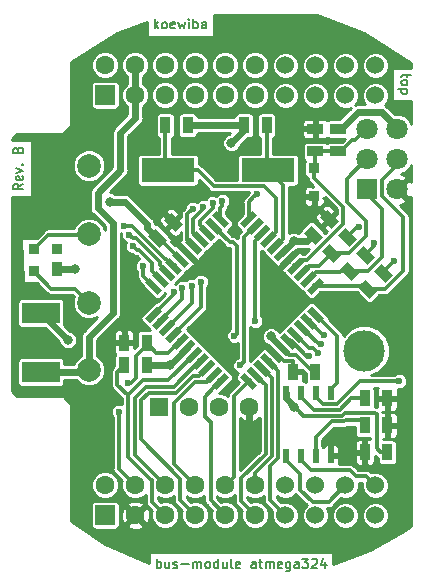
<source format=gbr>
G04 #@! TF.GenerationSoftware,KiCad,Pcbnew,5.0.0-fee4fd1~66~ubuntu16.04.1*
G04 #@! TF.CreationDate,2018-09-24T17:33:27+02:00*
G04 #@! TF.ProjectId,bus-module_atmega324,6275732D6D6F64756C655F61746D6567,B*
G04 #@! TF.SameCoordinates,Original*
G04 #@! TF.FileFunction,Copper,L1,Top,Signal*
G04 #@! TF.FilePolarity,Positive*
%FSLAX46Y46*%
G04 Gerber Fmt 4.6, Leading zero omitted, Abs format (unit mm)*
G04 Created by KiCad (PCBNEW 5.0.0-fee4fd1~66~ubuntu16.04.1) date Mon Sep 24 17:33:27 2018*
%MOMM*%
%LPD*%
G01*
G04 APERTURE LIST*
G04 #@! TA.AperFunction,NonConductor*
%ADD10C,0.150000*%
G04 #@! TD*
G04 #@! TA.AperFunction,ComponentPad*
%ADD11C,1.800000*%
G04 #@! TD*
G04 #@! TA.AperFunction,ComponentPad*
%ADD12R,1.800000X1.800000*%
G04 #@! TD*
G04 #@! TA.AperFunction,SMDPad,CuDef*
%ADD13R,0.508000X1.143000*%
G04 #@! TD*
G04 #@! TA.AperFunction,SMDPad,CuDef*
%ADD14C,0.850000*%
G04 #@! TD*
G04 #@! TA.AperFunction,Conductor*
%ADD15C,0.100000*%
G04 #@! TD*
G04 #@! TA.AperFunction,SMDPad,CuDef*
%ADD16R,0.850000X0.850000*%
G04 #@! TD*
G04 #@! TA.AperFunction,SMDPad,CuDef*
%ADD17R,0.850000X1.200000*%
G04 #@! TD*
G04 #@! TA.AperFunction,ComponentPad*
%ADD18C,2.000000*%
G04 #@! TD*
G04 #@! TA.AperFunction,SMDPad,CuDef*
%ADD19R,3.200400X1.780540*%
G04 #@! TD*
G04 #@! TA.AperFunction,ComponentPad*
%ADD20C,1.600000*%
G04 #@! TD*
G04 #@! TA.AperFunction,ComponentPad*
%ADD21R,1.600000X1.600000*%
G04 #@! TD*
G04 #@! TA.AperFunction,SMDPad,CuDef*
%ADD22R,1.397000X0.889000*%
G04 #@! TD*
G04 #@! TA.AperFunction,SMDPad,CuDef*
%ADD23R,0.889000X1.397000*%
G04 #@! TD*
G04 #@! TA.AperFunction,SMDPad,CuDef*
%ADD24C,0.889000*%
G04 #@! TD*
G04 #@! TA.AperFunction,SMDPad,CuDef*
%ADD25R,0.914400X0.914400*%
G04 #@! TD*
G04 #@! TA.AperFunction,SMDPad,CuDef*
%ADD26R,4.500880X1.998980*%
G04 #@! TD*
G04 #@! TA.AperFunction,ComponentPad*
%ADD27R,1.651000X1.651000*%
G04 #@! TD*
G04 #@! TA.AperFunction,ComponentPad*
%ADD28C,1.600200*%
G04 #@! TD*
G04 #@! TA.AperFunction,ComponentPad*
%ADD29C,1.524000*%
G04 #@! TD*
G04 #@! TA.AperFunction,ComponentPad*
%ADD30C,3.500000*%
G04 #@! TD*
G04 #@! TA.AperFunction,SMDPad,CuDef*
%ADD31C,0.550000*%
G04 #@! TD*
G04 #@! TA.AperFunction,ViaPad*
%ADD32C,0.800000*%
G04 #@! TD*
G04 #@! TA.AperFunction,ViaPad*
%ADD33C,0.600000*%
G04 #@! TD*
G04 #@! TA.AperFunction,Conductor*
%ADD34C,0.600000*%
G04 #@! TD*
G04 #@! TA.AperFunction,Conductor*
%ADD35C,0.300000*%
G04 #@! TD*
G04 #@! TA.AperFunction,Conductor*
%ADD36C,0.254000*%
G04 #@! TD*
G04 APERTURE END LIST*
D10*
X81565904Y-90905738D02*
X81184952Y-91172404D01*
X81565904Y-91362880D02*
X80765904Y-91362880D01*
X80765904Y-91058119D01*
X80804000Y-90981928D01*
X80842095Y-90943833D01*
X80918285Y-90905738D01*
X81032571Y-90905738D01*
X81108761Y-90943833D01*
X81146857Y-90981928D01*
X81184952Y-91058119D01*
X81184952Y-91362880D01*
X81527809Y-90258119D02*
X81565904Y-90334309D01*
X81565904Y-90486690D01*
X81527809Y-90562880D01*
X81451619Y-90600976D01*
X81146857Y-90600976D01*
X81070666Y-90562880D01*
X81032571Y-90486690D01*
X81032571Y-90334309D01*
X81070666Y-90258119D01*
X81146857Y-90220023D01*
X81223047Y-90220023D01*
X81299238Y-90600976D01*
X81032571Y-89953357D02*
X81565904Y-89762880D01*
X81032571Y-89572404D01*
X81489714Y-89267642D02*
X81527809Y-89229547D01*
X81565904Y-89267642D01*
X81527809Y-89305738D01*
X81489714Y-89267642D01*
X81565904Y-89267642D01*
X81146857Y-88010500D02*
X81184952Y-87896214D01*
X81223047Y-87858119D01*
X81299238Y-87820023D01*
X81413523Y-87820023D01*
X81489714Y-87858119D01*
X81527809Y-87896214D01*
X81565904Y-87972404D01*
X81565904Y-88277166D01*
X80765904Y-88277166D01*
X80765904Y-88010500D01*
X80804000Y-87934309D01*
X80842095Y-87896214D01*
X80918285Y-87858119D01*
X80994476Y-87858119D01*
X81070666Y-87896214D01*
X81108761Y-87934309D01*
X81146857Y-88010500D01*
X81146857Y-88277166D01*
X92908095Y-123414404D02*
X92908095Y-122614404D01*
X92908095Y-122919166D02*
X92984285Y-122881071D01*
X93136666Y-122881071D01*
X93212857Y-122919166D01*
X93250952Y-122957261D01*
X93289047Y-123033452D01*
X93289047Y-123262023D01*
X93250952Y-123338214D01*
X93212857Y-123376309D01*
X93136666Y-123414404D01*
X92984285Y-123414404D01*
X92908095Y-123376309D01*
X93974761Y-122881071D02*
X93974761Y-123414404D01*
X93631904Y-122881071D02*
X93631904Y-123300119D01*
X93670000Y-123376309D01*
X93746190Y-123414404D01*
X93860476Y-123414404D01*
X93936666Y-123376309D01*
X93974761Y-123338214D01*
X94317619Y-123376309D02*
X94393809Y-123414404D01*
X94546190Y-123414404D01*
X94622380Y-123376309D01*
X94660476Y-123300119D01*
X94660476Y-123262023D01*
X94622380Y-123185833D01*
X94546190Y-123147738D01*
X94431904Y-123147738D01*
X94355714Y-123109642D01*
X94317619Y-123033452D01*
X94317619Y-122995357D01*
X94355714Y-122919166D01*
X94431904Y-122881071D01*
X94546190Y-122881071D01*
X94622380Y-122919166D01*
X95003333Y-123109642D02*
X95612857Y-123109642D01*
X95993809Y-123414404D02*
X95993809Y-122881071D01*
X95993809Y-122957261D02*
X96031904Y-122919166D01*
X96108095Y-122881071D01*
X96222380Y-122881071D01*
X96298571Y-122919166D01*
X96336666Y-122995357D01*
X96336666Y-123414404D01*
X96336666Y-122995357D02*
X96374761Y-122919166D01*
X96450952Y-122881071D01*
X96565238Y-122881071D01*
X96641428Y-122919166D01*
X96679523Y-122995357D01*
X96679523Y-123414404D01*
X97174761Y-123414404D02*
X97098571Y-123376309D01*
X97060476Y-123338214D01*
X97022380Y-123262023D01*
X97022380Y-123033452D01*
X97060476Y-122957261D01*
X97098571Y-122919166D01*
X97174761Y-122881071D01*
X97289047Y-122881071D01*
X97365238Y-122919166D01*
X97403333Y-122957261D01*
X97441428Y-123033452D01*
X97441428Y-123262023D01*
X97403333Y-123338214D01*
X97365238Y-123376309D01*
X97289047Y-123414404D01*
X97174761Y-123414404D01*
X98127142Y-123414404D02*
X98127142Y-122614404D01*
X98127142Y-123376309D02*
X98050952Y-123414404D01*
X97898571Y-123414404D01*
X97822380Y-123376309D01*
X97784285Y-123338214D01*
X97746190Y-123262023D01*
X97746190Y-123033452D01*
X97784285Y-122957261D01*
X97822380Y-122919166D01*
X97898571Y-122881071D01*
X98050952Y-122881071D01*
X98127142Y-122919166D01*
X98850952Y-122881071D02*
X98850952Y-123414404D01*
X98508095Y-122881071D02*
X98508095Y-123300119D01*
X98546190Y-123376309D01*
X98622380Y-123414404D01*
X98736666Y-123414404D01*
X98812857Y-123376309D01*
X98850952Y-123338214D01*
X99346190Y-123414404D02*
X99270000Y-123376309D01*
X99231904Y-123300119D01*
X99231904Y-122614404D01*
X99955714Y-123376309D02*
X99879523Y-123414404D01*
X99727142Y-123414404D01*
X99650952Y-123376309D01*
X99612857Y-123300119D01*
X99612857Y-122995357D01*
X99650952Y-122919166D01*
X99727142Y-122881071D01*
X99879523Y-122881071D01*
X99955714Y-122919166D01*
X99993809Y-122995357D01*
X99993809Y-123071547D01*
X99612857Y-123147738D01*
X101289047Y-123414404D02*
X101289047Y-122995357D01*
X101250952Y-122919166D01*
X101174761Y-122881071D01*
X101022380Y-122881071D01*
X100946190Y-122919166D01*
X101289047Y-123376309D02*
X101212857Y-123414404D01*
X101022380Y-123414404D01*
X100946190Y-123376309D01*
X100908095Y-123300119D01*
X100908095Y-123223928D01*
X100946190Y-123147738D01*
X101022380Y-123109642D01*
X101212857Y-123109642D01*
X101289047Y-123071547D01*
X101555714Y-122881071D02*
X101860476Y-122881071D01*
X101670000Y-122614404D02*
X101670000Y-123300119D01*
X101708095Y-123376309D01*
X101784285Y-123414404D01*
X101860476Y-123414404D01*
X102127142Y-123414404D02*
X102127142Y-122881071D01*
X102127142Y-122957261D02*
X102165238Y-122919166D01*
X102241428Y-122881071D01*
X102355714Y-122881071D01*
X102431904Y-122919166D01*
X102470000Y-122995357D01*
X102470000Y-123414404D01*
X102470000Y-122995357D02*
X102508095Y-122919166D01*
X102584285Y-122881071D01*
X102698571Y-122881071D01*
X102774761Y-122919166D01*
X102812857Y-122995357D01*
X102812857Y-123414404D01*
X103498571Y-123376309D02*
X103422380Y-123414404D01*
X103270000Y-123414404D01*
X103193809Y-123376309D01*
X103155714Y-123300119D01*
X103155714Y-122995357D01*
X103193809Y-122919166D01*
X103270000Y-122881071D01*
X103422380Y-122881071D01*
X103498571Y-122919166D01*
X103536666Y-122995357D01*
X103536666Y-123071547D01*
X103155714Y-123147738D01*
X104222380Y-122881071D02*
X104222380Y-123528690D01*
X104184285Y-123604880D01*
X104146190Y-123642976D01*
X104070000Y-123681071D01*
X103955714Y-123681071D01*
X103879523Y-123642976D01*
X104222380Y-123376309D02*
X104146190Y-123414404D01*
X103993809Y-123414404D01*
X103917619Y-123376309D01*
X103879523Y-123338214D01*
X103841428Y-123262023D01*
X103841428Y-123033452D01*
X103879523Y-122957261D01*
X103917619Y-122919166D01*
X103993809Y-122881071D01*
X104146190Y-122881071D01*
X104222380Y-122919166D01*
X104946190Y-123414404D02*
X104946190Y-122995357D01*
X104908095Y-122919166D01*
X104831904Y-122881071D01*
X104679523Y-122881071D01*
X104603333Y-122919166D01*
X104946190Y-123376309D02*
X104870000Y-123414404D01*
X104679523Y-123414404D01*
X104603333Y-123376309D01*
X104565238Y-123300119D01*
X104565238Y-123223928D01*
X104603333Y-123147738D01*
X104679523Y-123109642D01*
X104870000Y-123109642D01*
X104946190Y-123071547D01*
X105250952Y-122614404D02*
X105746190Y-122614404D01*
X105479523Y-122919166D01*
X105593809Y-122919166D01*
X105670000Y-122957261D01*
X105708095Y-122995357D01*
X105746190Y-123071547D01*
X105746190Y-123262023D01*
X105708095Y-123338214D01*
X105670000Y-123376309D01*
X105593809Y-123414404D01*
X105365238Y-123414404D01*
X105289047Y-123376309D01*
X105250952Y-123338214D01*
X106050952Y-122690595D02*
X106089047Y-122652500D01*
X106165238Y-122614404D01*
X106355714Y-122614404D01*
X106431904Y-122652500D01*
X106470000Y-122690595D01*
X106508095Y-122766785D01*
X106508095Y-122842976D01*
X106470000Y-122957261D01*
X106012857Y-123414404D01*
X106508095Y-123414404D01*
X107193809Y-122881071D02*
X107193809Y-123414404D01*
X107003333Y-122576309D02*
X106812857Y-123147738D01*
X107308095Y-123147738D01*
X92748571Y-77734404D02*
X92748571Y-76934404D01*
X92824761Y-77429642D02*
X93053333Y-77734404D01*
X93053333Y-77201071D02*
X92748571Y-77505833D01*
X93510476Y-77734404D02*
X93434285Y-77696309D01*
X93396190Y-77658214D01*
X93358095Y-77582023D01*
X93358095Y-77353452D01*
X93396190Y-77277261D01*
X93434285Y-77239166D01*
X93510476Y-77201071D01*
X93624761Y-77201071D01*
X93700952Y-77239166D01*
X93739047Y-77277261D01*
X93777142Y-77353452D01*
X93777142Y-77582023D01*
X93739047Y-77658214D01*
X93700952Y-77696309D01*
X93624761Y-77734404D01*
X93510476Y-77734404D01*
X94424761Y-77696309D02*
X94348571Y-77734404D01*
X94196190Y-77734404D01*
X94120000Y-77696309D01*
X94081904Y-77620119D01*
X94081904Y-77315357D01*
X94120000Y-77239166D01*
X94196190Y-77201071D01*
X94348571Y-77201071D01*
X94424761Y-77239166D01*
X94462857Y-77315357D01*
X94462857Y-77391547D01*
X94081904Y-77467738D01*
X94729523Y-77201071D02*
X94881904Y-77734404D01*
X95034285Y-77353452D01*
X95186666Y-77734404D01*
X95339047Y-77201071D01*
X95643809Y-77734404D02*
X95643809Y-77201071D01*
X95643809Y-76934404D02*
X95605714Y-76972500D01*
X95643809Y-77010595D01*
X95681904Y-76972500D01*
X95643809Y-76934404D01*
X95643809Y-77010595D01*
X96024761Y-77734404D02*
X96024761Y-76934404D01*
X96024761Y-77239166D02*
X96100952Y-77201071D01*
X96253333Y-77201071D01*
X96329523Y-77239166D01*
X96367619Y-77277261D01*
X96405714Y-77353452D01*
X96405714Y-77582023D01*
X96367619Y-77658214D01*
X96329523Y-77696309D01*
X96253333Y-77734404D01*
X96100952Y-77734404D01*
X96024761Y-77696309D01*
X97091428Y-77734404D02*
X97091428Y-77315357D01*
X97053333Y-77239166D01*
X96977142Y-77201071D01*
X96824761Y-77201071D01*
X96748571Y-77239166D01*
X97091428Y-77696309D02*
X97015238Y-77734404D01*
X96824761Y-77734404D01*
X96748571Y-77696309D01*
X96710476Y-77620119D01*
X96710476Y-77543928D01*
X96748571Y-77467738D01*
X96824761Y-77429642D01*
X97015238Y-77429642D01*
X97091428Y-77391547D01*
X114141428Y-81576309D02*
X114141428Y-81881071D01*
X114408095Y-81690595D02*
X113722380Y-81690595D01*
X113646190Y-81728690D01*
X113608095Y-81804880D01*
X113608095Y-81881071D01*
X113608095Y-82262023D02*
X113646190Y-82185833D01*
X113684285Y-82147738D01*
X113760476Y-82109642D01*
X113989047Y-82109642D01*
X114065238Y-82147738D01*
X114103333Y-82185833D01*
X114141428Y-82262023D01*
X114141428Y-82376309D01*
X114103333Y-82452500D01*
X114065238Y-82490595D01*
X113989047Y-82528690D01*
X113760476Y-82528690D01*
X113684285Y-82490595D01*
X113646190Y-82452500D01*
X113608095Y-82376309D01*
X113608095Y-82262023D01*
X114141428Y-82871547D02*
X113341428Y-82871547D01*
X114103333Y-82871547D02*
X114141428Y-82947738D01*
X114141428Y-83100119D01*
X114103333Y-83176309D01*
X114065238Y-83214404D01*
X113989047Y-83252500D01*
X113760476Y-83252500D01*
X113684285Y-83214404D01*
X113646190Y-83176309D01*
X113608095Y-83100119D01*
X113608095Y-82947738D01*
X113646190Y-82871547D01*
D11*
G04 #@! TO.P,J3,6*
G04 #@! TO.N,GND*
X113290000Y-86262500D03*
G04 #@! TO.P,J3,5*
G04 #@! TO.N,//RESET*
X110750000Y-86262500D03*
G04 #@! TO.P,J3,4*
G04 #@! TO.N,/PB5_MOSI*
X113290000Y-88802500D03*
G04 #@! TO.P,J3,3*
G04 #@! TO.N,/PB7_SCK*
X110750000Y-88802500D03*
G04 #@! TO.P,J3,2*
G04 #@! TO.N,VCC*
X113290000Y-91342500D03*
D12*
G04 #@! TO.P,J3,1*
G04 #@! TO.N,/PB6_MISO*
X110750000Y-91342500D03*
G04 #@! TD*
D13*
G04 #@! TO.P,U3,4*
G04 #@! TO.N,GND*
X103845000Y-108583000D03*
G04 #@! TO.P,U3,3*
G04 #@! TO.N,Net-(R1-Pad2)*
X105115000Y-108583000D03*
G04 #@! TO.P,U3,2*
G04 #@! TO.N,/MISO*
X106385000Y-108583000D03*
G04 #@! TO.P,U3,5*
G04 #@! TO.N,/MOSI*
X103845000Y-113917000D03*
G04 #@! TO.P,U3,6*
G04 #@! TO.N,/SCK*
X105115000Y-113917000D03*
G04 #@! TO.P,U3,7*
G04 #@! TO.N,Net-(R5-Pad2)*
X106385000Y-113917000D03*
G04 #@! TO.P,U3,1*
G04 #@! TO.N,//CSEEP*
X107655000Y-108583000D03*
G04 #@! TO.P,U3,8*
G04 #@! TO.N,VCC*
X107655000Y-113917000D03*
G04 #@! TD*
D14*
G04 #@! TO.P,D2,4*
G04 #@! TO.N,/A*
X82540000Y-98307500D03*
D15*
G04 #@! TD*
G04 #@! TO.N,/A*
G04 #@! TO.C,D2*
G36*
X82965000Y-98732500D02*
X82115000Y-98732500D01*
X82115000Y-97882500D01*
X82965000Y-97882500D01*
X82965000Y-98732500D01*
X82965000Y-98732500D01*
G37*
D16*
G04 #@! TO.P,D2,3*
G04 #@! TO.N,/B*
X82540000Y-96407500D03*
G04 #@! TO.P,D2,2*
G04 #@! TO.N,N/C*
X84440000Y-96407500D03*
D17*
G04 #@! TO.P,D2,1*
G04 #@! TO.N,GND*
X84440000Y-98127120D03*
G04 #@! TD*
D18*
G04 #@! TO.P,J8,1*
G04 #@! TO.N,GND*
X87170000Y-89352500D03*
G04 #@! TD*
G04 #@! TO.P,J7,1*
G04 #@! TO.N,/B*
X87170000Y-95152500D03*
G04 #@! TD*
G04 #@! TO.P,J6,1*
G04 #@! TO.N,/A*
X87170000Y-100952500D03*
G04 #@! TD*
G04 #@! TO.P,J5,1*
G04 #@! TO.N,+24V*
X87170000Y-106652500D03*
G04 #@! TD*
D19*
G04 #@! TO.P,F1,2*
G04 #@! TO.N,+24V*
X83109000Y-106831700D03*
G04 #@! TO.P,F1,1*
G04 #@! TO.N,Net-(F1-Pad1)*
X83109000Y-101827900D03*
G04 #@! TD*
D20*
G04 #@! TO.P,U6,4*
G04 #@! TO.N,VCC*
X100762000Y-109803500D03*
G04 #@! TO.P,U6,3*
G04 #@! TO.N,GND*
X98222000Y-109803500D03*
G04 #@! TO.P,U6,2*
G04 #@! TO.N,Net-(F1-Pad1)*
X95682000Y-109803500D03*
D21*
G04 #@! TO.P,U6,1*
G04 #@! TO.N,GND*
X93142000Y-109803500D03*
G04 #@! TD*
D22*
G04 #@! TO.P,R6,2*
G04 #@! TO.N,//RESET*
X106350000Y-88150000D03*
G04 #@! TO.P,R6,1*
G04 #@! TO.N,VCC*
X106350000Y-86245000D03*
G04 #@! TD*
D23*
G04 #@! TO.P,R1,2*
G04 #@! TO.N,Net-(R1-Pad2)*
X110547500Y-109041500D03*
G04 #@! TO.P,R1,1*
G04 #@! TO.N,VCC*
X112452500Y-109041500D03*
G04 #@! TD*
G04 #@! TO.P,R5,2*
G04 #@! TO.N,Net-(R5-Pad2)*
X110547500Y-111327500D03*
G04 #@! TO.P,R5,1*
G04 #@! TO.N,VCC*
X112452500Y-111327500D03*
G04 #@! TD*
G04 #@! TO.P,L1,2*
G04 #@! TO.N,/AVCC*
X92062500Y-104342500D03*
G04 #@! TO.P,L1,1*
G04 #@! TO.N,VCC*
X90157500Y-104342500D03*
G04 #@! TD*
D24*
G04 #@! TO.P,R4,2*
G04 #@! TO.N,/SCK*
X109055519Y-95413981D03*
D15*
G04 #@! TD*
G04 #@! TO.N,/SCK*
G04 #@! TO.C,R4*
G36*
X109235124Y-96222204D02*
X108247296Y-95234376D01*
X108875914Y-94605758D01*
X109863742Y-95593586D01*
X109235124Y-96222204D01*
X109235124Y-96222204D01*
G37*
D24*
G04 #@! TO.P,R4,1*
G04 #@! TO.N,/PB7_SCK*
X107708481Y-96761019D03*
D15*
G04 #@! TD*
G04 #@! TO.N,/PB7_SCK*
G04 #@! TO.C,R4*
G36*
X107888086Y-97569242D02*
X106900258Y-96581414D01*
X107528876Y-95952796D01*
X108516704Y-96940624D01*
X107888086Y-97569242D01*
X107888086Y-97569242D01*
G37*
D24*
G04 #@! TO.P,R2,2*
G04 #@! TO.N,/MISO*
X110579519Y-96937981D03*
D15*
G04 #@! TD*
G04 #@! TO.N,/MISO*
G04 #@! TO.C,R2*
G36*
X110759124Y-97746204D02*
X109771296Y-96758376D01*
X110399914Y-96129758D01*
X111387742Y-97117586D01*
X110759124Y-97746204D01*
X110759124Y-97746204D01*
G37*
D24*
G04 #@! TO.P,R2,1*
G04 #@! TO.N,/PB6_MISO*
X109232481Y-98285019D03*
D15*
G04 #@! TD*
G04 #@! TO.N,/PB6_MISO*
G04 #@! TO.C,R2*
G36*
X109412086Y-99093242D02*
X108424258Y-98105414D01*
X109052876Y-97476796D01*
X110040704Y-98464624D01*
X109412086Y-99093242D01*
X109412086Y-99093242D01*
G37*
D24*
G04 #@! TO.P,R3,2*
G04 #@! TO.N,/MOSI*
X112103519Y-98461981D03*
D15*
G04 #@! TD*
G04 #@! TO.N,/MOSI*
G04 #@! TO.C,R3*
G36*
X112283124Y-99270204D02*
X111295296Y-98282376D01*
X111923914Y-97653758D01*
X112911742Y-98641586D01*
X112283124Y-99270204D01*
X112283124Y-99270204D01*
G37*
D24*
G04 #@! TO.P,R3,1*
G04 #@! TO.N,/PB5_MOSI*
X110756481Y-99809019D03*
D15*
G04 #@! TD*
G04 #@! TO.N,/PB5_MOSI*
G04 #@! TO.C,R3*
G36*
X110936086Y-100617242D02*
X109948258Y-99629414D01*
X110576876Y-99000796D01*
X111564704Y-99988624D01*
X110936086Y-100617242D01*
X110936086Y-100617242D01*
G37*
D24*
G04 #@! TO.P,C3,2*
G04 #@! TO.N,GND*
X106184481Y-95237019D03*
D15*
G04 #@! TD*
G04 #@! TO.N,GND*
G04 #@! TO.C,C3*
G36*
X106004876Y-94428796D02*
X106992704Y-95416624D01*
X106364086Y-96045242D01*
X105376258Y-95057414D01*
X106004876Y-94428796D01*
X106004876Y-94428796D01*
G37*
D24*
G04 #@! TO.P,C3,1*
G04 #@! TO.N,VCC*
X107531519Y-93889981D03*
D15*
G04 #@! TD*
G04 #@! TO.N,VCC*
G04 #@! TO.C,C3*
G36*
X107351914Y-93081758D02*
X108339742Y-94069586D01*
X107711124Y-94698204D01*
X106723296Y-93710376D01*
X107351914Y-93081758D01*
X107351914Y-93081758D01*
G37*
D24*
G04 #@! TO.P,C4,2*
G04 #@! TO.N,GND*
X92976481Y-95491019D03*
D15*
G04 #@! TD*
G04 #@! TO.N,GND*
G04 #@! TO.C,C4*
G36*
X92796876Y-94682796D02*
X93784704Y-95670624D01*
X93156086Y-96299242D01*
X92168258Y-95311414D01*
X92796876Y-94682796D01*
X92796876Y-94682796D01*
G37*
D24*
G04 #@! TO.P,C4,1*
G04 #@! TO.N,VCC*
X94323519Y-94143981D03*
D15*
G04 #@! TD*
G04 #@! TO.N,VCC*
G04 #@! TO.C,C4*
G36*
X94143914Y-93335758D02*
X95131742Y-94323586D01*
X94503124Y-94952204D01*
X93515296Y-93964376D01*
X94143914Y-93335758D01*
X94143914Y-93335758D01*
G37*
D23*
G04 #@! TO.P,C5,2*
G04 #@! TO.N,GND*
X106352500Y-106800000D03*
G04 #@! TO.P,C5,1*
G04 #@! TO.N,VCC*
X104447500Y-106800000D03*
G04 #@! TD*
G04 #@! TO.P,C6,2*
G04 #@! TO.N,GND*
X112452500Y-113613500D03*
G04 #@! TO.P,C6,1*
G04 #@! TO.N,VCC*
X110547500Y-113613500D03*
G04 #@! TD*
G04 #@! TO.P,C7,2*
G04 #@! TO.N,GND*
X92062500Y-106247500D03*
G04 #@! TO.P,C7,1*
G04 #@! TO.N,/AREF*
X90157500Y-106247500D03*
G04 #@! TD*
D25*
G04 #@! TO.P,D1,2*
G04 #@! TO.N,VCC*
X106250000Y-91929520D03*
G04 #@! TO.P,D1,1*
G04 #@! TO.N,//RESET*
X106250000Y-89577480D03*
G04 #@! TD*
D22*
G04 #@! TO.P,C8,2*
G04 #@! TO.N,GND*
X108250000Y-86245000D03*
G04 #@! TO.P,C8,1*
G04 #@! TO.N,//RESET*
X108250000Y-88150000D03*
G04 #@! TD*
D26*
G04 #@! TO.P,U2,2*
G04 #@! TO.N,Net-(C2-Pad2)*
X93845580Y-89737500D03*
G04 #@! TO.P,U2,1*
G04 #@! TO.N,Net-(C1-Pad2)*
X102344420Y-89737500D03*
G04 #@! TD*
D23*
G04 #@! TO.P,C2,2*
G04 #@! TO.N,Net-(C2-Pad2)*
X93650000Y-85927500D03*
G04 #@! TO.P,C2,1*
G04 #@! TO.N,GND*
X95555000Y-85927500D03*
G04 #@! TD*
G04 #@! TO.P,C1,2*
G04 #@! TO.N,Net-(C1-Pad2)*
X102222500Y-85927500D03*
G04 #@! TO.P,C1,1*
G04 #@! TO.N,GND*
X100317500Y-85927500D03*
G04 #@! TD*
D27*
G04 #@! TO.P,J1,1*
G04 #@! TO.N,GND*
X88570000Y-83387500D03*
D28*
G04 #@! TO.P,J1,2*
X88570000Y-80847500D03*
G04 #@! TO.P,J1,3*
G04 #@! TO.N,+24V*
X91110000Y-83387500D03*
G04 #@! TO.P,J1,4*
X91110000Y-80847500D03*
G04 #@! TO.P,J1,5*
G04 #@! TO.N,/PC1*
X93650000Y-83387500D03*
G04 #@! TO.P,J1,6*
G04 #@! TO.N,/PC0*
X93650000Y-80847500D03*
G04 #@! TO.P,J1,7*
G04 #@! TO.N,/PC3*
X96190000Y-83387500D03*
G04 #@! TO.P,J1,8*
G04 #@! TO.N,/PC2*
X96190000Y-80847500D03*
G04 #@! TO.P,J1,9*
G04 #@! TO.N,/PC5*
X98730000Y-83387500D03*
G04 #@! TO.P,J1,10*
G04 #@! TO.N,/PC4*
X98730000Y-80847500D03*
G04 #@! TO.P,J1,11*
G04 #@! TO.N,/PC7*
X101270000Y-83387500D03*
G04 #@! TO.P,J1,12*
G04 #@! TO.N,/PC6*
X101270000Y-80847500D03*
D29*
G04 #@! TO.P,J1,13*
G04 #@! TO.N,/PD3*
X103810000Y-83387500D03*
G04 #@! TO.P,J1,14*
G04 #@! TO.N,/PD2*
X103810000Y-80847500D03*
G04 #@! TO.P,J1,15*
G04 #@! TO.N,/PD6*
X106350000Y-83387500D03*
G04 #@! TO.P,J1,16*
G04 #@! TO.N,/PD5*
X106350000Y-80847500D03*
G04 #@! TO.P,J1,17*
G04 #@! TO.N,/BUSRXD*
X108890000Y-83387500D03*
G04 #@! TO.P,J1,18*
G04 #@! TO.N,/PD7*
X108890000Y-80847500D03*
G04 #@! TO.P,J1,19*
G04 #@! TO.N,/BUSTXDEN*
X111430000Y-83387500D03*
G04 #@! TO.P,J1,20*
G04 #@! TO.N,/BUSTXD*
X111430000Y-80847500D03*
G04 #@! TD*
D27*
G04 #@! TO.P,J2,1*
G04 #@! TO.N,GND*
X88570000Y-118947500D03*
D28*
G04 #@! TO.P,J2,2*
X88570000Y-116407500D03*
G04 #@! TO.P,J2,3*
G04 #@! TO.N,VCC*
X91110000Y-118947500D03*
G04 #@! TO.P,J2,4*
G04 #@! TO.N,/AVCC*
X91110000Y-116407500D03*
G04 #@! TO.P,J2,5*
G04 #@! TO.N,/AREF*
X93650000Y-118947500D03*
G04 #@! TO.P,J2,6*
G04 #@! TO.N,/PA7*
X93650000Y-116407500D03*
G04 #@! TO.P,J2,7*
G04 #@! TO.N,/PA6*
X96190000Y-118947500D03*
G04 #@! TO.P,J2,8*
G04 #@! TO.N,/PA5*
X96190000Y-116407500D03*
G04 #@! TO.P,J2,9*
G04 #@! TO.N,/PA4*
X98730000Y-118947500D03*
G04 #@! TO.P,J2,10*
G04 #@! TO.N,/PA3*
X98730000Y-116407500D03*
G04 #@! TO.P,J2,11*
G04 #@! TO.N,/PA2*
X101270000Y-118947500D03*
G04 #@! TO.P,J2,12*
G04 #@! TO.N,/PA1*
X101270000Y-116407500D03*
D29*
G04 #@! TO.P,J2,13*
G04 #@! TO.N,/PA0*
X103810000Y-118947500D03*
G04 #@! TO.P,J2,14*
G04 #@! TO.N,/PB0*
X103810000Y-116407500D03*
G04 #@! TO.P,J2,15*
G04 #@! TO.N,/PB1*
X106350000Y-118947500D03*
G04 #@! TO.P,J2,16*
G04 #@! TO.N,/PB2*
X106350000Y-116407500D03*
G04 #@! TO.P,J2,17*
G04 #@! TO.N,/PB3*
X108890000Y-118947500D03*
G04 #@! TO.P,J2,18*
G04 #@! TO.N,/MOSI*
X108890000Y-116407500D03*
G04 #@! TO.P,J2,19*
G04 #@! TO.N,/MISO*
X111430000Y-118947500D03*
G04 #@! TO.P,J2,20*
G04 #@! TO.N,/SCK*
X111430000Y-116407500D03*
G04 #@! TD*
D30*
G04 #@! TO.P,H1,1*
G04 #@! TO.N,N/C*
X110500000Y-105000000D03*
G04 #@! TD*
D31*
G04 #@! TO.P,U1,1*
G04 #@! TO.N,/PB5_MOSI*
X106358936Y-99547918D03*
D15*
G04 #@! TD*
G04 #@! TO.N,/PB5_MOSI*
G04 #@! TO.C,U1*
G36*
X106694812Y-98823134D02*
X107083720Y-99212042D01*
X106023060Y-100272702D01*
X105634152Y-99883794D01*
X106694812Y-98823134D01*
X106694812Y-98823134D01*
G37*
D31*
G04 #@! TO.P,U1,2*
G04 #@! TO.N,/PB6_MISO*
X105793250Y-98982233D03*
D15*
G04 #@! TD*
G04 #@! TO.N,/PB6_MISO*
G04 #@! TO.C,U1*
G36*
X106129126Y-98257449D02*
X106518034Y-98646357D01*
X105457374Y-99707017D01*
X105068466Y-99318109D01*
X106129126Y-98257449D01*
X106129126Y-98257449D01*
G37*
D31*
G04 #@! TO.P,U1,3*
G04 #@! TO.N,/PB7_SCK*
X105227565Y-98416548D03*
D15*
G04 #@! TD*
G04 #@! TO.N,/PB7_SCK*
G04 #@! TO.C,U1*
G36*
X105563441Y-97691764D02*
X105952349Y-98080672D01*
X104891689Y-99141332D01*
X104502781Y-98752424D01*
X105563441Y-97691764D01*
X105563441Y-97691764D01*
G37*
D31*
G04 #@! TO.P,U1,4*
G04 #@! TO.N,//RESET*
X104661880Y-97850862D03*
D15*
G04 #@! TD*
G04 #@! TO.N,//RESET*
G04 #@! TO.C,U1*
G36*
X104997756Y-97126078D02*
X105386664Y-97514986D01*
X104326004Y-98575646D01*
X103937096Y-98186738D01*
X104997756Y-97126078D01*
X104997756Y-97126078D01*
G37*
D31*
G04 #@! TO.P,U1,5*
G04 #@! TO.N,VCC*
X104096194Y-97285177D03*
D15*
G04 #@! TD*
G04 #@! TO.N,VCC*
G04 #@! TO.C,U1*
G36*
X104432070Y-96560393D02*
X104820978Y-96949301D01*
X103760318Y-98009961D01*
X103371410Y-97621053D01*
X104432070Y-96560393D01*
X104432070Y-96560393D01*
G37*
D31*
G04 #@! TO.P,U1,6*
G04 #@! TO.N,GND*
X103530509Y-96719491D03*
D15*
G04 #@! TD*
G04 #@! TO.N,GND*
G04 #@! TO.C,U1*
G36*
X103866385Y-95994707D02*
X104255293Y-96383615D01*
X103194633Y-97444275D01*
X102805725Y-97055367D01*
X103866385Y-95994707D01*
X103866385Y-95994707D01*
G37*
D31*
G04 #@! TO.P,U1,7*
G04 #@! TO.N,Net-(C1-Pad2)*
X102964823Y-96153806D03*
D15*
G04 #@! TD*
G04 #@! TO.N,Net-(C1-Pad2)*
G04 #@! TO.C,U1*
G36*
X103300699Y-95429022D02*
X103689607Y-95817930D01*
X102628947Y-96878590D01*
X102240039Y-96489682D01*
X103300699Y-95429022D01*
X103300699Y-95429022D01*
G37*
D31*
G04 #@! TO.P,U1,8*
G04 #@! TO.N,Net-(C2-Pad2)*
X102399138Y-95588120D03*
D15*
G04 #@! TD*
G04 #@! TO.N,Net-(C2-Pad2)*
G04 #@! TO.C,U1*
G36*
X102735014Y-94863336D02*
X103123922Y-95252244D01*
X102063262Y-96312904D01*
X101674354Y-95923996D01*
X102735014Y-94863336D01*
X102735014Y-94863336D01*
G37*
D31*
G04 #@! TO.P,U1,9*
G04 #@! TO.N,/RXD0*
X101833452Y-95022435D03*
D15*
G04 #@! TD*
G04 #@! TO.N,/RXD0*
G04 #@! TO.C,U1*
G36*
X102169328Y-94297651D02*
X102558236Y-94686559D01*
X101497576Y-95747219D01*
X101108668Y-95358311D01*
X102169328Y-94297651D01*
X102169328Y-94297651D01*
G37*
D31*
G04 #@! TO.P,U1,10*
G04 #@! TO.N,/TXD0*
X101267767Y-94456750D03*
D15*
G04 #@! TD*
G04 #@! TO.N,/TXD0*
G04 #@! TO.C,U1*
G36*
X101603643Y-93731966D02*
X101992551Y-94120874D01*
X100931891Y-95181534D01*
X100542983Y-94792626D01*
X101603643Y-93731966D01*
X101603643Y-93731966D01*
G37*
D31*
G04 #@! TO.P,U1,11*
G04 #@! TO.N,/PD2*
X100702082Y-93891064D03*
D15*
G04 #@! TD*
G04 #@! TO.N,/PD2*
G04 #@! TO.C,U1*
G36*
X101037958Y-93166280D02*
X101426866Y-93555188D01*
X100366206Y-94615848D01*
X99977298Y-94226940D01*
X101037958Y-93166280D01*
X101037958Y-93166280D01*
G37*
D31*
G04 #@! TO.P,U1,12*
G04 #@! TO.N,/PD3*
X98297918Y-93891064D03*
D15*
G04 #@! TD*
G04 #@! TO.N,/PD3*
G04 #@! TO.C,U1*
G36*
X97573134Y-93555188D02*
X97962042Y-93166280D01*
X99022702Y-94226940D01*
X98633794Y-94615848D01*
X97573134Y-93555188D01*
X97573134Y-93555188D01*
G37*
D31*
G04 #@! TO.P,U1,13*
G04 #@! TO.N,/TXD0EN*
X97732233Y-94456750D03*
D15*
G04 #@! TD*
G04 #@! TO.N,/TXD0EN*
G04 #@! TO.C,U1*
G36*
X97007449Y-94120874D02*
X97396357Y-93731966D01*
X98457017Y-94792626D01*
X98068109Y-95181534D01*
X97007449Y-94120874D01*
X97007449Y-94120874D01*
G37*
D31*
G04 #@! TO.P,U1,14*
G04 #@! TO.N,/PD5*
X97166548Y-95022435D03*
D15*
G04 #@! TD*
G04 #@! TO.N,/PD5*
G04 #@! TO.C,U1*
G36*
X96441764Y-94686559D02*
X96830672Y-94297651D01*
X97891332Y-95358311D01*
X97502424Y-95747219D01*
X96441764Y-94686559D01*
X96441764Y-94686559D01*
G37*
D31*
G04 #@! TO.P,U1,15*
G04 #@! TO.N,/PD6*
X96600862Y-95588120D03*
D15*
G04 #@! TD*
G04 #@! TO.N,/PD6*
G04 #@! TO.C,U1*
G36*
X95876078Y-95252244D02*
X96264986Y-94863336D01*
X97325646Y-95923996D01*
X96936738Y-96312904D01*
X95876078Y-95252244D01*
X95876078Y-95252244D01*
G37*
D31*
G04 #@! TO.P,U1,16*
G04 #@! TO.N,/PD7*
X96035177Y-96153806D03*
D15*
G04 #@! TD*
G04 #@! TO.N,/PD7*
G04 #@! TO.C,U1*
G36*
X95310393Y-95817930D02*
X95699301Y-95429022D01*
X96759961Y-96489682D01*
X96371053Y-96878590D01*
X95310393Y-95817930D01*
X95310393Y-95817930D01*
G37*
D31*
G04 #@! TO.P,U1,17*
G04 #@! TO.N,VCC*
X95469491Y-96719491D03*
D15*
G04 #@! TD*
G04 #@! TO.N,VCC*
G04 #@! TO.C,U1*
G36*
X94744707Y-96383615D02*
X95133615Y-95994707D01*
X96194275Y-97055367D01*
X95805367Y-97444275D01*
X94744707Y-96383615D01*
X94744707Y-96383615D01*
G37*
D31*
G04 #@! TO.P,U1,18*
G04 #@! TO.N,GND*
X94903806Y-97285177D03*
D15*
G04 #@! TD*
G04 #@! TO.N,GND*
G04 #@! TO.C,U1*
G36*
X94179022Y-96949301D02*
X94567930Y-96560393D01*
X95628590Y-97621053D01*
X95239682Y-98009961D01*
X94179022Y-96949301D01*
X94179022Y-96949301D01*
G37*
D31*
G04 #@! TO.P,U1,19*
G04 #@! TO.N,/PC0*
X94338120Y-97850862D03*
D15*
G04 #@! TD*
G04 #@! TO.N,/PC0*
G04 #@! TO.C,U1*
G36*
X93613336Y-97514986D02*
X94002244Y-97126078D01*
X95062904Y-98186738D01*
X94673996Y-98575646D01*
X93613336Y-97514986D01*
X93613336Y-97514986D01*
G37*
D31*
G04 #@! TO.P,U1,20*
G04 #@! TO.N,/PC1*
X93772435Y-98416548D03*
D15*
G04 #@! TD*
G04 #@! TO.N,/PC1*
G04 #@! TO.C,U1*
G36*
X93047651Y-98080672D02*
X93436559Y-97691764D01*
X94497219Y-98752424D01*
X94108311Y-99141332D01*
X93047651Y-98080672D01*
X93047651Y-98080672D01*
G37*
D31*
G04 #@! TO.P,U1,21*
G04 #@! TO.N,/PC2*
X93206750Y-98982233D03*
D15*
G04 #@! TD*
G04 #@! TO.N,/PC2*
G04 #@! TO.C,U1*
G36*
X92481966Y-98646357D02*
X92870874Y-98257449D01*
X93931534Y-99318109D01*
X93542626Y-99707017D01*
X92481966Y-98646357D01*
X92481966Y-98646357D01*
G37*
D31*
G04 #@! TO.P,U1,22*
G04 #@! TO.N,/PC3*
X92641064Y-99547918D03*
D15*
G04 #@! TD*
G04 #@! TO.N,/PC3*
G04 #@! TO.C,U1*
G36*
X91916280Y-99212042D02*
X92305188Y-98823134D01*
X93365848Y-99883794D01*
X92976940Y-100272702D01*
X91916280Y-99212042D01*
X91916280Y-99212042D01*
G37*
D31*
G04 #@! TO.P,U1,23*
G04 #@! TO.N,/PC4*
X92641064Y-101952082D03*
D15*
G04 #@! TD*
G04 #@! TO.N,/PC4*
G04 #@! TO.C,U1*
G36*
X92976940Y-101227298D02*
X93365848Y-101616206D01*
X92305188Y-102676866D01*
X91916280Y-102287958D01*
X92976940Y-101227298D01*
X92976940Y-101227298D01*
G37*
D31*
G04 #@! TO.P,U1,24*
G04 #@! TO.N,/PC5*
X93206750Y-102517767D03*
D15*
G04 #@! TD*
G04 #@! TO.N,/PC5*
G04 #@! TO.C,U1*
G36*
X93542626Y-101792983D02*
X93931534Y-102181891D01*
X92870874Y-103242551D01*
X92481966Y-102853643D01*
X93542626Y-101792983D01*
X93542626Y-101792983D01*
G37*
D31*
G04 #@! TO.P,U1,25*
G04 #@! TO.N,/PC6*
X93772435Y-103083452D03*
D15*
G04 #@! TD*
G04 #@! TO.N,/PC6*
G04 #@! TO.C,U1*
G36*
X94108311Y-102358668D02*
X94497219Y-102747576D01*
X93436559Y-103808236D01*
X93047651Y-103419328D01*
X94108311Y-102358668D01*
X94108311Y-102358668D01*
G37*
D31*
G04 #@! TO.P,U1,26*
G04 #@! TO.N,/PC7*
X94338120Y-103649138D03*
D15*
G04 #@! TD*
G04 #@! TO.N,/PC7*
G04 #@! TO.C,U1*
G36*
X94673996Y-102924354D02*
X95062904Y-103313262D01*
X94002244Y-104373922D01*
X93613336Y-103985014D01*
X94673996Y-102924354D01*
X94673996Y-102924354D01*
G37*
D31*
G04 #@! TO.P,U1,27*
G04 #@! TO.N,/AVCC*
X94903806Y-104214823D03*
D15*
G04 #@! TD*
G04 #@! TO.N,/AVCC*
G04 #@! TO.C,U1*
G36*
X95239682Y-103490039D02*
X95628590Y-103878947D01*
X94567930Y-104939607D01*
X94179022Y-104550699D01*
X95239682Y-103490039D01*
X95239682Y-103490039D01*
G37*
D31*
G04 #@! TO.P,U1,28*
G04 #@! TO.N,GND*
X95469491Y-104780509D03*
D15*
G04 #@! TD*
G04 #@! TO.N,GND*
G04 #@! TO.C,U1*
G36*
X95805367Y-104055725D02*
X96194275Y-104444633D01*
X95133615Y-105505293D01*
X94744707Y-105116385D01*
X95805367Y-104055725D01*
X95805367Y-104055725D01*
G37*
D31*
G04 #@! TO.P,U1,29*
G04 #@! TO.N,/AREF*
X96035177Y-105346194D03*
D15*
G04 #@! TD*
G04 #@! TO.N,/AREF*
G04 #@! TO.C,U1*
G36*
X96371053Y-104621410D02*
X96759961Y-105010318D01*
X95699301Y-106070978D01*
X95310393Y-105682070D01*
X96371053Y-104621410D01*
X96371053Y-104621410D01*
G37*
D31*
G04 #@! TO.P,U1,30*
G04 #@! TO.N,/PA7*
X96600862Y-105911880D03*
D15*
G04 #@! TD*
G04 #@! TO.N,/PA7*
G04 #@! TO.C,U1*
G36*
X96936738Y-105187096D02*
X97325646Y-105576004D01*
X96264986Y-106636664D01*
X95876078Y-106247756D01*
X96936738Y-105187096D01*
X96936738Y-105187096D01*
G37*
D31*
G04 #@! TO.P,U1,31*
G04 #@! TO.N,/PA6*
X97166548Y-106477565D03*
D15*
G04 #@! TD*
G04 #@! TO.N,/PA6*
G04 #@! TO.C,U1*
G36*
X97502424Y-105752781D02*
X97891332Y-106141689D01*
X96830672Y-107202349D01*
X96441764Y-106813441D01*
X97502424Y-105752781D01*
X97502424Y-105752781D01*
G37*
D31*
G04 #@! TO.P,U1,32*
G04 #@! TO.N,/PA5*
X97732233Y-107043250D03*
D15*
G04 #@! TD*
G04 #@! TO.N,/PA5*
G04 #@! TO.C,U1*
G36*
X98068109Y-106318466D02*
X98457017Y-106707374D01*
X97396357Y-107768034D01*
X97007449Y-107379126D01*
X98068109Y-106318466D01*
X98068109Y-106318466D01*
G37*
D31*
G04 #@! TO.P,U1,33*
G04 #@! TO.N,/PA4*
X98297918Y-107608936D03*
D15*
G04 #@! TD*
G04 #@! TO.N,/PA4*
G04 #@! TO.C,U1*
G36*
X98633794Y-106884152D02*
X99022702Y-107273060D01*
X97962042Y-108333720D01*
X97573134Y-107944812D01*
X98633794Y-106884152D01*
X98633794Y-106884152D01*
G37*
D31*
G04 #@! TO.P,U1,34*
G04 #@! TO.N,/PA3*
X100702082Y-107608936D03*
D15*
G04 #@! TD*
G04 #@! TO.N,/PA3*
G04 #@! TO.C,U1*
G36*
X99977298Y-107273060D02*
X100366206Y-106884152D01*
X101426866Y-107944812D01*
X101037958Y-108333720D01*
X99977298Y-107273060D01*
X99977298Y-107273060D01*
G37*
D31*
G04 #@! TO.P,U1,35*
G04 #@! TO.N,/PA2*
X101267767Y-107043250D03*
D15*
G04 #@! TD*
G04 #@! TO.N,/PA2*
G04 #@! TO.C,U1*
G36*
X100542983Y-106707374D02*
X100931891Y-106318466D01*
X101992551Y-107379126D01*
X101603643Y-107768034D01*
X100542983Y-106707374D01*
X100542983Y-106707374D01*
G37*
D31*
G04 #@! TO.P,U1,36*
G04 #@! TO.N,/PA1*
X101833452Y-106477565D03*
D15*
G04 #@! TD*
G04 #@! TO.N,/PA1*
G04 #@! TO.C,U1*
G36*
X101108668Y-106141689D02*
X101497576Y-105752781D01*
X102558236Y-106813441D01*
X102169328Y-107202349D01*
X101108668Y-106141689D01*
X101108668Y-106141689D01*
G37*
D31*
G04 #@! TO.P,U1,37*
G04 #@! TO.N,/PA0*
X102399138Y-105911880D03*
D15*
G04 #@! TD*
G04 #@! TO.N,/PA0*
G04 #@! TO.C,U1*
G36*
X101674354Y-105576004D02*
X102063262Y-105187096D01*
X103123922Y-106247756D01*
X102735014Y-106636664D01*
X101674354Y-105576004D01*
X101674354Y-105576004D01*
G37*
D31*
G04 #@! TO.P,U1,38*
G04 #@! TO.N,VCC*
X102964823Y-105346194D03*
D15*
G04 #@! TD*
G04 #@! TO.N,VCC*
G04 #@! TO.C,U1*
G36*
X102240039Y-105010318D02*
X102628947Y-104621410D01*
X103689607Y-105682070D01*
X103300699Y-106070978D01*
X102240039Y-105010318D01*
X102240039Y-105010318D01*
G37*
D31*
G04 #@! TO.P,U1,39*
G04 #@! TO.N,GND*
X103530509Y-104780509D03*
D15*
G04 #@! TD*
G04 #@! TO.N,GND*
G04 #@! TO.C,U1*
G36*
X102805725Y-104444633D02*
X103194633Y-104055725D01*
X104255293Y-105116385D01*
X103866385Y-105505293D01*
X102805725Y-104444633D01*
X102805725Y-104444633D01*
G37*
D31*
G04 #@! TO.P,U1,40*
G04 #@! TO.N,/PB0*
X104096194Y-104214823D03*
D15*
G04 #@! TD*
G04 #@! TO.N,/PB0*
G04 #@! TO.C,U1*
G36*
X103371410Y-103878947D02*
X103760318Y-103490039D01*
X104820978Y-104550699D01*
X104432070Y-104939607D01*
X103371410Y-103878947D01*
X103371410Y-103878947D01*
G37*
D31*
G04 #@! TO.P,U1,41*
G04 #@! TO.N,/PB1*
X104661880Y-103649138D03*
D15*
G04 #@! TD*
G04 #@! TO.N,/PB1*
G04 #@! TO.C,U1*
G36*
X103937096Y-103313262D02*
X104326004Y-102924354D01*
X105386664Y-103985014D01*
X104997756Y-104373922D01*
X103937096Y-103313262D01*
X103937096Y-103313262D01*
G37*
D31*
G04 #@! TO.P,U1,42*
G04 #@! TO.N,/PB2*
X105227565Y-103083452D03*
D15*
G04 #@! TD*
G04 #@! TO.N,/PB2*
G04 #@! TO.C,U1*
G36*
X104502781Y-102747576D02*
X104891689Y-102358668D01*
X105952349Y-103419328D01*
X105563441Y-103808236D01*
X104502781Y-102747576D01*
X104502781Y-102747576D01*
G37*
D31*
G04 #@! TO.P,U1,43*
G04 #@! TO.N,/PB3*
X105793250Y-102517767D03*
D15*
G04 #@! TD*
G04 #@! TO.N,/PB3*
G04 #@! TO.C,U1*
G36*
X105068466Y-102181891D02*
X105457374Y-101792983D01*
X106518034Y-102853643D01*
X106129126Y-103242551D01*
X105068466Y-102181891D01*
X105068466Y-102181891D01*
G37*
D31*
G04 #@! TO.P,U1,44*
G04 #@! TO.N,//CSEEP*
X106358936Y-101952082D03*
D15*
G04 #@! TD*
G04 #@! TO.N,//CSEEP*
G04 #@! TO.C,U1*
G36*
X105634152Y-101616206D02*
X106023060Y-101227298D01*
X107083720Y-102287958D01*
X106694812Y-102676866D01*
X105634152Y-101616206D01*
X105634152Y-101616206D01*
G37*
D32*
G04 #@! TO.N,GND*
X94000000Y-106200000D03*
X86030000Y-98119500D03*
X104577561Y-109750000D03*
X99238000Y-87451500D03*
X89000000Y-92400000D03*
X102600000Y-103800000D03*
X104500000Y-95750000D03*
G04 #@! TO.N,VCC*
X101263851Y-113328273D03*
X109144000Y-112343500D03*
X108128000Y-112343500D03*
X88062000Y-113359500D03*
X98477812Y-96409113D03*
X91500000Y-101750000D03*
D33*
G04 #@! TO.N,/AVCC*
X90475000Y-107771500D03*
X89713000Y-110184500D03*
G04 #@! TO.N,/PB0*
X105767337Y-105448502D03*
G04 #@! TO.N,/PB1*
X106604000Y-105231500D03*
G04 #@! TO.N,/PB2*
X106858000Y-104469500D03*
G04 #@! TO.N,/PB3*
X107112000Y-103707500D03*
G04 #@! TO.N,/MOSI*
X113011957Y-97446698D03*
G04 #@! TO.N,/MISO*
X111349980Y-95858766D03*
X113442106Y-107607515D03*
G04 #@! TO.N,/SCK*
X110017980Y-94561432D03*
G04 #@! TO.N,/PC1*
X90591592Y-95209802D03*
G04 #@! TO.N,/PC0*
X90136050Y-94448450D03*
G04 #@! TO.N,/PC3*
X91757407Y-97852986D03*
G04 #@! TO.N,/PC2*
X90919248Y-96183783D03*
G04 #@! TO.N,/PC5*
X95091496Y-99691856D03*
G04 #@! TO.N,/PC4*
X94339784Y-100058048D03*
G04 #@! TO.N,/PC7*
X96641317Y-99175356D03*
G04 #@! TO.N,/PC6*
X95875842Y-99534311D03*
G04 #@! TO.N,/PD3*
X98455102Y-92341896D03*
G04 #@! TO.N,/PD2*
X101400000Y-91737011D03*
G04 #@! TO.N,/PD6*
X96858495Y-92817388D03*
G04 #@! TO.N,/PD5*
X97677415Y-92529569D03*
G04 #@! TO.N,/PD7*
X95987488Y-92981273D03*
G04 #@! TO.N,/TXD0EN*
X99500000Y-103750000D03*
G04 #@! TO.N,/RXD0*
X101250000Y-102500000D03*
G04 #@! TO.N,/TXD0*
X100000000Y-106250000D03*
D32*
G04 #@! TO.N,Net-(F1-Pad1)*
X85395000Y-104088500D03*
G04 #@! TD*
D34*
G04 #@! TO.N,GND*
X92110000Y-106200000D02*
X94000000Y-106200000D01*
X94050000Y-106200000D02*
X95469491Y-104780509D01*
X94000000Y-106200000D02*
X94050000Y-106200000D01*
X92110000Y-106200000D02*
X92062500Y-106247500D01*
X84440000Y-98127120D02*
X86030000Y-98127120D01*
X86030000Y-98127120D02*
X86030000Y-98119500D01*
X104500000Y-95750000D02*
X105671500Y-95750000D01*
X105671500Y-95750000D02*
X106184481Y-95237019D01*
D35*
X104977560Y-110149999D02*
X104577561Y-109750000D01*
X108603225Y-110504521D02*
X105332082Y-110504521D01*
X105332082Y-110504521D02*
X104977560Y-110149999D01*
X108828747Y-110278999D02*
X108603225Y-110504521D01*
X111397499Y-110278999D02*
X108828747Y-110278999D01*
X106134035Y-106800000D02*
X106352500Y-106800000D01*
X103530509Y-104780509D02*
X104131549Y-105381549D01*
X104715584Y-105381549D02*
X106134035Y-106800000D01*
X104131549Y-105381549D02*
X104715584Y-105381549D01*
D34*
X104177562Y-109350001D02*
X104577561Y-109750000D01*
X103845000Y-108583000D02*
X103845000Y-109017439D01*
X103845000Y-109017439D02*
X104177562Y-109350001D01*
X102600000Y-103800000D02*
X102600000Y-103850000D01*
X102600000Y-103850000D02*
X103530509Y-104780509D01*
X111952753Y-84832753D02*
X109916247Y-84832753D01*
X108504000Y-86245000D02*
X108250000Y-86245000D01*
X109916247Y-84832753D02*
X108504000Y-86245000D01*
X92976481Y-95491019D02*
X93109507Y-95491019D01*
D35*
X93109507Y-95491019D02*
X94893129Y-97274641D01*
D34*
X92073519Y-94273519D02*
X92073519Y-94588057D01*
X92073519Y-94588057D02*
X92976481Y-95491019D01*
X89000000Y-92400000D02*
X90200000Y-92400000D01*
X90200000Y-92400000D02*
X92073519Y-94273519D01*
D35*
X112452500Y-113613500D02*
X111860001Y-113613500D01*
X111860001Y-113613500D02*
X111531788Y-113285287D01*
X111531788Y-113285287D02*
X111531788Y-110413288D01*
X111531788Y-110413288D02*
X111430000Y-110311500D01*
D34*
X100317500Y-86372000D02*
X99238000Y-87451500D01*
X100317500Y-85927500D02*
X100317500Y-86372000D01*
X111952753Y-84832753D02*
X113290000Y-86170000D01*
X100317500Y-85927500D02*
X95555000Y-85927500D01*
X104500000Y-95750000D02*
X103541115Y-96708885D01*
D35*
X84199960Y-97949140D02*
X84422360Y-97949140D01*
X84250820Y-98000000D02*
X84199960Y-97949140D01*
G04 #@! TO.N,Net-(C1-Pad2)*
X102222500Y-85927500D02*
X102222500Y-89615580D01*
X102222500Y-89615580D02*
X102344420Y-89737500D01*
X103584884Y-90977964D02*
X102344420Y-89737500D01*
X103584884Y-95533604D02*
X103584884Y-90977964D01*
X102975359Y-96143129D02*
X103584884Y-95533604D01*
X100952500Y-89096920D02*
X100849420Y-89200000D01*
X100849420Y-89200000D02*
X100849420Y-89449420D01*
G04 #@! TO.N,Net-(C2-Pad2)*
X93650000Y-85927500D02*
X93650000Y-89541920D01*
X93650000Y-89541920D02*
X93845580Y-89737500D01*
X96396020Y-89737500D02*
X93845580Y-89737500D01*
X97745511Y-91086991D02*
X96396020Y-89737500D01*
X103019128Y-92121628D02*
X101984491Y-91086991D01*
X101984491Y-91086991D02*
X97745511Y-91086991D01*
X103019128Y-94967847D02*
X103019128Y-92121628D01*
X102409603Y-95577372D02*
X103019128Y-94967847D01*
X102409603Y-95577372D02*
X102422628Y-95577372D01*
D34*
G04 #@! TO.N,VCC*
X100863852Y-112928274D02*
X101263851Y-113328273D01*
X100762000Y-112826422D02*
X100863852Y-112928274D01*
X100762000Y-109803500D02*
X100762000Y-112826422D01*
D35*
X103004371Y-105356871D02*
X103187619Y-105356871D01*
X103296619Y-105430517D02*
X103721405Y-105855303D01*
X103187619Y-105356871D02*
X103261265Y-105430517D01*
X103261265Y-105430517D02*
X103296619Y-105430517D01*
X103721405Y-105855303D02*
X103898183Y-105855303D01*
X103898183Y-105855303D02*
X103924439Y-105881559D01*
X103924439Y-105881559D02*
X104447500Y-105881559D01*
X104447500Y-105881559D02*
X104447500Y-106800000D01*
G04 #@! TO.N,/AREF*
X90475000Y-108787500D02*
X89586000Y-107898500D01*
X89586000Y-106819000D02*
X90157500Y-106247500D01*
X89586000Y-107898500D02*
X89586000Y-106819000D01*
X90475000Y-113994500D02*
X90475000Y-108787500D01*
X90475000Y-108787500D02*
X91745000Y-107517500D01*
X93863871Y-107517500D02*
X96035177Y-105346194D01*
X91745000Y-107517500D02*
X93863871Y-107517500D01*
X96035177Y-105346194D02*
X96035177Y-105386323D01*
X92499899Y-115964522D02*
X92445022Y-115964522D01*
X92445022Y-115964522D02*
X90475000Y-113994500D01*
X92499899Y-117797399D02*
X92499899Y-115964522D01*
X93650000Y-118947500D02*
X92499899Y-117797399D01*
G04 #@! TO.N,/AVCC*
X91137445Y-105458055D02*
X91137445Y-107363055D01*
X91137445Y-107363055D02*
X90729000Y-107771500D01*
X90729000Y-107771500D02*
X90475000Y-107771500D01*
X92062500Y-104533000D02*
X91137445Y-105458055D01*
X89713000Y-115010500D02*
X91110000Y-116407500D01*
X89713000Y-110184500D02*
X89713000Y-115010500D01*
X92062500Y-104342500D02*
X92062500Y-104533000D01*
X92062500Y-104406000D02*
X92888000Y-105231500D01*
X93887129Y-105231500D02*
X94903806Y-104214823D01*
X92888000Y-105231500D02*
X93887129Y-105231500D01*
X92062500Y-104342500D02*
X92062500Y-104406000D01*
X94893129Y-104234949D02*
X94893129Y-104225359D01*
G04 #@! TO.N,/PA0*
X102422628Y-105922628D02*
X103194615Y-106694615D01*
X103194615Y-106694615D02*
X103194615Y-114119129D01*
X103194615Y-114119129D02*
X102540000Y-114773744D01*
X102540000Y-114773744D02*
X102540000Y-117677500D01*
X102540000Y-117677500D02*
X103048001Y-118185501D01*
X103048001Y-118185501D02*
X103810000Y-118947500D01*
G04 #@! TO.N,/PA1*
X102660000Y-107304113D02*
X102660000Y-113946622D01*
X101833452Y-106477565D02*
X102660000Y-107304113D01*
X101270000Y-115336622D02*
X101270000Y-116407500D01*
X102660000Y-113946622D02*
X101270000Y-115336622D01*
G04 #@! TO.N,/PA2*
X100070000Y-117747500D02*
X101270000Y-118947500D01*
X101267767Y-107043250D02*
X102159990Y-107935473D01*
X102159990Y-107935473D02*
X102159990Y-113739510D01*
X102159990Y-113739510D02*
X100070000Y-115829500D01*
X100070000Y-115829500D02*
X100070000Y-117747500D01*
G04 #@! TO.N,/PA3*
X100712335Y-107619896D02*
X100712335Y-107662337D01*
X99150000Y-115987500D02*
X98730000Y-116407500D01*
X100702082Y-107608936D02*
X99470000Y-108841018D01*
X99170000Y-115987500D02*
X99150000Y-115987500D01*
X99470000Y-108841018D02*
X99470000Y-115687500D01*
X99470000Y-115687500D02*
X99170000Y-115987500D01*
G04 #@! TO.N,/PA4*
X96970000Y-108936854D02*
X97696878Y-108209976D01*
X98730000Y-118947500D02*
X97470000Y-117687500D01*
X97696878Y-108209976D02*
X98297918Y-107608936D01*
X97470000Y-117687500D02*
X97470000Y-111087500D01*
X97470000Y-111087500D02*
X96970000Y-110587500D01*
X96970000Y-110587500D02*
X96970000Y-108936854D01*
G04 #@! TO.N,/PA5*
X94412000Y-109427738D02*
X94412000Y-114629500D01*
X94412000Y-114629500D02*
X96190000Y-116407500D01*
X97732233Y-107043250D02*
X97131193Y-107644290D01*
X97131193Y-107644290D02*
X96195448Y-107644290D01*
X96195448Y-107644290D02*
X94412000Y-109427738D01*
X97721909Y-107054140D02*
X97695860Y-107054140D01*
G04 #@! TO.N,/PA6*
X96500258Y-107144279D02*
X97156153Y-106488384D01*
X95988337Y-107144279D02*
X96500258Y-107144279D01*
X94574604Y-108558012D02*
X95988337Y-107144279D01*
X92233486Y-108558012D02*
X94574604Y-108558012D01*
X91569554Y-112494176D02*
X91569554Y-109221944D01*
X94920000Y-115844622D02*
X91569554Y-112494176D01*
X96190000Y-118947500D02*
X94920000Y-117677500D01*
X91569554Y-109221944D02*
X92233486Y-108558012D01*
X94920000Y-117677500D02*
X94920000Y-115844622D01*
G04 #@! TO.N,/PA7*
X96502866Y-105922628D02*
X96590397Y-105922628D01*
X93650000Y-116407500D02*
X91069544Y-113827044D01*
X91069544Y-113827044D02*
X91069544Y-109014832D01*
X91069544Y-109014832D02*
X92026375Y-108058001D01*
X92026375Y-108058001D02*
X94367493Y-108058001D01*
X94367493Y-108058001D02*
X96502866Y-105922628D01*
G04 #@! TO.N,/PB0*
X105576126Y-105448502D02*
X105767337Y-105448502D01*
X104352983Y-104225359D02*
X105576126Y-105448502D01*
X104106871Y-104225359D02*
X104352983Y-104225359D01*
X104225359Y-104225359D02*
X104106871Y-104225359D01*
X104106871Y-104225359D02*
X104106871Y-104306871D01*
G04 #@! TO.N,/PB1*
X105262920Y-104250178D02*
X104661880Y-103649138D01*
X105812816Y-104800074D02*
X105262920Y-104250178D01*
X106604000Y-105231500D02*
X106172574Y-104800074D01*
X106172574Y-104800074D02*
X105812816Y-104800074D01*
G04 #@! TO.N,/PB2*
X106858000Y-104469500D02*
X106613613Y-104469500D01*
X106613613Y-104469500D02*
X105227565Y-103083452D01*
X105238384Y-103238384D02*
X105238384Y-103093847D01*
X105238384Y-103093847D02*
X105293847Y-103093847D01*
G04 #@! TO.N,/PB3*
X107112000Y-103707500D02*
X106982983Y-103707500D01*
X106982983Y-103707500D02*
X105793250Y-102517767D01*
X105804140Y-102528091D02*
X105922708Y-102528091D01*
G04 #@! TO.N,/MOSI*
X112103519Y-98461981D02*
X112103519Y-98355136D01*
X112103519Y-98355136D02*
X113011957Y-97446698D01*
X105080000Y-116783262D02*
X105080000Y-115469500D01*
X105080000Y-115469500D02*
X103845000Y-114234500D01*
X103845000Y-114234500D02*
X103845000Y-113917000D01*
X108890000Y-116407500D02*
X107462001Y-117835499D01*
X107462001Y-117835499D02*
X106132237Y-117835499D01*
X106132237Y-117835499D02*
X105080000Y-116783262D01*
G04 #@! TO.N,/MISO*
X111349980Y-96167520D02*
X111349980Y-95858766D01*
X110579519Y-96937981D02*
X111349980Y-96167520D01*
X110085987Y-107607515D02*
X113017842Y-107607515D01*
X108189001Y-109504501D02*
X110085987Y-107607515D01*
X106989001Y-109504501D02*
X108189001Y-109504501D01*
X106385000Y-108900500D02*
X106989001Y-109504501D01*
X106385000Y-108583000D02*
X106385000Y-108900500D01*
X113017842Y-107607515D02*
X113442106Y-107607515D01*
X110223519Y-96576481D02*
X110173519Y-96576481D01*
G04 #@! TO.N,/SCK*
X109908068Y-94561432D02*
X110017980Y-94561432D01*
X109055519Y-95413981D02*
X109908068Y-94561432D01*
X109265762Y-115137500D02*
X106018000Y-115137500D01*
X106018000Y-115137500D02*
X105115000Y-114234500D01*
X105115000Y-114234500D02*
X105115000Y-113917000D01*
X111430000Y-116407500D02*
X110668001Y-115645501D01*
X110668001Y-115645501D02*
X109773763Y-115645501D01*
X109773763Y-115645501D02*
X109265762Y-115137500D01*
G04 #@! TO.N,/PC1*
X93152091Y-97497359D02*
X91164533Y-95509801D01*
X91164533Y-95509801D02*
X90891591Y-95509801D01*
X93761616Y-98406153D02*
X93152091Y-97796628D01*
X90891591Y-95509801D02*
X90591592Y-95209802D01*
X93152091Y-97796628D02*
X93152091Y-97497359D01*
X93650000Y-82770000D02*
X93770000Y-82770000D01*
G04 #@! TO.N,/PC0*
X90560314Y-94448450D02*
X90136050Y-94448450D01*
X90810304Y-94448450D02*
X90560314Y-94448450D01*
X93592726Y-97230872D02*
X90810304Y-94448450D01*
X94327372Y-97840397D02*
X93717847Y-97230872D01*
X93717847Y-97230872D02*
X93592726Y-97230872D01*
X93650000Y-80230000D02*
X93650000Y-80350000D01*
G04 #@! TO.N,/PC3*
X92630104Y-99537665D02*
X91757407Y-98664968D01*
X91757407Y-98277250D02*
X91757407Y-97852986D01*
X91757407Y-98664968D02*
X91757407Y-98277250D01*
X92537665Y-99537665D02*
X92630104Y-99537665D01*
G04 #@! TO.N,/PC2*
X91219247Y-96483782D02*
X90919248Y-96183783D01*
X91431392Y-96483782D02*
X91219247Y-96483782D01*
X92509275Y-97561665D02*
X91431392Y-96483782D01*
X93195860Y-98971909D02*
X92509275Y-98285324D01*
X92509275Y-98285324D02*
X92509275Y-97561665D01*
X96190000Y-80230000D02*
X96190000Y-80310000D01*
G04 #@! TO.N,/PC5*
X93195860Y-102528091D02*
X95091496Y-100632455D01*
X95091496Y-100632455D02*
X95091496Y-100116120D01*
X95091496Y-100116120D02*
X95091496Y-99691856D01*
X98730000Y-82770000D02*
X98730000Y-83520000D01*
G04 #@! TO.N,/PC4*
X94339784Y-100252655D02*
X94339784Y-100058048D01*
X92630104Y-101962335D02*
X94339784Y-100252655D01*
X98730000Y-80230000D02*
X98730000Y-80270000D01*
G04 #@! TO.N,/PC7*
X96641317Y-101345658D02*
X96641317Y-99599620D01*
X94327372Y-103659603D02*
X96641317Y-101345658D01*
X96641317Y-99599620D02*
X96641317Y-99175356D01*
G04 #@! TO.N,/PC6*
X95875842Y-100979621D02*
X95875842Y-99958575D01*
X95875842Y-99958575D02*
X95875842Y-99534311D01*
X93761616Y-103093847D02*
X95875842Y-100979621D01*
X93761616Y-103093847D02*
X93906153Y-103093847D01*
G04 #@! TO.N,/PD3*
X98455102Y-92752485D02*
X98455102Y-92341896D01*
X98287665Y-93880104D02*
X98287665Y-92919922D01*
X98287665Y-92919922D02*
X98455102Y-92752485D01*
G04 #@! TO.N,/PD2*
X101100001Y-92037010D02*
X101400000Y-91737011D01*
X100712335Y-93880104D02*
X100712335Y-92424676D01*
X100712335Y-92424676D02*
X101100001Y-92037010D01*
X100712335Y-93880104D02*
X100712335Y-93787665D01*
G04 #@! TO.N,/PD6*
X96858495Y-93029532D02*
X96858495Y-92817388D01*
X96026744Y-95013719D02*
X96026744Y-93861283D01*
X96590397Y-95577372D02*
X96026744Y-95013719D01*
X96026744Y-93861283D02*
X96858495Y-93029532D01*
X96590397Y-95577372D02*
X96577372Y-95577372D01*
G04 #@! TO.N,/PD5*
X97156153Y-95011616D02*
X96546628Y-94402091D01*
X96546628Y-94048521D02*
X97677415Y-92917734D01*
X96546628Y-94402091D02*
X96546628Y-94048521D01*
X97677415Y-92917734D02*
X97677415Y-92529569D01*
G04 #@! TO.N,/PD7*
X95893129Y-96143129D02*
X96024641Y-96143129D01*
X96024641Y-96143129D02*
X95494813Y-95613301D01*
X95494813Y-95613301D02*
X95494813Y-93473948D01*
X95494813Y-93473948D02*
X95687489Y-93281272D01*
X95687489Y-93281272D02*
X95987488Y-92981273D01*
G04 #@! TO.N,/PB6_MISO*
X109232481Y-98285019D02*
X110797661Y-98285019D01*
X110797661Y-98285019D02*
X112000000Y-97082680D01*
X112000000Y-97082680D02*
X112000000Y-93000000D01*
X105793250Y-98982233D02*
X106394290Y-98381193D01*
X106394290Y-98381193D02*
X108407689Y-98381193D01*
X108407689Y-98381193D02*
X108503863Y-98285019D01*
X108503863Y-98285019D02*
X109232481Y-98285019D01*
X110750000Y-91250000D02*
X110750000Y-91750000D01*
X110750000Y-91750000D02*
X112000000Y-93000000D01*
X105804140Y-98971909D02*
X105804140Y-98945860D01*
G04 #@! TO.N,/PB7_SCK*
X110750000Y-88710000D02*
X109000000Y-90460000D01*
X109000000Y-92387500D02*
X110668000Y-94055500D01*
X109000000Y-90460000D02*
X109000000Y-92387500D01*
X110668000Y-94055500D02*
X110668000Y-95319819D01*
X110668000Y-95319819D02*
X109226800Y-96761019D01*
X109226800Y-96761019D02*
X107708481Y-96761019D01*
X105227565Y-98416548D02*
X105828605Y-97815508D01*
X105828605Y-97815508D02*
X106653992Y-97815508D01*
X106653992Y-97815508D02*
X107323462Y-97146038D01*
X107323462Y-97146038D02*
X107708481Y-96761019D01*
X105238384Y-98406153D02*
X105343847Y-98406153D01*
G04 #@! TO.N,/PB5_MOSI*
X106358936Y-99547918D02*
X110495380Y-99547918D01*
X110495380Y-99547918D02*
X110756481Y-99809019D01*
X110212335Y-99537665D02*
X110326481Y-99423519D01*
X113800000Y-98248320D02*
X112239301Y-99809019D01*
X113800000Y-93717500D02*
X113800000Y-98248320D01*
X112239301Y-99809019D02*
X110756481Y-99809019D01*
X113290000Y-88710000D02*
X113290000Y-89310000D01*
X113290000Y-89310000D02*
X112000000Y-90600000D01*
X112000000Y-90600000D02*
X112000000Y-91917500D01*
X112000000Y-91917500D02*
X113800000Y-93717500D01*
D34*
G04 #@! TO.N,+24V*
X91110000Y-83387500D02*
X91110000Y-80847500D01*
X87170000Y-106652500D02*
X87170000Y-103837500D01*
X91110000Y-85292500D02*
X91110000Y-83387500D01*
X89840000Y-86562500D02*
X91110000Y-85292500D01*
X89840000Y-89737500D02*
X89840000Y-86562500D01*
X87935000Y-91642500D02*
X89840000Y-89737500D01*
X87935000Y-92912500D02*
X87935000Y-91642500D01*
X89205000Y-94182500D02*
X87935000Y-92912500D01*
X89205000Y-101802500D02*
X89205000Y-94182500D01*
X87170000Y-103837500D02*
X89205000Y-101802500D01*
X83109000Y-106831700D02*
X87170000Y-106831700D01*
X87170000Y-106831700D02*
X87170000Y-106652500D01*
D35*
G04 #@! TO.N,Net-(R1-Pad2)*
X109803000Y-109041500D02*
X110547500Y-109041500D01*
X106219011Y-110004511D02*
X108396113Y-110004511D01*
X109359124Y-109041500D02*
X109803000Y-109041500D01*
X108396113Y-110004511D02*
X109359124Y-109041500D01*
X105115000Y-108900500D02*
X106219011Y-110004511D01*
X105115000Y-108583000D02*
X105115000Y-108900500D01*
G04 #@! TO.N,Net-(R5-Pad2)*
X107745468Y-111004532D02*
X106385000Y-112365000D01*
X110122966Y-110902966D02*
X108911902Y-110902966D01*
X110547500Y-111327500D02*
X110122966Y-110902966D01*
X108911902Y-110902966D02*
X108810336Y-111004532D01*
X108810336Y-111004532D02*
X107745468Y-111004532D01*
X106385000Y-112365000D02*
X106385000Y-113917000D01*
G04 #@! TO.N,/TXD0EN*
X97721909Y-94445860D02*
X99091720Y-95815671D01*
X99091720Y-95815671D02*
X99368374Y-95815671D01*
X99368374Y-95815671D02*
X99687875Y-96135172D01*
X99687875Y-103562125D02*
X99500000Y-103750000D01*
X99687875Y-96135172D02*
X99687875Y-103562125D01*
G04 #@! TO.N,/RXD0*
X101843847Y-95011616D02*
X101843847Y-95156153D01*
X101843847Y-95156153D02*
X101250000Y-95750000D01*
X101250000Y-95750000D02*
X101250000Y-102500000D01*
G04 #@! TO.N,/TXD0*
X100299999Y-95423952D02*
X101278091Y-94445860D01*
X100000000Y-106250000D02*
X100299999Y-105950001D01*
X100299999Y-105950001D02*
X100299999Y-95423952D01*
G04 #@! TO.N,//RESET*
X108689752Y-92839252D02*
X106250000Y-90399500D01*
X106250000Y-90399500D02*
X106250000Y-89577480D01*
X105603746Y-97341754D02*
X108689752Y-94255748D01*
X108689752Y-94255748D02*
X108689752Y-92839252D01*
X104661880Y-97850862D02*
X105170988Y-97341754D01*
X105170988Y-97341754D02*
X105603746Y-97341754D01*
X104672628Y-97840397D02*
X104759603Y-97840397D01*
X106350000Y-88150000D02*
X106350000Y-89731480D01*
X106350000Y-89731480D02*
X106250000Y-89831480D01*
X108250000Y-88150000D02*
X106350000Y-88150000D01*
X109722972Y-87197028D02*
X109456972Y-87197028D01*
X109456972Y-87197028D02*
X108504000Y-88150000D01*
X108504000Y-88150000D02*
X108250000Y-88150000D01*
X106250060Y-89848240D02*
X106250000Y-89848180D01*
X109722972Y-87197028D02*
X110750000Y-86170000D01*
X104672628Y-97840397D02*
X104672628Y-97827372D01*
G04 #@! TO.N,//CSEEP*
X107655000Y-108265500D02*
X107655000Y-108583000D01*
X108209000Y-107711500D02*
X107655000Y-108265500D01*
X108209000Y-103801439D02*
X108209000Y-107711500D01*
X106369896Y-101962335D02*
X108209000Y-103801439D01*
G04 #@! TO.N,/A*
X87170000Y-100952500D02*
X85988000Y-99770500D01*
X83998000Y-99770500D02*
X83998000Y-99765500D01*
X85988000Y-99770500D02*
X83998000Y-99770500D01*
X82540000Y-98307500D02*
X83998000Y-99765500D01*
X87170000Y-100913500D02*
X87170000Y-100952500D01*
G04 #@! TO.N,/B*
X82540000Y-96407500D02*
X83749000Y-95198500D01*
X83749000Y-95198500D02*
X87170000Y-95198500D01*
X87170000Y-95198500D02*
X87170000Y-95152500D01*
D34*
G04 #@! TO.N,Net-(F1-Pad1)*
X85395000Y-104088500D02*
X83134400Y-101827900D01*
X83134400Y-101827900D02*
X83109000Y-101827900D01*
G04 #@! TD*
D36*
G04 #@! TO.N,VCC*
G36*
X110443195Y-78114335D02*
X114478000Y-80663486D01*
X114478000Y-81044119D01*
X112852500Y-81044119D01*
X112852500Y-83860881D01*
X114478000Y-83860881D01*
X114478000Y-85783172D01*
X114375979Y-85536872D01*
X114015628Y-85176521D01*
X113544807Y-84981500D01*
X113064578Y-84981500D01*
X112481720Y-84398642D01*
X112443726Y-84341780D01*
X112232982Y-84200965D01*
X112398989Y-84034958D01*
X112573000Y-83614857D01*
X112573000Y-83160143D01*
X112398989Y-82740042D01*
X112077458Y-82418511D01*
X111657357Y-82244500D01*
X111202643Y-82244500D01*
X110782542Y-82418511D01*
X110461011Y-82740042D01*
X110287000Y-83160143D01*
X110287000Y-83614857D01*
X110461011Y-84034958D01*
X110577806Y-84151753D01*
X109983312Y-84151753D01*
X109916247Y-84138413D01*
X109849182Y-84151753D01*
X109849178Y-84151753D01*
X109715629Y-84178318D01*
X109858989Y-84034958D01*
X110033000Y-83614857D01*
X110033000Y-83160143D01*
X109858989Y-82740042D01*
X109537458Y-82418511D01*
X109117357Y-82244500D01*
X108662643Y-82244500D01*
X108242542Y-82418511D01*
X107921011Y-82740042D01*
X107747000Y-83160143D01*
X107747000Y-83614857D01*
X107921011Y-84034958D01*
X108242542Y-84356489D01*
X108662643Y-84530500D01*
X109117357Y-84530500D01*
X109353047Y-84432874D01*
X108373886Y-85412036D01*
X107551500Y-85412036D01*
X107402841Y-85441606D01*
X107337281Y-85485412D01*
X107290376Y-85438507D01*
X107133436Y-85373500D01*
X106583750Y-85373500D01*
X106477000Y-85480250D01*
X106477000Y-86118000D01*
X106497000Y-86118000D01*
X106497000Y-86372000D01*
X106477000Y-86372000D01*
X106477000Y-87009750D01*
X106583750Y-87116500D01*
X107133436Y-87116500D01*
X107290376Y-87051493D01*
X107337281Y-87004588D01*
X107402841Y-87048394D01*
X107551500Y-87077964D01*
X108825088Y-87077964D01*
X108586017Y-87317036D01*
X107551500Y-87317036D01*
X107402841Y-87346606D01*
X107300000Y-87415322D01*
X107197159Y-87346606D01*
X107048500Y-87317036D01*
X105651500Y-87317036D01*
X105502841Y-87346606D01*
X105376814Y-87430814D01*
X105292606Y-87556841D01*
X105263036Y-87705500D01*
X105263036Y-88594500D01*
X105292606Y-88743159D01*
X105376814Y-88869186D01*
X105463603Y-88927176D01*
X105433906Y-88971621D01*
X105404336Y-89120280D01*
X105404336Y-90034680D01*
X105433906Y-90183339D01*
X105518114Y-90309366D01*
X105644141Y-90393574D01*
X105710027Y-90406680D01*
X105719000Y-90451790D01*
X105719000Y-90451793D01*
X105749810Y-90606685D01*
X105867171Y-90782329D01*
X105911505Y-90811952D01*
X106144873Y-91045320D01*
X106122998Y-91045320D01*
X106122998Y-91152068D01*
X106016250Y-91045320D01*
X105707864Y-91045320D01*
X105550924Y-91110327D01*
X105430807Y-91230444D01*
X105365800Y-91387385D01*
X105365800Y-91695770D01*
X105472550Y-91802520D01*
X106123000Y-91802520D01*
X106123000Y-91782520D01*
X106377000Y-91782520D01*
X106377000Y-91802520D01*
X106397000Y-91802520D01*
X106397000Y-92056520D01*
X106377000Y-92056520D01*
X106377000Y-92706970D01*
X106483750Y-92813720D01*
X106792136Y-92813720D01*
X106949076Y-92748713D01*
X107069193Y-92628596D01*
X107134200Y-92471655D01*
X107134200Y-92163270D01*
X107027452Y-92056522D01*
X107134200Y-92056522D01*
X107134200Y-92034647D01*
X108158753Y-93059200D01*
X108158753Y-93442352D01*
X107711124Y-93889981D01*
X107725267Y-93904124D01*
X107545662Y-94083729D01*
X107531519Y-94069586D01*
X107080562Y-94520543D01*
X107080562Y-94671511D01*
X107301802Y-94892751D01*
X107160003Y-95034551D01*
X106279562Y-94154110D01*
X106153535Y-94069902D01*
X106004876Y-94040332D01*
X105856217Y-94069902D01*
X105730190Y-94154110D01*
X105101572Y-94782728D01*
X105017364Y-94908755D01*
X104987794Y-95057414D01*
X104990099Y-95069000D01*
X104896772Y-95069000D01*
X104655351Y-94969000D01*
X104344649Y-94969000D01*
X104115884Y-95063758D01*
X104115884Y-93625440D01*
X106296296Y-93625440D01*
X106296296Y-93795311D01*
X106361303Y-93952252D01*
X106481419Y-94072369D01*
X106749989Y-94340938D01*
X106900957Y-94340938D01*
X107351914Y-93889981D01*
X106721351Y-93259419D01*
X106570384Y-93259419D01*
X106361303Y-93468499D01*
X106296296Y-93625440D01*
X104115884Y-93625440D01*
X104115884Y-92928846D01*
X106900957Y-92928846D01*
X106900957Y-93079813D01*
X107531519Y-93710376D01*
X107982476Y-93259419D01*
X107982476Y-93108451D01*
X107713907Y-92839881D01*
X107593790Y-92719765D01*
X107436849Y-92654758D01*
X107266978Y-92654758D01*
X107110037Y-92719765D01*
X106900957Y-92928846D01*
X104115884Y-92928846D01*
X104115884Y-92163270D01*
X105365800Y-92163270D01*
X105365800Y-92471655D01*
X105430807Y-92628596D01*
X105550924Y-92748713D01*
X105707864Y-92813720D01*
X106016250Y-92813720D01*
X106123000Y-92706970D01*
X106123000Y-92056520D01*
X105472550Y-92056520D01*
X105365800Y-92163270D01*
X104115884Y-92163270D01*
X104115884Y-91125454D01*
X104594860Y-91125454D01*
X104743519Y-91095884D01*
X104869546Y-91011676D01*
X104953754Y-90885649D01*
X104983324Y-90736990D01*
X104983324Y-88738010D01*
X104953754Y-88589351D01*
X104869546Y-88463324D01*
X104743519Y-88379116D01*
X104594860Y-88349546D01*
X102753500Y-88349546D01*
X102753500Y-86997258D01*
X102815659Y-86984894D01*
X102941686Y-86900686D01*
X103025894Y-86774659D01*
X103055464Y-86626000D01*
X103055464Y-86478750D01*
X105224500Y-86478750D01*
X105224500Y-86774435D01*
X105289507Y-86931376D01*
X105409624Y-87051493D01*
X105566564Y-87116500D01*
X106116250Y-87116500D01*
X106223000Y-87009750D01*
X106223000Y-86372000D01*
X105331250Y-86372000D01*
X105224500Y-86478750D01*
X103055464Y-86478750D01*
X103055464Y-85715565D01*
X105224500Y-85715565D01*
X105224500Y-86011250D01*
X105331250Y-86118000D01*
X106223000Y-86118000D01*
X106223000Y-85480250D01*
X106116250Y-85373500D01*
X105566564Y-85373500D01*
X105409624Y-85438507D01*
X105289507Y-85558624D01*
X105224500Y-85715565D01*
X103055464Y-85715565D01*
X103055464Y-85229000D01*
X103025894Y-85080341D01*
X102941686Y-84954314D01*
X102815659Y-84870106D01*
X102667000Y-84840536D01*
X101778000Y-84840536D01*
X101629341Y-84870106D01*
X101503314Y-84954314D01*
X101419106Y-85080341D01*
X101389536Y-85229000D01*
X101389536Y-86626000D01*
X101419106Y-86774659D01*
X101503314Y-86900686D01*
X101629341Y-86984894D01*
X101691500Y-86997258D01*
X101691501Y-88349546D01*
X100093980Y-88349546D01*
X99945321Y-88379116D01*
X99819294Y-88463324D01*
X99735086Y-88589351D01*
X99705516Y-88738010D01*
X99705516Y-90555991D01*
X97965458Y-90555991D01*
X96808471Y-89399004D01*
X96778849Y-89354671D01*
X96603206Y-89237310D01*
X96484484Y-89213695D01*
X96484484Y-88738010D01*
X96454914Y-88589351D01*
X96370706Y-88463324D01*
X96244679Y-88379116D01*
X96096020Y-88349546D01*
X94181000Y-88349546D01*
X94181000Y-86997258D01*
X94243159Y-86984894D01*
X94369186Y-86900686D01*
X94453394Y-86774659D01*
X94482964Y-86626000D01*
X94482964Y-85229000D01*
X94722036Y-85229000D01*
X94722036Y-86626000D01*
X94751606Y-86774659D01*
X94835814Y-86900686D01*
X94961841Y-86984894D01*
X95110500Y-87014464D01*
X95999500Y-87014464D01*
X96148159Y-86984894D01*
X96274186Y-86900686D01*
X96358394Y-86774659D01*
X96387964Y-86626000D01*
X96387964Y-86608500D01*
X99117922Y-86608500D01*
X99037023Y-86689399D01*
X98795599Y-86789400D01*
X98575900Y-87009099D01*
X98457000Y-87296149D01*
X98457000Y-87606851D01*
X98575900Y-87893901D01*
X98795599Y-88113600D01*
X99082649Y-88232500D01*
X99393351Y-88232500D01*
X99680401Y-88113600D01*
X99900100Y-87893901D01*
X100000101Y-87652477D01*
X100638115Y-87014464D01*
X100762000Y-87014464D01*
X100910659Y-86984894D01*
X101036686Y-86900686D01*
X101120894Y-86774659D01*
X101150464Y-86626000D01*
X101150464Y-85229000D01*
X101120894Y-85080341D01*
X101036686Y-84954314D01*
X100910659Y-84870106D01*
X100762000Y-84840536D01*
X99873000Y-84840536D01*
X99724341Y-84870106D01*
X99598314Y-84954314D01*
X99514106Y-85080341D01*
X99484536Y-85229000D01*
X99484536Y-85246500D01*
X96387964Y-85246500D01*
X96387964Y-85229000D01*
X96358394Y-85080341D01*
X96274186Y-84954314D01*
X96148159Y-84870106D01*
X95999500Y-84840536D01*
X95110500Y-84840536D01*
X94961841Y-84870106D01*
X94835814Y-84954314D01*
X94751606Y-85080341D01*
X94722036Y-85229000D01*
X94482964Y-85229000D01*
X94453394Y-85080341D01*
X94369186Y-84954314D01*
X94243159Y-84870106D01*
X94094500Y-84840536D01*
X93205500Y-84840536D01*
X93056841Y-84870106D01*
X92930814Y-84954314D01*
X92846606Y-85080341D01*
X92817036Y-85229000D01*
X92817036Y-86626000D01*
X92846606Y-86774659D01*
X92930814Y-86900686D01*
X93056841Y-86984894D01*
X93119000Y-86997258D01*
X93119001Y-88349546D01*
X91595140Y-88349546D01*
X91446481Y-88379116D01*
X91320454Y-88463324D01*
X91236246Y-88589351D01*
X91206676Y-88738010D01*
X91206676Y-90736990D01*
X91236246Y-90885649D01*
X91320454Y-91011676D01*
X91446481Y-91095884D01*
X91595140Y-91125454D01*
X96096020Y-91125454D01*
X96244679Y-91095884D01*
X96370706Y-91011676D01*
X96454914Y-90885649D01*
X96484484Y-90736990D01*
X96484484Y-90576911D01*
X97333059Y-91425486D01*
X97362682Y-91469820D01*
X97538325Y-91587181D01*
X97693217Y-91617991D01*
X97693220Y-91617991D01*
X97745510Y-91628392D01*
X97797800Y-91617991D01*
X100719000Y-91617991D01*
X100719000Y-91667064D01*
X100373838Y-92012226D01*
X100329507Y-92041847D01*
X100299886Y-92086178D01*
X100299884Y-92086180D01*
X100212145Y-92217491D01*
X100170934Y-92424676D01*
X100181336Y-92476971D01*
X100181335Y-93473531D01*
X99702612Y-93952254D01*
X99618404Y-94078281D01*
X99588834Y-94226940D01*
X99618404Y-94375599D01*
X99702612Y-94501626D01*
X100086995Y-94886009D01*
X99961502Y-95011502D01*
X99917171Y-95041123D01*
X99887550Y-95085454D01*
X99887548Y-95085456D01*
X99799809Y-95216767D01*
X99758598Y-95423952D01*
X99764250Y-95452369D01*
X99751203Y-95432842D01*
X99575560Y-95315481D01*
X99420668Y-95284671D01*
X99420664Y-95284671D01*
X99368374Y-95274270D01*
X99316084Y-95284671D01*
X99311667Y-95284671D01*
X98913005Y-94886009D01*
X99297388Y-94501626D01*
X99381596Y-94375599D01*
X99411166Y-94226940D01*
X99381596Y-94078281D01*
X99297388Y-93952254D01*
X98818665Y-93473531D01*
X98818665Y-93148187D01*
X98837931Y-93135314D01*
X98955292Y-92959671D01*
X98986102Y-92804779D01*
X98986102Y-92804778D01*
X98993751Y-92766327D01*
X99032426Y-92727652D01*
X99136102Y-92477355D01*
X99136102Y-92206437D01*
X99032426Y-91956140D01*
X98840858Y-91764572D01*
X98590561Y-91660896D01*
X98319643Y-91660896D01*
X98069346Y-91764572D01*
X97934832Y-91899086D01*
X97812874Y-91848569D01*
X97541956Y-91848569D01*
X97291659Y-91952245D01*
X97100091Y-92143813D01*
X97087173Y-92175000D01*
X96993954Y-92136388D01*
X96723036Y-92136388D01*
X96472739Y-92240064D01*
X96327713Y-92385090D01*
X96122947Y-92300273D01*
X95852029Y-92300273D01*
X95601732Y-92403949D01*
X95410164Y-92595517D01*
X95306488Y-92845814D01*
X95306488Y-92911326D01*
X95156316Y-93061498D01*
X95111985Y-93091119D01*
X95082364Y-93135450D01*
X95082362Y-93135452D01*
X94994623Y-93266763D01*
X94953412Y-93473948D01*
X94963814Y-93526243D01*
X94963814Y-93693024D01*
X94954081Y-93693024D01*
X94503124Y-94143981D01*
X94517267Y-94158124D01*
X94337661Y-94337729D01*
X94323519Y-94323586D01*
X93872562Y-94774543D01*
X93872562Y-94925511D01*
X94141131Y-95194081D01*
X94261248Y-95314197D01*
X94418189Y-95379204D01*
X94588060Y-95379204D01*
X94745001Y-95314197D01*
X94954081Y-95105116D01*
X94954081Y-94954151D01*
X94963813Y-94963883D01*
X94963813Y-95561011D01*
X94954741Y-95606617D01*
X94891740Y-95632713D01*
X94802513Y-95721940D01*
X94802513Y-95872907D01*
X95469491Y-96539886D01*
X95476234Y-96533143D01*
X95655839Y-96712748D01*
X95649096Y-96719491D01*
X96316075Y-97386469D01*
X96467042Y-97386469D01*
X96556269Y-97297242D01*
X96604483Y-97180842D01*
X96645739Y-97153276D01*
X97034647Y-96764368D01*
X97105455Y-96658396D01*
X97211424Y-96587590D01*
X97600332Y-96198682D01*
X97671138Y-96092713D01*
X97777110Y-96021905D01*
X98162059Y-95636957D01*
X98679268Y-96154166D01*
X98708891Y-96198500D01*
X98884534Y-96315861D01*
X99039426Y-96346671D01*
X99039429Y-96346671D01*
X99091719Y-96357072D01*
X99144009Y-96346671D01*
X99148427Y-96346671D01*
X99156875Y-96355119D01*
X99156876Y-103155017D01*
X99114244Y-103172676D01*
X98922676Y-103364244D01*
X98819000Y-103614541D01*
X98819000Y-103885459D01*
X98922676Y-104135756D01*
X99114244Y-104327324D01*
X99364541Y-104431000D01*
X99635459Y-104431000D01*
X99768999Y-104375686D01*
X99768999Y-105608575D01*
X99614244Y-105672676D01*
X99422676Y-105864244D01*
X99319000Y-106114541D01*
X99319000Y-106385459D01*
X99422676Y-106635756D01*
X99614244Y-106827324D01*
X99797680Y-106903306D01*
X99702612Y-106998374D01*
X99618404Y-107124401D01*
X99588834Y-107273060D01*
X99618404Y-107421719D01*
X99702612Y-107547746D01*
X99857468Y-107702602D01*
X99131505Y-108428566D01*
X99087171Y-108458189D01*
X98969810Y-108633833D01*
X98939000Y-108788725D01*
X98939000Y-108788728D01*
X98928782Y-108840096D01*
X98890983Y-108802297D01*
X98456915Y-108622500D01*
X98215635Y-108622500D01*
X98236728Y-108608406D01*
X99297388Y-107547746D01*
X99381596Y-107421719D01*
X99411166Y-107273060D01*
X99381596Y-107124401D01*
X99297388Y-106998374D01*
X98908480Y-106609466D01*
X98802511Y-106538660D01*
X98731703Y-106432688D01*
X98342795Y-106043780D01*
X98236825Y-105972973D01*
X98166018Y-105867003D01*
X97777110Y-105478095D01*
X97671138Y-105407287D01*
X97600332Y-105301318D01*
X97211424Y-104912410D01*
X97105455Y-104841604D01*
X97034647Y-104735632D01*
X96645739Y-104346724D01*
X96539767Y-104275916D01*
X96468961Y-104169947D01*
X96080053Y-103781039D01*
X95974084Y-103710233D01*
X95903276Y-103604261D01*
X95518469Y-103219454D01*
X96979812Y-101758110D01*
X97024146Y-101728487D01*
X97141507Y-101552844D01*
X97172317Y-101397952D01*
X97172317Y-101397949D01*
X97182718Y-101345659D01*
X97172317Y-101293369D01*
X97172317Y-99607436D01*
X97218641Y-99561112D01*
X97322317Y-99310815D01*
X97322317Y-99039897D01*
X97218641Y-98789600D01*
X97027073Y-98598032D01*
X96776776Y-98494356D01*
X96505858Y-98494356D01*
X96255561Y-98598032D01*
X96063993Y-98789600D01*
X96033751Y-98862610D01*
X96011301Y-98853311D01*
X95740383Y-98853311D01*
X95490086Y-98956987D01*
X95374926Y-99072147D01*
X95226955Y-99010856D01*
X94956037Y-99010856D01*
X94705740Y-99114532D01*
X94514172Y-99306100D01*
X94483387Y-99380421D01*
X94475243Y-99377048D01*
X94421967Y-99377048D01*
X94771905Y-99027110D01*
X94842713Y-98921138D01*
X94948682Y-98850332D01*
X95337590Y-98461424D01*
X95408396Y-98355455D01*
X95514368Y-98284647D01*
X95903276Y-97895739D01*
X95930842Y-97854483D01*
X96047242Y-97806269D01*
X96136469Y-97717042D01*
X96136469Y-97566075D01*
X95469491Y-96899096D01*
X95462748Y-96905839D01*
X95283143Y-96726234D01*
X95289886Y-96719491D01*
X94622907Y-96052513D01*
X94471940Y-96052513D01*
X94446944Y-96077509D01*
X94151084Y-95781649D01*
X94173168Y-95670624D01*
X94143598Y-95521965D01*
X94059390Y-95395938D01*
X93071562Y-94408110D01*
X92945535Y-94323902D01*
X92796876Y-94294332D01*
X92762353Y-94301199D01*
X92767859Y-94273519D01*
X92754519Y-94206454D01*
X92754519Y-94206450D01*
X92715006Y-94007806D01*
X92699171Y-93984108D01*
X92629235Y-93879440D01*
X93088296Y-93879440D01*
X93088296Y-94049311D01*
X93153303Y-94206252D01*
X93273419Y-94326369D01*
X93541989Y-94594938D01*
X93692957Y-94594938D01*
X94143914Y-94143981D01*
X93513351Y-93513419D01*
X93362384Y-93513419D01*
X93153303Y-93722499D01*
X93088296Y-93879440D01*
X92629235Y-93879440D01*
X92602483Y-93839404D01*
X92602482Y-93839403D01*
X92564491Y-93782546D01*
X92507635Y-93744556D01*
X91945925Y-93182846D01*
X93692957Y-93182846D01*
X93692957Y-93333813D01*
X94323519Y-93964376D01*
X94774476Y-93513419D01*
X94774476Y-93362451D01*
X94505907Y-93093881D01*
X94385790Y-92973765D01*
X94228849Y-92908758D01*
X94058978Y-92908758D01*
X93902037Y-92973765D01*
X93692957Y-93182846D01*
X91945925Y-93182846D01*
X90728967Y-91965889D01*
X90690973Y-91909027D01*
X90465713Y-91758513D01*
X90267069Y-91719000D01*
X90267065Y-91719000D01*
X90200000Y-91705660D01*
X90132935Y-91719000D01*
X89396772Y-91719000D01*
X89155351Y-91619000D01*
X88921578Y-91619000D01*
X90274116Y-90266463D01*
X90330972Y-90228473D01*
X90371504Y-90167814D01*
X90481487Y-90003213D01*
X90494326Y-89938665D01*
X90521000Y-89804569D01*
X90521000Y-89804565D01*
X90534340Y-89737500D01*
X90521000Y-89670435D01*
X90521000Y-86844578D01*
X91544116Y-85821463D01*
X91600972Y-85783473D01*
X91643174Y-85720315D01*
X91751487Y-85558213D01*
X91768190Y-85474240D01*
X91791000Y-85359569D01*
X91791000Y-85359566D01*
X91804340Y-85292501D01*
X91791000Y-85225436D01*
X91791000Y-84376827D01*
X92111288Y-84056539D01*
X92291100Y-83622435D01*
X92291100Y-83152565D01*
X92468900Y-83152565D01*
X92468900Y-83622435D01*
X92648712Y-84056539D01*
X92980961Y-84388788D01*
X93415065Y-84568600D01*
X93884935Y-84568600D01*
X94319039Y-84388788D01*
X94651288Y-84056539D01*
X94831100Y-83622435D01*
X94831100Y-83152565D01*
X95008900Y-83152565D01*
X95008900Y-83622435D01*
X95188712Y-84056539D01*
X95520961Y-84388788D01*
X95955065Y-84568600D01*
X96424935Y-84568600D01*
X96859039Y-84388788D01*
X97191288Y-84056539D01*
X97371100Y-83622435D01*
X97371100Y-83152565D01*
X97548900Y-83152565D01*
X97548900Y-83622435D01*
X97728712Y-84056539D01*
X98060961Y-84388788D01*
X98495065Y-84568600D01*
X98964935Y-84568600D01*
X99399039Y-84388788D01*
X99731288Y-84056539D01*
X99911100Y-83622435D01*
X99911100Y-83152565D01*
X100088900Y-83152565D01*
X100088900Y-83622435D01*
X100268712Y-84056539D01*
X100600961Y-84388788D01*
X101035065Y-84568600D01*
X101504935Y-84568600D01*
X101939039Y-84388788D01*
X102271288Y-84056539D01*
X102451100Y-83622435D01*
X102451100Y-83160143D01*
X102667000Y-83160143D01*
X102667000Y-83614857D01*
X102841011Y-84034958D01*
X103162542Y-84356489D01*
X103582643Y-84530500D01*
X104037357Y-84530500D01*
X104457458Y-84356489D01*
X104778989Y-84034958D01*
X104953000Y-83614857D01*
X104953000Y-83160143D01*
X105207000Y-83160143D01*
X105207000Y-83614857D01*
X105381011Y-84034958D01*
X105702542Y-84356489D01*
X106122643Y-84530500D01*
X106577357Y-84530500D01*
X106997458Y-84356489D01*
X107318989Y-84034958D01*
X107493000Y-83614857D01*
X107493000Y-83160143D01*
X107318989Y-82740042D01*
X106997458Y-82418511D01*
X106577357Y-82244500D01*
X106122643Y-82244500D01*
X105702542Y-82418511D01*
X105381011Y-82740042D01*
X105207000Y-83160143D01*
X104953000Y-83160143D01*
X104778989Y-82740042D01*
X104457458Y-82418511D01*
X104037357Y-82244500D01*
X103582643Y-82244500D01*
X103162542Y-82418511D01*
X102841011Y-82740042D01*
X102667000Y-83160143D01*
X102451100Y-83160143D01*
X102451100Y-83152565D01*
X102271288Y-82718461D01*
X101939039Y-82386212D01*
X101504935Y-82206400D01*
X101035065Y-82206400D01*
X100600961Y-82386212D01*
X100268712Y-82718461D01*
X100088900Y-83152565D01*
X99911100Y-83152565D01*
X99731288Y-82718461D01*
X99399039Y-82386212D01*
X98964935Y-82206400D01*
X98495065Y-82206400D01*
X98060961Y-82386212D01*
X97728712Y-82718461D01*
X97548900Y-83152565D01*
X97371100Y-83152565D01*
X97191288Y-82718461D01*
X96859039Y-82386212D01*
X96424935Y-82206400D01*
X95955065Y-82206400D01*
X95520961Y-82386212D01*
X95188712Y-82718461D01*
X95008900Y-83152565D01*
X94831100Y-83152565D01*
X94651288Y-82718461D01*
X94319039Y-82386212D01*
X93884935Y-82206400D01*
X93415065Y-82206400D01*
X92980961Y-82386212D01*
X92648712Y-82718461D01*
X92468900Y-83152565D01*
X92291100Y-83152565D01*
X92111288Y-82718461D01*
X91791000Y-82398173D01*
X91791000Y-81836827D01*
X92111288Y-81516539D01*
X92291100Y-81082435D01*
X92291100Y-80612565D01*
X92468900Y-80612565D01*
X92468900Y-81082435D01*
X92648712Y-81516539D01*
X92980961Y-81848788D01*
X93415065Y-82028600D01*
X93884935Y-82028600D01*
X94319039Y-81848788D01*
X94651288Y-81516539D01*
X94831100Y-81082435D01*
X94831100Y-80612565D01*
X95008900Y-80612565D01*
X95008900Y-81082435D01*
X95188712Y-81516539D01*
X95520961Y-81848788D01*
X95955065Y-82028600D01*
X96424935Y-82028600D01*
X96859039Y-81848788D01*
X97191288Y-81516539D01*
X97371100Y-81082435D01*
X97371100Y-80612565D01*
X97548900Y-80612565D01*
X97548900Y-81082435D01*
X97728712Y-81516539D01*
X98060961Y-81848788D01*
X98495065Y-82028600D01*
X98964935Y-82028600D01*
X99399039Y-81848788D01*
X99731288Y-81516539D01*
X99911100Y-81082435D01*
X99911100Y-80612565D01*
X100088900Y-80612565D01*
X100088900Y-81082435D01*
X100268712Y-81516539D01*
X100600961Y-81848788D01*
X101035065Y-82028600D01*
X101504935Y-82028600D01*
X101939039Y-81848788D01*
X102271288Y-81516539D01*
X102451100Y-81082435D01*
X102451100Y-80620143D01*
X102667000Y-80620143D01*
X102667000Y-81074857D01*
X102841011Y-81494958D01*
X103162542Y-81816489D01*
X103582643Y-81990500D01*
X104037357Y-81990500D01*
X104457458Y-81816489D01*
X104778989Y-81494958D01*
X104953000Y-81074857D01*
X104953000Y-80620143D01*
X105207000Y-80620143D01*
X105207000Y-81074857D01*
X105381011Y-81494958D01*
X105702542Y-81816489D01*
X106122643Y-81990500D01*
X106577357Y-81990500D01*
X106997458Y-81816489D01*
X107318989Y-81494958D01*
X107493000Y-81074857D01*
X107493000Y-80620143D01*
X107747000Y-80620143D01*
X107747000Y-81074857D01*
X107921011Y-81494958D01*
X108242542Y-81816489D01*
X108662643Y-81990500D01*
X109117357Y-81990500D01*
X109537458Y-81816489D01*
X109858989Y-81494958D01*
X110033000Y-81074857D01*
X110033000Y-80620143D01*
X110287000Y-80620143D01*
X110287000Y-81074857D01*
X110461011Y-81494958D01*
X110782542Y-81816489D01*
X111202643Y-81990500D01*
X111657357Y-81990500D01*
X112077458Y-81816489D01*
X112398989Y-81494958D01*
X112573000Y-81074857D01*
X112573000Y-80620143D01*
X112398989Y-80200042D01*
X112077458Y-79878511D01*
X111657357Y-79704500D01*
X111202643Y-79704500D01*
X110782542Y-79878511D01*
X110461011Y-80200042D01*
X110287000Y-80620143D01*
X110033000Y-80620143D01*
X109858989Y-80200042D01*
X109537458Y-79878511D01*
X109117357Y-79704500D01*
X108662643Y-79704500D01*
X108242542Y-79878511D01*
X107921011Y-80200042D01*
X107747000Y-80620143D01*
X107493000Y-80620143D01*
X107318989Y-80200042D01*
X106997458Y-79878511D01*
X106577357Y-79704500D01*
X106122643Y-79704500D01*
X105702542Y-79878511D01*
X105381011Y-80200042D01*
X105207000Y-80620143D01*
X104953000Y-80620143D01*
X104778989Y-80200042D01*
X104457458Y-79878511D01*
X104037357Y-79704500D01*
X103582643Y-79704500D01*
X103162542Y-79878511D01*
X102841011Y-80200042D01*
X102667000Y-80620143D01*
X102451100Y-80620143D01*
X102451100Y-80612565D01*
X102271288Y-80178461D01*
X101939039Y-79846212D01*
X101504935Y-79666400D01*
X101035065Y-79666400D01*
X100600961Y-79846212D01*
X100268712Y-80178461D01*
X100088900Y-80612565D01*
X99911100Y-80612565D01*
X99731288Y-80178461D01*
X99399039Y-79846212D01*
X98964935Y-79666400D01*
X98495065Y-79666400D01*
X98060961Y-79846212D01*
X97728712Y-80178461D01*
X97548900Y-80612565D01*
X97371100Y-80612565D01*
X97191288Y-80178461D01*
X96859039Y-79846212D01*
X96424935Y-79666400D01*
X95955065Y-79666400D01*
X95520961Y-79846212D01*
X95188712Y-80178461D01*
X95008900Y-80612565D01*
X94831100Y-80612565D01*
X94651288Y-80178461D01*
X94319039Y-79846212D01*
X93884935Y-79666400D01*
X93415065Y-79666400D01*
X92980961Y-79846212D01*
X92648712Y-80178461D01*
X92468900Y-80612565D01*
X92291100Y-80612565D01*
X92111288Y-80178461D01*
X91779039Y-79846212D01*
X91344935Y-79666400D01*
X90875065Y-79666400D01*
X90440961Y-79846212D01*
X90108712Y-80178461D01*
X89928900Y-80612565D01*
X89928900Y-81082435D01*
X90108712Y-81516539D01*
X90429001Y-81836828D01*
X90429000Y-82398173D01*
X90108712Y-82718461D01*
X89928900Y-83152565D01*
X89928900Y-83622435D01*
X90108712Y-84056539D01*
X90429000Y-84376827D01*
X90429000Y-85010421D01*
X89405887Y-86033535D01*
X89349028Y-86071527D01*
X89311036Y-86128386D01*
X89198513Y-86296788D01*
X89145660Y-86562500D01*
X89159001Y-86629570D01*
X89159000Y-89455421D01*
X87500887Y-91113535D01*
X87444028Y-91151527D01*
X87406036Y-91208386D01*
X87293513Y-91376788D01*
X87240660Y-91642500D01*
X87254001Y-91709570D01*
X87254000Y-92845434D01*
X87240660Y-92912500D01*
X87254000Y-92979565D01*
X87254000Y-92979568D01*
X87293513Y-93178212D01*
X87444027Y-93403472D01*
X87500887Y-93441465D01*
X88524001Y-94464580D01*
X88524001Y-94812621D01*
X88340755Y-94370227D01*
X87952273Y-93981745D01*
X87444698Y-93771500D01*
X86895302Y-93771500D01*
X86387727Y-93981745D01*
X85999245Y-94370227D01*
X85876110Y-94667500D01*
X83801289Y-94667500D01*
X83748999Y-94657099D01*
X83696709Y-94667500D01*
X83696706Y-94667500D01*
X83548948Y-94696891D01*
X83541814Y-94698310D01*
X83413036Y-94784357D01*
X83366171Y-94815671D01*
X83336550Y-94860002D01*
X82744053Y-95452500D01*
X81585000Y-95452500D01*
X81532242Y-95463977D01*
X81492049Y-95492960D01*
X81466007Y-95535118D01*
X81458081Y-95584033D01*
X81585081Y-99140033D01*
X81594667Y-99184101D01*
X81622197Y-99225303D01*
X81663399Y-99252833D01*
X81712000Y-99262500D01*
X82744053Y-99262500D01*
X83575479Y-100093926D01*
X83604449Y-100137283D01*
X83615171Y-100153329D01*
X83790814Y-100270690D01*
X83998000Y-100311902D01*
X84050294Y-100301500D01*
X85768053Y-100301500D01*
X85893081Y-100426528D01*
X85789000Y-100677802D01*
X85789000Y-101227198D01*
X85999245Y-101734773D01*
X86387727Y-102123255D01*
X86895302Y-102333500D01*
X87444698Y-102333500D01*
X87899171Y-102145251D01*
X86735887Y-103308535D01*
X86679028Y-103346527D01*
X86641036Y-103403386D01*
X86528513Y-103571788D01*
X86475660Y-103837500D01*
X86489001Y-103904570D01*
X86489000Y-105439796D01*
X86387727Y-105481745D01*
X85999245Y-105870227D01*
X85883069Y-106150700D01*
X85097664Y-106150700D01*
X85097664Y-105941430D01*
X85068094Y-105792771D01*
X84983886Y-105666744D01*
X84857859Y-105582536D01*
X84709200Y-105552966D01*
X81508800Y-105552966D01*
X81360141Y-105582536D01*
X81234114Y-105666744D01*
X81149906Y-105792771D01*
X81120336Y-105941430D01*
X81120336Y-107721970D01*
X81149906Y-107870629D01*
X81234114Y-107996656D01*
X81360141Y-108080864D01*
X81508800Y-108110434D01*
X84709200Y-108110434D01*
X84857859Y-108080864D01*
X84983886Y-107996656D01*
X85068094Y-107870629D01*
X85097664Y-107721970D01*
X85097664Y-107512700D01*
X86077172Y-107512700D01*
X86387727Y-107823255D01*
X86895302Y-108033500D01*
X87444698Y-108033500D01*
X87952273Y-107823255D01*
X88340755Y-107434773D01*
X88551000Y-106927198D01*
X88551000Y-106377802D01*
X88340755Y-105870227D01*
X87952273Y-105481745D01*
X87851000Y-105439796D01*
X87851000Y-104119578D01*
X88411514Y-103559064D01*
X89286000Y-103559064D01*
X89286000Y-104108750D01*
X89392750Y-104215500D01*
X90030500Y-104215500D01*
X90030500Y-103323750D01*
X90284500Y-103323750D01*
X90284500Y-104215500D01*
X90922250Y-104215500D01*
X91029000Y-104108750D01*
X91029000Y-103559064D01*
X90963993Y-103402124D01*
X90843876Y-103282007D01*
X90686935Y-103217000D01*
X90391250Y-103217000D01*
X90284500Y-103323750D01*
X90030500Y-103323750D01*
X89923750Y-103217000D01*
X89628065Y-103217000D01*
X89471124Y-103282007D01*
X89351007Y-103402124D01*
X89286000Y-103559064D01*
X88411514Y-103559064D01*
X89639116Y-102331463D01*
X89695972Y-102293473D01*
X89770530Y-102181891D01*
X89846487Y-102068213D01*
X89853445Y-102033232D01*
X89886000Y-101869569D01*
X89886000Y-101869565D01*
X89899340Y-101802500D01*
X89886000Y-101735435D01*
X89886000Y-95081985D01*
X89910592Y-95092171D01*
X89910592Y-95345261D01*
X90014268Y-95595558D01*
X90205836Y-95787126D01*
X90325849Y-95836837D01*
X90238248Y-96048324D01*
X90238248Y-96319242D01*
X90341924Y-96569539D01*
X90533492Y-96761107D01*
X90783789Y-96864783D01*
X90835197Y-96864783D01*
X90836418Y-96866611D01*
X91012061Y-96983972D01*
X91166953Y-97014782D01*
X91219247Y-97025184D01*
X91221415Y-97024753D01*
X91442838Y-97246175D01*
X91371651Y-97275662D01*
X91180083Y-97467230D01*
X91076407Y-97717527D01*
X91076407Y-97988445D01*
X91180083Y-98238742D01*
X91226407Y-98285066D01*
X91226407Y-98612678D01*
X91216006Y-98664968D01*
X91226407Y-98717258D01*
X91226407Y-98717261D01*
X91257217Y-98872153D01*
X91374578Y-99047797D01*
X91418912Y-99077420D01*
X91532083Y-99190591D01*
X91527816Y-99212042D01*
X91557386Y-99360701D01*
X91641594Y-99486728D01*
X92702254Y-100547388D01*
X92828281Y-100631596D01*
X92976940Y-100661166D01*
X93125599Y-100631596D01*
X93251626Y-100547388D01*
X93640534Y-100158480D01*
X93658784Y-100131167D01*
X93658784Y-100182707D01*
X92998391Y-100843101D01*
X92976940Y-100838834D01*
X92828281Y-100868404D01*
X92702254Y-100952612D01*
X91641594Y-102013272D01*
X91557386Y-102139299D01*
X91527816Y-102287958D01*
X91557386Y-102436617D01*
X91641594Y-102562644D01*
X92030502Y-102951552D01*
X92136474Y-103022360D01*
X92207280Y-103128329D01*
X92334487Y-103255536D01*
X91618000Y-103255536D01*
X91469341Y-103285106D01*
X91343314Y-103369314D01*
X91259106Y-103495341D01*
X91229536Y-103644000D01*
X91229536Y-104615017D01*
X91029000Y-104815553D01*
X91029000Y-104576250D01*
X90922250Y-104469500D01*
X90284500Y-104469500D01*
X90284500Y-104489500D01*
X90030500Y-104489500D01*
X90030500Y-104469500D01*
X89392750Y-104469500D01*
X89286000Y-104576250D01*
X89286000Y-105125936D01*
X89351007Y-105282876D01*
X89399914Y-105331783D01*
X89354106Y-105400341D01*
X89324536Y-105549000D01*
X89324536Y-106329517D01*
X89247503Y-106406550D01*
X89203172Y-106436171D01*
X89173551Y-106480502D01*
X89173549Y-106480504D01*
X89085810Y-106611815D01*
X89044599Y-106819000D01*
X89055001Y-106871295D01*
X89055000Y-107846209D01*
X89044599Y-107898500D01*
X89055000Y-107950790D01*
X89055000Y-107950793D01*
X89085810Y-108105685D01*
X89203171Y-108281329D01*
X89247505Y-108310952D01*
X89944001Y-109007449D01*
X89944001Y-109543075D01*
X89848459Y-109503500D01*
X89577541Y-109503500D01*
X89327244Y-109607176D01*
X89135676Y-109798744D01*
X89032000Y-110049041D01*
X89032000Y-110319959D01*
X89135676Y-110570256D01*
X89182000Y-110616580D01*
X89182001Y-114958205D01*
X89171599Y-115010500D01*
X89212810Y-115217685D01*
X89300549Y-115348996D01*
X89300551Y-115348998D01*
X89330172Y-115393329D01*
X89374503Y-115422950D01*
X89986078Y-116034525D01*
X89928900Y-116172565D01*
X89928900Y-116642435D01*
X90108712Y-117076539D01*
X90440961Y-117408788D01*
X90875065Y-117588600D01*
X91344935Y-117588600D01*
X91779039Y-117408788D01*
X91968899Y-117218928D01*
X91968899Y-117745109D01*
X91958498Y-117797399D01*
X91968899Y-117849689D01*
X91968899Y-117849692D01*
X91999709Y-118004584D01*
X92117070Y-118180228D01*
X92161404Y-118209851D01*
X92526078Y-118574525D01*
X92468900Y-118712565D01*
X92468900Y-119182435D01*
X92648712Y-119616539D01*
X92980961Y-119948788D01*
X93415065Y-120128600D01*
X93884935Y-120128600D01*
X94319039Y-119948788D01*
X94651288Y-119616539D01*
X94831100Y-119182435D01*
X94831100Y-118712565D01*
X94651288Y-118278461D01*
X94319039Y-117946212D01*
X93884935Y-117766400D01*
X93415065Y-117766400D01*
X93277025Y-117823578D01*
X93030899Y-117577452D01*
X93030899Y-117429473D01*
X93415065Y-117588600D01*
X93884935Y-117588600D01*
X94319039Y-117408788D01*
X94389000Y-117338827D01*
X94389000Y-117625210D01*
X94378599Y-117677500D01*
X94389000Y-117729790D01*
X94389000Y-117729793D01*
X94419810Y-117884685D01*
X94537171Y-118060329D01*
X94581505Y-118089952D01*
X95066078Y-118574525D01*
X95008900Y-118712565D01*
X95008900Y-119182435D01*
X95188712Y-119616539D01*
X95520961Y-119948788D01*
X95955065Y-120128600D01*
X96424935Y-120128600D01*
X96859039Y-119948788D01*
X97191288Y-119616539D01*
X97371100Y-119182435D01*
X97371100Y-118712565D01*
X97191288Y-118278461D01*
X96859039Y-117946212D01*
X96424935Y-117766400D01*
X95955065Y-117766400D01*
X95817025Y-117823578D01*
X95451000Y-117457553D01*
X95451000Y-117338827D01*
X95520961Y-117408788D01*
X95955065Y-117588600D01*
X96424935Y-117588600D01*
X96859039Y-117408788D01*
X96939000Y-117328827D01*
X96939000Y-117635210D01*
X96928599Y-117687500D01*
X96939000Y-117739790D01*
X96939000Y-117739793D01*
X96969810Y-117894685D01*
X97087171Y-118070329D01*
X97131505Y-118099952D01*
X97606078Y-118574525D01*
X97548900Y-118712565D01*
X97548900Y-119182435D01*
X97728712Y-119616539D01*
X98060961Y-119948788D01*
X98495065Y-120128600D01*
X98964935Y-120128600D01*
X99399039Y-119948788D01*
X99731288Y-119616539D01*
X99911100Y-119182435D01*
X99911100Y-118712565D01*
X99731288Y-118278461D01*
X99399039Y-117946212D01*
X98964935Y-117766400D01*
X98495065Y-117766400D01*
X98357025Y-117823578D01*
X98001000Y-117467553D01*
X98001000Y-117348827D01*
X98060961Y-117408788D01*
X98495065Y-117588600D01*
X98964935Y-117588600D01*
X99399039Y-117408788D01*
X99539001Y-117268826D01*
X99539001Y-117695205D01*
X99528599Y-117747500D01*
X99569810Y-117954685D01*
X99657549Y-118085996D01*
X99657551Y-118085998D01*
X99687172Y-118130329D01*
X99731503Y-118159950D01*
X100146078Y-118574525D01*
X100088900Y-118712565D01*
X100088900Y-119182435D01*
X100268712Y-119616539D01*
X100600961Y-119948788D01*
X101035065Y-120128600D01*
X101504935Y-120128600D01*
X101939039Y-119948788D01*
X102271288Y-119616539D01*
X102451100Y-119182435D01*
X102451100Y-118712565D01*
X102271288Y-118278461D01*
X101939039Y-117946212D01*
X101504935Y-117766400D01*
X101035065Y-117766400D01*
X100897025Y-117823578D01*
X100601000Y-117527553D01*
X100601000Y-117408804D01*
X101035065Y-117588600D01*
X101504935Y-117588600D01*
X101939039Y-117408788D01*
X102009001Y-117338826D01*
X102009001Y-117625205D01*
X101998599Y-117677500D01*
X102039810Y-117884685D01*
X102127549Y-118015996D01*
X102127551Y-118015998D01*
X102157172Y-118060329D01*
X102201503Y-118089950D01*
X102709504Y-118597952D01*
X102709507Y-118597954D01*
X102715238Y-118603685D01*
X102667000Y-118720143D01*
X102667000Y-119174857D01*
X102841011Y-119594958D01*
X103162542Y-119916489D01*
X103582643Y-120090500D01*
X104037357Y-120090500D01*
X104457458Y-119916489D01*
X104778989Y-119594958D01*
X104953000Y-119174857D01*
X104953000Y-118720143D01*
X104778989Y-118300042D01*
X104457458Y-117978511D01*
X104037357Y-117804500D01*
X103582643Y-117804500D01*
X103466185Y-117852738D01*
X103460454Y-117847007D01*
X103460452Y-117847004D01*
X103071000Y-117457553D01*
X103071000Y-117284947D01*
X103162542Y-117376489D01*
X103582643Y-117550500D01*
X104037357Y-117550500D01*
X104457458Y-117376489D01*
X104685429Y-117148518D01*
X104697171Y-117166091D01*
X104741505Y-117195714D01*
X105613422Y-118067631D01*
X105381011Y-118300042D01*
X105207000Y-118720143D01*
X105207000Y-119174857D01*
X105381011Y-119594958D01*
X105702542Y-119916489D01*
X106122643Y-120090500D01*
X106577357Y-120090500D01*
X106997458Y-119916489D01*
X107318989Y-119594958D01*
X107493000Y-119174857D01*
X107493000Y-118720143D01*
X107747000Y-118720143D01*
X107747000Y-119174857D01*
X107921011Y-119594958D01*
X108242542Y-119916489D01*
X108662643Y-120090500D01*
X109117357Y-120090500D01*
X109537458Y-119916489D01*
X109858989Y-119594958D01*
X110033000Y-119174857D01*
X110033000Y-118720143D01*
X110287000Y-118720143D01*
X110287000Y-119174857D01*
X110461011Y-119594958D01*
X110782542Y-119916489D01*
X111202643Y-120090500D01*
X111657357Y-120090500D01*
X112077458Y-119916489D01*
X112398989Y-119594958D01*
X112573000Y-119174857D01*
X112573000Y-118720143D01*
X112398989Y-118300042D01*
X112077458Y-117978511D01*
X111657357Y-117804500D01*
X111202643Y-117804500D01*
X110782542Y-117978511D01*
X110461011Y-118300042D01*
X110287000Y-118720143D01*
X110033000Y-118720143D01*
X109858989Y-118300042D01*
X109537458Y-117978511D01*
X109117357Y-117804500D01*
X108662643Y-117804500D01*
X108242542Y-117978511D01*
X107921011Y-118300042D01*
X107747000Y-118720143D01*
X107493000Y-118720143D01*
X107346516Y-118366499D01*
X107409711Y-118366499D01*
X107462001Y-118376900D01*
X107514291Y-118366499D01*
X107514295Y-118366499D01*
X107669187Y-118335689D01*
X107844830Y-118218328D01*
X107874453Y-118173994D01*
X108546185Y-117502262D01*
X108662643Y-117550500D01*
X109117357Y-117550500D01*
X109537458Y-117376489D01*
X109858989Y-117054958D01*
X110033000Y-116634857D01*
X110033000Y-116180143D01*
X110031491Y-116176501D01*
X110288509Y-116176501D01*
X110287000Y-116180143D01*
X110287000Y-116634857D01*
X110461011Y-117054958D01*
X110782542Y-117376489D01*
X111202643Y-117550500D01*
X111657357Y-117550500D01*
X112077458Y-117376489D01*
X112398989Y-117054958D01*
X112573000Y-116634857D01*
X112573000Y-116180143D01*
X112398989Y-115760042D01*
X112077458Y-115438511D01*
X111657357Y-115264500D01*
X111202643Y-115264500D01*
X111086185Y-115312738D01*
X111080453Y-115307006D01*
X111050830Y-115262672D01*
X110875187Y-115145311D01*
X110720295Y-115114501D01*
X110720291Y-115114501D01*
X110668001Y-115104100D01*
X110615711Y-115114501D01*
X109993711Y-115114501D01*
X109678214Y-114799005D01*
X109648591Y-114754671D01*
X109472948Y-114637310D01*
X109318056Y-114606500D01*
X109318052Y-114606500D01*
X109265762Y-114596099D01*
X109213472Y-114606500D01*
X108322304Y-114606500D01*
X108336000Y-114573436D01*
X108336000Y-114150750D01*
X108229250Y-114044000D01*
X107782000Y-114044000D01*
X107782000Y-114064000D01*
X107528000Y-114064000D01*
X107528000Y-114044000D01*
X107508000Y-114044000D01*
X107508000Y-113847250D01*
X109676000Y-113847250D01*
X109676000Y-114396936D01*
X109741007Y-114553876D01*
X109861124Y-114673993D01*
X110018065Y-114739000D01*
X110313750Y-114739000D01*
X110420500Y-114632250D01*
X110420500Y-113740500D01*
X109782750Y-113740500D01*
X109676000Y-113847250D01*
X107508000Y-113847250D01*
X107508000Y-113790000D01*
X107528000Y-113790000D01*
X107528000Y-113025250D01*
X107782000Y-113025250D01*
X107782000Y-113790000D01*
X108229250Y-113790000D01*
X108336000Y-113683250D01*
X108336000Y-113260564D01*
X108270993Y-113103624D01*
X108150876Y-112983507D01*
X107993935Y-112918500D01*
X107888750Y-112918500D01*
X107782000Y-113025250D01*
X107528000Y-113025250D01*
X107421250Y-112918500D01*
X107316065Y-112918500D01*
X107159124Y-112983507D01*
X107039007Y-113103624D01*
X106998705Y-113200920D01*
X106997894Y-113196841D01*
X106916000Y-113074277D01*
X106916000Y-112830064D01*
X109676000Y-112830064D01*
X109676000Y-113379750D01*
X109782750Y-113486500D01*
X110420500Y-113486500D01*
X110420500Y-112594750D01*
X110313750Y-112488000D01*
X110018065Y-112488000D01*
X109861124Y-112553007D01*
X109741007Y-112673124D01*
X109676000Y-112830064D01*
X106916000Y-112830064D01*
X106916000Y-112584947D01*
X107965415Y-111535532D01*
X108758046Y-111535532D01*
X108810336Y-111545933D01*
X108862626Y-111535532D01*
X108862630Y-111535532D01*
X109017522Y-111504722D01*
X109123416Y-111433966D01*
X109714536Y-111433966D01*
X109714536Y-112026000D01*
X109744106Y-112174659D01*
X109828314Y-112300686D01*
X109954341Y-112384894D01*
X110103000Y-112414464D01*
X110992000Y-112414464D01*
X111000788Y-112412716D01*
X111000788Y-112488000D01*
X110781250Y-112488000D01*
X110674500Y-112594750D01*
X110674500Y-113486500D01*
X110694500Y-113486500D01*
X110694500Y-113740500D01*
X110674500Y-113740500D01*
X110674500Y-114632250D01*
X110781250Y-114739000D01*
X111076935Y-114739000D01*
X111233876Y-114673993D01*
X111353993Y-114553876D01*
X111419000Y-114396936D01*
X111419000Y-113923445D01*
X111447547Y-113951992D01*
X111477172Y-113996329D01*
X111619536Y-114091454D01*
X111619536Y-114312000D01*
X111649106Y-114460659D01*
X111733314Y-114586686D01*
X111859341Y-114670894D01*
X112008000Y-114700464D01*
X112897000Y-114700464D01*
X113045659Y-114670894D01*
X113171686Y-114586686D01*
X113255894Y-114460659D01*
X113285464Y-114312000D01*
X113285464Y-112915000D01*
X113255894Y-112766341D01*
X113171686Y-112640314D01*
X113045659Y-112556106D01*
X112897000Y-112526536D01*
X112062788Y-112526536D01*
X112062788Y-112453000D01*
X112218750Y-112453000D01*
X112325500Y-112346250D01*
X112325500Y-111454500D01*
X112579500Y-111454500D01*
X112579500Y-112346250D01*
X112686250Y-112453000D01*
X112981935Y-112453000D01*
X113138876Y-112387993D01*
X113258993Y-112267876D01*
X113324000Y-112110936D01*
X113324000Y-111561250D01*
X113217250Y-111454500D01*
X112579500Y-111454500D01*
X112325500Y-111454500D01*
X112305500Y-111454500D01*
X112305500Y-111200500D01*
X112325500Y-111200500D01*
X112325500Y-110308750D01*
X112579500Y-110308750D01*
X112579500Y-111200500D01*
X113217250Y-111200500D01*
X113324000Y-111093750D01*
X113324000Y-110544064D01*
X113258993Y-110387124D01*
X113138876Y-110267007D01*
X112981935Y-110202000D01*
X112686250Y-110202000D01*
X112579500Y-110308750D01*
X112325500Y-110308750D01*
X112218750Y-110202000D01*
X112029237Y-110202000D01*
X112005851Y-110167000D01*
X112218750Y-110167000D01*
X112325500Y-110060250D01*
X112325500Y-109168500D01*
X112579500Y-109168500D01*
X112579500Y-110060250D01*
X112686250Y-110167000D01*
X112981935Y-110167000D01*
X113138876Y-110101993D01*
X113258993Y-109981876D01*
X113324000Y-109824936D01*
X113324000Y-109275250D01*
X113217250Y-109168500D01*
X112579500Y-109168500D01*
X112325500Y-109168500D01*
X111687750Y-109168500D01*
X111581000Y-109275250D01*
X111581000Y-109774098D01*
X111449793Y-109747999D01*
X111378873Y-109747999D01*
X111380464Y-109740000D01*
X111380464Y-108343000D01*
X111350894Y-108194341D01*
X111313593Y-108138515D01*
X111630519Y-108138515D01*
X111581000Y-108258064D01*
X111581000Y-108807750D01*
X111687750Y-108914500D01*
X112325500Y-108914500D01*
X112325500Y-108894500D01*
X112579500Y-108894500D01*
X112579500Y-108914500D01*
X113217250Y-108914500D01*
X113324000Y-108807750D01*
X113324000Y-108288515D01*
X113577565Y-108288515D01*
X113827862Y-108184839D01*
X114019430Y-107993271D01*
X114123106Y-107742974D01*
X114123106Y-107472056D01*
X114019430Y-107221759D01*
X113827862Y-107030191D01*
X113577565Y-106926515D01*
X113306647Y-106926515D01*
X113056350Y-107030191D01*
X113010026Y-107076515D01*
X111055421Y-107076515D01*
X111707115Y-106806575D01*
X112306575Y-106207115D01*
X112631000Y-105423882D01*
X112631000Y-104576118D01*
X112306575Y-103792885D01*
X111707115Y-103193425D01*
X110923882Y-102869000D01*
X110076118Y-102869000D01*
X109292885Y-103193425D01*
X108739530Y-103746780D01*
X108716502Y-103631015D01*
X108709190Y-103594253D01*
X108643099Y-103495341D01*
X108621451Y-103462942D01*
X108621450Y-103462941D01*
X108591829Y-103418610D01*
X108547498Y-103388989D01*
X107467917Y-102309409D01*
X107472184Y-102287958D01*
X107442614Y-102139299D01*
X107358406Y-102013272D01*
X106297746Y-100952612D01*
X106171719Y-100868404D01*
X106023060Y-100838834D01*
X105874401Y-100868404D01*
X105748374Y-100952612D01*
X105359466Y-101341520D01*
X105288660Y-101447489D01*
X105182688Y-101518297D01*
X104793780Y-101907205D01*
X104722973Y-102013175D01*
X104617003Y-102083982D01*
X104228095Y-102472890D01*
X104157287Y-102578862D01*
X104051318Y-102649668D01*
X103662410Y-103038576D01*
X103591604Y-103144545D01*
X103485632Y-103215353D01*
X103285908Y-103415077D01*
X103262100Y-103357599D01*
X103042401Y-103137900D01*
X102755351Y-103019000D01*
X102444649Y-103019000D01*
X102157599Y-103137900D01*
X101937900Y-103357599D01*
X101819000Y-103644649D01*
X101819000Y-103955351D01*
X101937900Y-104242401D01*
X102157599Y-104462100D01*
X102313667Y-104526745D01*
X103096393Y-105309473D01*
X103147201Y-105343421D01*
X103144428Y-105346194D01*
X103158571Y-105360336D01*
X102978965Y-105539942D01*
X102964823Y-105525799D01*
X102958080Y-105532542D01*
X102778475Y-105352937D01*
X102785218Y-105346194D01*
X102118239Y-104679216D01*
X101967272Y-104679216D01*
X101878045Y-104768443D01*
X101829830Y-104884845D01*
X101788576Y-104912410D01*
X101399668Y-105301318D01*
X101328862Y-105407287D01*
X101222890Y-105478095D01*
X100833982Y-105867003D01*
X100830999Y-105871467D01*
X100830999Y-103044079D01*
X100864244Y-103077324D01*
X101114541Y-103181000D01*
X101385459Y-103181000D01*
X101635756Y-103077324D01*
X101827324Y-102885756D01*
X101931000Y-102635459D01*
X101931000Y-102364541D01*
X101827324Y-102114244D01*
X101781000Y-102067920D01*
X101781000Y-96580014D01*
X101788576Y-96587590D01*
X101894545Y-96658396D01*
X101965353Y-96764368D01*
X102354261Y-97153276D01*
X102460233Y-97224084D01*
X102531039Y-97330053D01*
X102919947Y-97718961D01*
X102961201Y-97746526D01*
X103009416Y-97862928D01*
X103098643Y-97952155D01*
X103249610Y-97952155D01*
X103916589Y-97285177D01*
X103911706Y-97280294D01*
X103975229Y-97237849D01*
X104700978Y-96512101D01*
X104896772Y-96431000D01*
X105604435Y-96431000D01*
X105671500Y-96444340D01*
X105738565Y-96431000D01*
X105738569Y-96431000D01*
X105769757Y-96424796D01*
X105383799Y-96810754D01*
X105225771Y-96810754D01*
X105182972Y-96707426D01*
X105093745Y-96618199D01*
X104942778Y-96618199D01*
X104275799Y-97285177D01*
X104282542Y-97291920D01*
X104102937Y-97471525D01*
X104096194Y-97464782D01*
X103429216Y-98131761D01*
X103429216Y-98282728D01*
X103518443Y-98371955D01*
X103634845Y-98420170D01*
X103662410Y-98461424D01*
X104051318Y-98850332D01*
X104157287Y-98921138D01*
X104228095Y-99027110D01*
X104617003Y-99416018D01*
X104722973Y-99486825D01*
X104793780Y-99592795D01*
X105182688Y-99981703D01*
X105288660Y-100052511D01*
X105359466Y-100158480D01*
X105748374Y-100547388D01*
X105874401Y-100631596D01*
X106023060Y-100661166D01*
X106171719Y-100631596D01*
X106297746Y-100547388D01*
X106766216Y-100078918D01*
X109848390Y-100078918D01*
X110661400Y-100891928D01*
X110787427Y-100976136D01*
X110936086Y-101005706D01*
X111084745Y-100976136D01*
X111210772Y-100891928D01*
X111762681Y-100340019D01*
X112187011Y-100340019D01*
X112239301Y-100350420D01*
X112291591Y-100340019D01*
X112291595Y-100340019D01*
X112446487Y-100309209D01*
X112622130Y-100191848D01*
X112651753Y-100147514D01*
X114138498Y-98660770D01*
X114182829Y-98631149D01*
X114228819Y-98562321D01*
X114275186Y-98492927D01*
X114300190Y-98455506D01*
X114331000Y-98300614D01*
X114341402Y-98248320D01*
X114331000Y-98196026D01*
X114331000Y-93769789D01*
X114341401Y-93717499D01*
X114331000Y-93665207D01*
X114331000Y-93665206D01*
X114300190Y-93510314D01*
X114182829Y-93334671D01*
X114138495Y-93305048D01*
X113493772Y-92660325D01*
X113626157Y-92653072D01*
X113979015Y-92506913D01*
X114076839Y-92308945D01*
X113290000Y-91522105D01*
X113275858Y-91536248D01*
X113096253Y-91356643D01*
X113110395Y-91342500D01*
X113096253Y-91328358D01*
X113275858Y-91148753D01*
X113290000Y-91162895D01*
X114076839Y-90376055D01*
X113979015Y-90178087D01*
X113620579Y-90052114D01*
X114015628Y-89888479D01*
X114375979Y-89528128D01*
X114478000Y-89281828D01*
X114478000Y-90710429D01*
X114454413Y-90653485D01*
X114256445Y-90555661D01*
X113469605Y-91342500D01*
X114256445Y-92129339D01*
X114454413Y-92031515D01*
X114478000Y-91964402D01*
X114478000Y-119836473D01*
X113674155Y-120391672D01*
X110946956Y-121884255D01*
X107878381Y-123034971D01*
X107878381Y-122058000D01*
X92261619Y-122058000D01*
X92261619Y-123032852D01*
X88561453Y-121388334D01*
X85627000Y-119432032D01*
X85627000Y-118122000D01*
X87356036Y-118122000D01*
X87356036Y-119773000D01*
X87385606Y-119921659D01*
X87469814Y-120047686D01*
X87595841Y-120131894D01*
X87744500Y-120161464D01*
X89395500Y-120161464D01*
X89544159Y-120131894D01*
X89670186Y-120047686D01*
X89754394Y-119921659D01*
X89770336Y-119841510D01*
X90395595Y-119841510D01*
X90481142Y-120029115D01*
X90942927Y-120187435D01*
X91430148Y-120156987D01*
X91738858Y-120029115D01*
X91824405Y-119841510D01*
X91110000Y-119127105D01*
X90395595Y-119841510D01*
X89770336Y-119841510D01*
X89783964Y-119773000D01*
X89783964Y-118780427D01*
X89870065Y-118780427D01*
X89900513Y-119267648D01*
X90028385Y-119576358D01*
X90215990Y-119661905D01*
X90930395Y-118947500D01*
X91289605Y-118947500D01*
X92004010Y-119661905D01*
X92191615Y-119576358D01*
X92349935Y-119114573D01*
X92319487Y-118627352D01*
X92191615Y-118318642D01*
X92004010Y-118233095D01*
X91289605Y-118947500D01*
X90930395Y-118947500D01*
X90215990Y-118233095D01*
X90028385Y-118318642D01*
X89870065Y-118780427D01*
X89783964Y-118780427D01*
X89783964Y-118122000D01*
X89770337Y-118053490D01*
X90395595Y-118053490D01*
X91110000Y-118767895D01*
X91824405Y-118053490D01*
X91738858Y-117865885D01*
X91277073Y-117707565D01*
X90789852Y-117738013D01*
X90481142Y-117865885D01*
X90395595Y-118053490D01*
X89770337Y-118053490D01*
X89754394Y-117973341D01*
X89670186Y-117847314D01*
X89544159Y-117763106D01*
X89395500Y-117733536D01*
X87744500Y-117733536D01*
X87595841Y-117763106D01*
X87469814Y-117847314D01*
X87385606Y-117973341D01*
X87356036Y-118122000D01*
X85627000Y-118122000D01*
X85627000Y-116172565D01*
X87388900Y-116172565D01*
X87388900Y-116642435D01*
X87568712Y-117076539D01*
X87900961Y-117408788D01*
X88335065Y-117588600D01*
X88804935Y-117588600D01*
X89239039Y-117408788D01*
X89571288Y-117076539D01*
X89751100Y-116642435D01*
X89751100Y-116172565D01*
X89571288Y-115738461D01*
X89239039Y-115406212D01*
X88804935Y-115226400D01*
X88335065Y-115226400D01*
X87900961Y-115406212D01*
X87568712Y-115738461D01*
X87388900Y-116172565D01*
X85627000Y-116172565D01*
X85627000Y-109500000D01*
X85617333Y-109451399D01*
X85589803Y-109410197D01*
X85089803Y-108910197D01*
X85048601Y-108882667D01*
X85000000Y-108873000D01*
X81052606Y-108873000D01*
X80627000Y-108447394D01*
X80627000Y-100937630D01*
X81120336Y-100937630D01*
X81120336Y-102718170D01*
X81149906Y-102866829D01*
X81234114Y-102992856D01*
X81360141Y-103077064D01*
X81508800Y-103106634D01*
X83450056Y-103106634D01*
X84632899Y-104289478D01*
X84732900Y-104530901D01*
X84952599Y-104750600D01*
X85239649Y-104869500D01*
X85550351Y-104869500D01*
X85837401Y-104750600D01*
X86057100Y-104530901D01*
X86176000Y-104243851D01*
X86176000Y-103933149D01*
X86057100Y-103646099D01*
X85837401Y-103426400D01*
X85595978Y-103326399D01*
X85079428Y-102809849D01*
X85097664Y-102718170D01*
X85097664Y-100937630D01*
X85068094Y-100788971D01*
X84983886Y-100662944D01*
X84857859Y-100578736D01*
X84709200Y-100549166D01*
X81508800Y-100549166D01*
X81360141Y-100578736D01*
X81234114Y-100662944D01*
X81149906Y-100788971D01*
X81120336Y-100937630D01*
X80627000Y-100937630D01*
X80627000Y-92009357D01*
X82321500Y-92009357D01*
X82321500Y-89077802D01*
X85789000Y-89077802D01*
X85789000Y-89627198D01*
X85999245Y-90134773D01*
X86387727Y-90523255D01*
X86895302Y-90733500D01*
X87444698Y-90733500D01*
X87952273Y-90523255D01*
X88340755Y-90134773D01*
X88551000Y-89627198D01*
X88551000Y-89077802D01*
X88340755Y-88570227D01*
X87952273Y-88181745D01*
X87444698Y-87971500D01*
X86895302Y-87971500D01*
X86387727Y-88181745D01*
X85999245Y-88570227D01*
X85789000Y-89077802D01*
X82321500Y-89077802D01*
X82321500Y-87211643D01*
X80627000Y-87211643D01*
X80627000Y-87052606D01*
X81052606Y-86627000D01*
X85000000Y-86627000D01*
X85048601Y-86617333D01*
X85089803Y-86589803D01*
X85589803Y-86089803D01*
X85617333Y-86048601D01*
X85627000Y-86000000D01*
X85627000Y-82562000D01*
X87356036Y-82562000D01*
X87356036Y-84213000D01*
X87385606Y-84361659D01*
X87469814Y-84487686D01*
X87595841Y-84571894D01*
X87744500Y-84601464D01*
X89395500Y-84601464D01*
X89544159Y-84571894D01*
X89670186Y-84487686D01*
X89754394Y-84361659D01*
X89783964Y-84213000D01*
X89783964Y-82562000D01*
X89754394Y-82413341D01*
X89670186Y-82287314D01*
X89544159Y-82203106D01*
X89395500Y-82173536D01*
X87744500Y-82173536D01*
X87595841Y-82203106D01*
X87469814Y-82287314D01*
X87385606Y-82413341D01*
X87356036Y-82562000D01*
X85627000Y-82562000D01*
X85627000Y-80612565D01*
X87388900Y-80612565D01*
X87388900Y-81082435D01*
X87568712Y-81516539D01*
X87900961Y-81848788D01*
X88335065Y-82028600D01*
X88804935Y-82028600D01*
X89239039Y-81848788D01*
X89571288Y-81516539D01*
X89751100Y-81082435D01*
X89751100Y-80612565D01*
X89571288Y-80178461D01*
X89239039Y-79846212D01*
X88804935Y-79666400D01*
X88335065Y-79666400D01*
X87900961Y-79846212D01*
X87568712Y-80178461D01*
X87388900Y-80612565D01*
X85627000Y-80612565D01*
X85627000Y-80570390D01*
X89556514Y-78114444D01*
X92102095Y-77159851D01*
X92102095Y-78490000D01*
X97737905Y-78490000D01*
X97737905Y-76627000D01*
X106476970Y-76627000D01*
X110443195Y-78114335D01*
X110443195Y-78114335D01*
G37*
X110443195Y-78114335D02*
X114478000Y-80663486D01*
X114478000Y-81044119D01*
X112852500Y-81044119D01*
X112852500Y-83860881D01*
X114478000Y-83860881D01*
X114478000Y-85783172D01*
X114375979Y-85536872D01*
X114015628Y-85176521D01*
X113544807Y-84981500D01*
X113064578Y-84981500D01*
X112481720Y-84398642D01*
X112443726Y-84341780D01*
X112232982Y-84200965D01*
X112398989Y-84034958D01*
X112573000Y-83614857D01*
X112573000Y-83160143D01*
X112398989Y-82740042D01*
X112077458Y-82418511D01*
X111657357Y-82244500D01*
X111202643Y-82244500D01*
X110782542Y-82418511D01*
X110461011Y-82740042D01*
X110287000Y-83160143D01*
X110287000Y-83614857D01*
X110461011Y-84034958D01*
X110577806Y-84151753D01*
X109983312Y-84151753D01*
X109916247Y-84138413D01*
X109849182Y-84151753D01*
X109849178Y-84151753D01*
X109715629Y-84178318D01*
X109858989Y-84034958D01*
X110033000Y-83614857D01*
X110033000Y-83160143D01*
X109858989Y-82740042D01*
X109537458Y-82418511D01*
X109117357Y-82244500D01*
X108662643Y-82244500D01*
X108242542Y-82418511D01*
X107921011Y-82740042D01*
X107747000Y-83160143D01*
X107747000Y-83614857D01*
X107921011Y-84034958D01*
X108242542Y-84356489D01*
X108662643Y-84530500D01*
X109117357Y-84530500D01*
X109353047Y-84432874D01*
X108373886Y-85412036D01*
X107551500Y-85412036D01*
X107402841Y-85441606D01*
X107337281Y-85485412D01*
X107290376Y-85438507D01*
X107133436Y-85373500D01*
X106583750Y-85373500D01*
X106477000Y-85480250D01*
X106477000Y-86118000D01*
X106497000Y-86118000D01*
X106497000Y-86372000D01*
X106477000Y-86372000D01*
X106477000Y-87009750D01*
X106583750Y-87116500D01*
X107133436Y-87116500D01*
X107290376Y-87051493D01*
X107337281Y-87004588D01*
X107402841Y-87048394D01*
X107551500Y-87077964D01*
X108825088Y-87077964D01*
X108586017Y-87317036D01*
X107551500Y-87317036D01*
X107402841Y-87346606D01*
X107300000Y-87415322D01*
X107197159Y-87346606D01*
X107048500Y-87317036D01*
X105651500Y-87317036D01*
X105502841Y-87346606D01*
X105376814Y-87430814D01*
X105292606Y-87556841D01*
X105263036Y-87705500D01*
X105263036Y-88594500D01*
X105292606Y-88743159D01*
X105376814Y-88869186D01*
X105463603Y-88927176D01*
X105433906Y-88971621D01*
X105404336Y-89120280D01*
X105404336Y-90034680D01*
X105433906Y-90183339D01*
X105518114Y-90309366D01*
X105644141Y-90393574D01*
X105710027Y-90406680D01*
X105719000Y-90451790D01*
X105719000Y-90451793D01*
X105749810Y-90606685D01*
X105867171Y-90782329D01*
X105911505Y-90811952D01*
X106144873Y-91045320D01*
X106122998Y-91045320D01*
X106122998Y-91152068D01*
X106016250Y-91045320D01*
X105707864Y-91045320D01*
X105550924Y-91110327D01*
X105430807Y-91230444D01*
X105365800Y-91387385D01*
X105365800Y-91695770D01*
X105472550Y-91802520D01*
X106123000Y-91802520D01*
X106123000Y-91782520D01*
X106377000Y-91782520D01*
X106377000Y-91802520D01*
X106397000Y-91802520D01*
X106397000Y-92056520D01*
X106377000Y-92056520D01*
X106377000Y-92706970D01*
X106483750Y-92813720D01*
X106792136Y-92813720D01*
X106949076Y-92748713D01*
X107069193Y-92628596D01*
X107134200Y-92471655D01*
X107134200Y-92163270D01*
X107027452Y-92056522D01*
X107134200Y-92056522D01*
X107134200Y-92034647D01*
X108158753Y-93059200D01*
X108158753Y-93442352D01*
X107711124Y-93889981D01*
X107725267Y-93904124D01*
X107545662Y-94083729D01*
X107531519Y-94069586D01*
X107080562Y-94520543D01*
X107080562Y-94671511D01*
X107301802Y-94892751D01*
X107160003Y-95034551D01*
X106279562Y-94154110D01*
X106153535Y-94069902D01*
X106004876Y-94040332D01*
X105856217Y-94069902D01*
X105730190Y-94154110D01*
X105101572Y-94782728D01*
X105017364Y-94908755D01*
X104987794Y-95057414D01*
X104990099Y-95069000D01*
X104896772Y-95069000D01*
X104655351Y-94969000D01*
X104344649Y-94969000D01*
X104115884Y-95063758D01*
X104115884Y-93625440D01*
X106296296Y-93625440D01*
X106296296Y-93795311D01*
X106361303Y-93952252D01*
X106481419Y-94072369D01*
X106749989Y-94340938D01*
X106900957Y-94340938D01*
X107351914Y-93889981D01*
X106721351Y-93259419D01*
X106570384Y-93259419D01*
X106361303Y-93468499D01*
X106296296Y-93625440D01*
X104115884Y-93625440D01*
X104115884Y-92928846D01*
X106900957Y-92928846D01*
X106900957Y-93079813D01*
X107531519Y-93710376D01*
X107982476Y-93259419D01*
X107982476Y-93108451D01*
X107713907Y-92839881D01*
X107593790Y-92719765D01*
X107436849Y-92654758D01*
X107266978Y-92654758D01*
X107110037Y-92719765D01*
X106900957Y-92928846D01*
X104115884Y-92928846D01*
X104115884Y-92163270D01*
X105365800Y-92163270D01*
X105365800Y-92471655D01*
X105430807Y-92628596D01*
X105550924Y-92748713D01*
X105707864Y-92813720D01*
X106016250Y-92813720D01*
X106123000Y-92706970D01*
X106123000Y-92056520D01*
X105472550Y-92056520D01*
X105365800Y-92163270D01*
X104115884Y-92163270D01*
X104115884Y-91125454D01*
X104594860Y-91125454D01*
X104743519Y-91095884D01*
X104869546Y-91011676D01*
X104953754Y-90885649D01*
X104983324Y-90736990D01*
X104983324Y-88738010D01*
X104953754Y-88589351D01*
X104869546Y-88463324D01*
X104743519Y-88379116D01*
X104594860Y-88349546D01*
X102753500Y-88349546D01*
X102753500Y-86997258D01*
X102815659Y-86984894D01*
X102941686Y-86900686D01*
X103025894Y-86774659D01*
X103055464Y-86626000D01*
X103055464Y-86478750D01*
X105224500Y-86478750D01*
X105224500Y-86774435D01*
X105289507Y-86931376D01*
X105409624Y-87051493D01*
X105566564Y-87116500D01*
X106116250Y-87116500D01*
X106223000Y-87009750D01*
X106223000Y-86372000D01*
X105331250Y-86372000D01*
X105224500Y-86478750D01*
X103055464Y-86478750D01*
X103055464Y-85715565D01*
X105224500Y-85715565D01*
X105224500Y-86011250D01*
X105331250Y-86118000D01*
X106223000Y-86118000D01*
X106223000Y-85480250D01*
X106116250Y-85373500D01*
X105566564Y-85373500D01*
X105409624Y-85438507D01*
X105289507Y-85558624D01*
X105224500Y-85715565D01*
X103055464Y-85715565D01*
X103055464Y-85229000D01*
X103025894Y-85080341D01*
X102941686Y-84954314D01*
X102815659Y-84870106D01*
X102667000Y-84840536D01*
X101778000Y-84840536D01*
X101629341Y-84870106D01*
X101503314Y-84954314D01*
X101419106Y-85080341D01*
X101389536Y-85229000D01*
X101389536Y-86626000D01*
X101419106Y-86774659D01*
X101503314Y-86900686D01*
X101629341Y-86984894D01*
X101691500Y-86997258D01*
X101691501Y-88349546D01*
X100093980Y-88349546D01*
X99945321Y-88379116D01*
X99819294Y-88463324D01*
X99735086Y-88589351D01*
X99705516Y-88738010D01*
X99705516Y-90555991D01*
X97965458Y-90555991D01*
X96808471Y-89399004D01*
X96778849Y-89354671D01*
X96603206Y-89237310D01*
X96484484Y-89213695D01*
X96484484Y-88738010D01*
X96454914Y-88589351D01*
X96370706Y-88463324D01*
X96244679Y-88379116D01*
X96096020Y-88349546D01*
X94181000Y-88349546D01*
X94181000Y-86997258D01*
X94243159Y-86984894D01*
X94369186Y-86900686D01*
X94453394Y-86774659D01*
X94482964Y-86626000D01*
X94482964Y-85229000D01*
X94722036Y-85229000D01*
X94722036Y-86626000D01*
X94751606Y-86774659D01*
X94835814Y-86900686D01*
X94961841Y-86984894D01*
X95110500Y-87014464D01*
X95999500Y-87014464D01*
X96148159Y-86984894D01*
X96274186Y-86900686D01*
X96358394Y-86774659D01*
X96387964Y-86626000D01*
X96387964Y-86608500D01*
X99117922Y-86608500D01*
X99037023Y-86689399D01*
X98795599Y-86789400D01*
X98575900Y-87009099D01*
X98457000Y-87296149D01*
X98457000Y-87606851D01*
X98575900Y-87893901D01*
X98795599Y-88113600D01*
X99082649Y-88232500D01*
X99393351Y-88232500D01*
X99680401Y-88113600D01*
X99900100Y-87893901D01*
X100000101Y-87652477D01*
X100638115Y-87014464D01*
X100762000Y-87014464D01*
X100910659Y-86984894D01*
X101036686Y-86900686D01*
X101120894Y-86774659D01*
X101150464Y-86626000D01*
X101150464Y-85229000D01*
X101120894Y-85080341D01*
X101036686Y-84954314D01*
X100910659Y-84870106D01*
X100762000Y-84840536D01*
X99873000Y-84840536D01*
X99724341Y-84870106D01*
X99598314Y-84954314D01*
X99514106Y-85080341D01*
X99484536Y-85229000D01*
X99484536Y-85246500D01*
X96387964Y-85246500D01*
X96387964Y-85229000D01*
X96358394Y-85080341D01*
X96274186Y-84954314D01*
X96148159Y-84870106D01*
X95999500Y-84840536D01*
X95110500Y-84840536D01*
X94961841Y-84870106D01*
X94835814Y-84954314D01*
X94751606Y-85080341D01*
X94722036Y-85229000D01*
X94482964Y-85229000D01*
X94453394Y-85080341D01*
X94369186Y-84954314D01*
X94243159Y-84870106D01*
X94094500Y-84840536D01*
X93205500Y-84840536D01*
X93056841Y-84870106D01*
X92930814Y-84954314D01*
X92846606Y-85080341D01*
X92817036Y-85229000D01*
X92817036Y-86626000D01*
X92846606Y-86774659D01*
X92930814Y-86900686D01*
X93056841Y-86984894D01*
X93119000Y-86997258D01*
X93119001Y-88349546D01*
X91595140Y-88349546D01*
X91446481Y-88379116D01*
X91320454Y-88463324D01*
X91236246Y-88589351D01*
X91206676Y-88738010D01*
X91206676Y-90736990D01*
X91236246Y-90885649D01*
X91320454Y-91011676D01*
X91446481Y-91095884D01*
X91595140Y-91125454D01*
X96096020Y-91125454D01*
X96244679Y-91095884D01*
X96370706Y-91011676D01*
X96454914Y-90885649D01*
X96484484Y-90736990D01*
X96484484Y-90576911D01*
X97333059Y-91425486D01*
X97362682Y-91469820D01*
X97538325Y-91587181D01*
X97693217Y-91617991D01*
X97693220Y-91617991D01*
X97745510Y-91628392D01*
X97797800Y-91617991D01*
X100719000Y-91617991D01*
X100719000Y-91667064D01*
X100373838Y-92012226D01*
X100329507Y-92041847D01*
X100299886Y-92086178D01*
X100299884Y-92086180D01*
X100212145Y-92217491D01*
X100170934Y-92424676D01*
X100181336Y-92476971D01*
X100181335Y-93473531D01*
X99702612Y-93952254D01*
X99618404Y-94078281D01*
X99588834Y-94226940D01*
X99618404Y-94375599D01*
X99702612Y-94501626D01*
X100086995Y-94886009D01*
X99961502Y-95011502D01*
X99917171Y-95041123D01*
X99887550Y-95085454D01*
X99887548Y-95085456D01*
X99799809Y-95216767D01*
X99758598Y-95423952D01*
X99764250Y-95452369D01*
X99751203Y-95432842D01*
X99575560Y-95315481D01*
X99420668Y-95284671D01*
X99420664Y-95284671D01*
X99368374Y-95274270D01*
X99316084Y-95284671D01*
X99311667Y-95284671D01*
X98913005Y-94886009D01*
X99297388Y-94501626D01*
X99381596Y-94375599D01*
X99411166Y-94226940D01*
X99381596Y-94078281D01*
X99297388Y-93952254D01*
X98818665Y-93473531D01*
X98818665Y-93148187D01*
X98837931Y-93135314D01*
X98955292Y-92959671D01*
X98986102Y-92804779D01*
X98986102Y-92804778D01*
X98993751Y-92766327D01*
X99032426Y-92727652D01*
X99136102Y-92477355D01*
X99136102Y-92206437D01*
X99032426Y-91956140D01*
X98840858Y-91764572D01*
X98590561Y-91660896D01*
X98319643Y-91660896D01*
X98069346Y-91764572D01*
X97934832Y-91899086D01*
X97812874Y-91848569D01*
X97541956Y-91848569D01*
X97291659Y-91952245D01*
X97100091Y-92143813D01*
X97087173Y-92175000D01*
X96993954Y-92136388D01*
X96723036Y-92136388D01*
X96472739Y-92240064D01*
X96327713Y-92385090D01*
X96122947Y-92300273D01*
X95852029Y-92300273D01*
X95601732Y-92403949D01*
X95410164Y-92595517D01*
X95306488Y-92845814D01*
X95306488Y-92911326D01*
X95156316Y-93061498D01*
X95111985Y-93091119D01*
X95082364Y-93135450D01*
X95082362Y-93135452D01*
X94994623Y-93266763D01*
X94953412Y-93473948D01*
X94963814Y-93526243D01*
X94963814Y-93693024D01*
X94954081Y-93693024D01*
X94503124Y-94143981D01*
X94517267Y-94158124D01*
X94337661Y-94337729D01*
X94323519Y-94323586D01*
X93872562Y-94774543D01*
X93872562Y-94925511D01*
X94141131Y-95194081D01*
X94261248Y-95314197D01*
X94418189Y-95379204D01*
X94588060Y-95379204D01*
X94745001Y-95314197D01*
X94954081Y-95105116D01*
X94954081Y-94954151D01*
X94963813Y-94963883D01*
X94963813Y-95561011D01*
X94954741Y-95606617D01*
X94891740Y-95632713D01*
X94802513Y-95721940D01*
X94802513Y-95872907D01*
X95469491Y-96539886D01*
X95476234Y-96533143D01*
X95655839Y-96712748D01*
X95649096Y-96719491D01*
X96316075Y-97386469D01*
X96467042Y-97386469D01*
X96556269Y-97297242D01*
X96604483Y-97180842D01*
X96645739Y-97153276D01*
X97034647Y-96764368D01*
X97105455Y-96658396D01*
X97211424Y-96587590D01*
X97600332Y-96198682D01*
X97671138Y-96092713D01*
X97777110Y-96021905D01*
X98162059Y-95636957D01*
X98679268Y-96154166D01*
X98708891Y-96198500D01*
X98884534Y-96315861D01*
X99039426Y-96346671D01*
X99039429Y-96346671D01*
X99091719Y-96357072D01*
X99144009Y-96346671D01*
X99148427Y-96346671D01*
X99156875Y-96355119D01*
X99156876Y-103155017D01*
X99114244Y-103172676D01*
X98922676Y-103364244D01*
X98819000Y-103614541D01*
X98819000Y-103885459D01*
X98922676Y-104135756D01*
X99114244Y-104327324D01*
X99364541Y-104431000D01*
X99635459Y-104431000D01*
X99768999Y-104375686D01*
X99768999Y-105608575D01*
X99614244Y-105672676D01*
X99422676Y-105864244D01*
X99319000Y-106114541D01*
X99319000Y-106385459D01*
X99422676Y-106635756D01*
X99614244Y-106827324D01*
X99797680Y-106903306D01*
X99702612Y-106998374D01*
X99618404Y-107124401D01*
X99588834Y-107273060D01*
X99618404Y-107421719D01*
X99702612Y-107547746D01*
X99857468Y-107702602D01*
X99131505Y-108428566D01*
X99087171Y-108458189D01*
X98969810Y-108633833D01*
X98939000Y-108788725D01*
X98939000Y-108788728D01*
X98928782Y-108840096D01*
X98890983Y-108802297D01*
X98456915Y-108622500D01*
X98215635Y-108622500D01*
X98236728Y-108608406D01*
X99297388Y-107547746D01*
X99381596Y-107421719D01*
X99411166Y-107273060D01*
X99381596Y-107124401D01*
X99297388Y-106998374D01*
X98908480Y-106609466D01*
X98802511Y-106538660D01*
X98731703Y-106432688D01*
X98342795Y-106043780D01*
X98236825Y-105972973D01*
X98166018Y-105867003D01*
X97777110Y-105478095D01*
X97671138Y-105407287D01*
X97600332Y-105301318D01*
X97211424Y-104912410D01*
X97105455Y-104841604D01*
X97034647Y-104735632D01*
X96645739Y-104346724D01*
X96539767Y-104275916D01*
X96468961Y-104169947D01*
X96080053Y-103781039D01*
X95974084Y-103710233D01*
X95903276Y-103604261D01*
X95518469Y-103219454D01*
X96979812Y-101758110D01*
X97024146Y-101728487D01*
X97141507Y-101552844D01*
X97172317Y-101397952D01*
X97172317Y-101397949D01*
X97182718Y-101345659D01*
X97172317Y-101293369D01*
X97172317Y-99607436D01*
X97218641Y-99561112D01*
X97322317Y-99310815D01*
X97322317Y-99039897D01*
X97218641Y-98789600D01*
X97027073Y-98598032D01*
X96776776Y-98494356D01*
X96505858Y-98494356D01*
X96255561Y-98598032D01*
X96063993Y-98789600D01*
X96033751Y-98862610D01*
X96011301Y-98853311D01*
X95740383Y-98853311D01*
X95490086Y-98956987D01*
X95374926Y-99072147D01*
X95226955Y-99010856D01*
X94956037Y-99010856D01*
X94705740Y-99114532D01*
X94514172Y-99306100D01*
X94483387Y-99380421D01*
X94475243Y-99377048D01*
X94421967Y-99377048D01*
X94771905Y-99027110D01*
X94842713Y-98921138D01*
X94948682Y-98850332D01*
X95337590Y-98461424D01*
X95408396Y-98355455D01*
X95514368Y-98284647D01*
X95903276Y-97895739D01*
X95930842Y-97854483D01*
X96047242Y-97806269D01*
X96136469Y-97717042D01*
X96136469Y-97566075D01*
X95469491Y-96899096D01*
X95462748Y-96905839D01*
X95283143Y-96726234D01*
X95289886Y-96719491D01*
X94622907Y-96052513D01*
X94471940Y-96052513D01*
X94446944Y-96077509D01*
X94151084Y-95781649D01*
X94173168Y-95670624D01*
X94143598Y-95521965D01*
X94059390Y-95395938D01*
X93071562Y-94408110D01*
X92945535Y-94323902D01*
X92796876Y-94294332D01*
X92762353Y-94301199D01*
X92767859Y-94273519D01*
X92754519Y-94206454D01*
X92754519Y-94206450D01*
X92715006Y-94007806D01*
X92699171Y-93984108D01*
X92629235Y-93879440D01*
X93088296Y-93879440D01*
X93088296Y-94049311D01*
X93153303Y-94206252D01*
X93273419Y-94326369D01*
X93541989Y-94594938D01*
X93692957Y-94594938D01*
X94143914Y-94143981D01*
X93513351Y-93513419D01*
X93362384Y-93513419D01*
X93153303Y-93722499D01*
X93088296Y-93879440D01*
X92629235Y-93879440D01*
X92602483Y-93839404D01*
X92602482Y-93839403D01*
X92564491Y-93782546D01*
X92507635Y-93744556D01*
X91945925Y-93182846D01*
X93692957Y-93182846D01*
X93692957Y-93333813D01*
X94323519Y-93964376D01*
X94774476Y-93513419D01*
X94774476Y-93362451D01*
X94505907Y-93093881D01*
X94385790Y-92973765D01*
X94228849Y-92908758D01*
X94058978Y-92908758D01*
X93902037Y-92973765D01*
X93692957Y-93182846D01*
X91945925Y-93182846D01*
X90728967Y-91965889D01*
X90690973Y-91909027D01*
X90465713Y-91758513D01*
X90267069Y-91719000D01*
X90267065Y-91719000D01*
X90200000Y-91705660D01*
X90132935Y-91719000D01*
X89396772Y-91719000D01*
X89155351Y-91619000D01*
X88921578Y-91619000D01*
X90274116Y-90266463D01*
X90330972Y-90228473D01*
X90371504Y-90167814D01*
X90481487Y-90003213D01*
X90494326Y-89938665D01*
X90521000Y-89804569D01*
X90521000Y-89804565D01*
X90534340Y-89737500D01*
X90521000Y-89670435D01*
X90521000Y-86844578D01*
X91544116Y-85821463D01*
X91600972Y-85783473D01*
X91643174Y-85720315D01*
X91751487Y-85558213D01*
X91768190Y-85474240D01*
X91791000Y-85359569D01*
X91791000Y-85359566D01*
X91804340Y-85292501D01*
X91791000Y-85225436D01*
X91791000Y-84376827D01*
X92111288Y-84056539D01*
X92291100Y-83622435D01*
X92291100Y-83152565D01*
X92468900Y-83152565D01*
X92468900Y-83622435D01*
X92648712Y-84056539D01*
X92980961Y-84388788D01*
X93415065Y-84568600D01*
X93884935Y-84568600D01*
X94319039Y-84388788D01*
X94651288Y-84056539D01*
X94831100Y-83622435D01*
X94831100Y-83152565D01*
X95008900Y-83152565D01*
X95008900Y-83622435D01*
X95188712Y-84056539D01*
X95520961Y-84388788D01*
X95955065Y-84568600D01*
X96424935Y-84568600D01*
X96859039Y-84388788D01*
X97191288Y-84056539D01*
X97371100Y-83622435D01*
X97371100Y-83152565D01*
X97548900Y-83152565D01*
X97548900Y-83622435D01*
X97728712Y-84056539D01*
X98060961Y-84388788D01*
X98495065Y-84568600D01*
X98964935Y-84568600D01*
X99399039Y-84388788D01*
X99731288Y-84056539D01*
X99911100Y-83622435D01*
X99911100Y-83152565D01*
X100088900Y-83152565D01*
X100088900Y-83622435D01*
X100268712Y-84056539D01*
X100600961Y-84388788D01*
X101035065Y-84568600D01*
X101504935Y-84568600D01*
X101939039Y-84388788D01*
X102271288Y-84056539D01*
X102451100Y-83622435D01*
X102451100Y-83160143D01*
X102667000Y-83160143D01*
X102667000Y-83614857D01*
X102841011Y-84034958D01*
X103162542Y-84356489D01*
X103582643Y-84530500D01*
X104037357Y-84530500D01*
X104457458Y-84356489D01*
X104778989Y-84034958D01*
X104953000Y-83614857D01*
X104953000Y-83160143D01*
X105207000Y-83160143D01*
X105207000Y-83614857D01*
X105381011Y-84034958D01*
X105702542Y-84356489D01*
X106122643Y-84530500D01*
X106577357Y-84530500D01*
X106997458Y-84356489D01*
X107318989Y-84034958D01*
X107493000Y-83614857D01*
X107493000Y-83160143D01*
X107318989Y-82740042D01*
X106997458Y-82418511D01*
X106577357Y-82244500D01*
X106122643Y-82244500D01*
X105702542Y-82418511D01*
X105381011Y-82740042D01*
X105207000Y-83160143D01*
X104953000Y-83160143D01*
X104778989Y-82740042D01*
X104457458Y-82418511D01*
X104037357Y-82244500D01*
X103582643Y-82244500D01*
X103162542Y-82418511D01*
X102841011Y-82740042D01*
X102667000Y-83160143D01*
X102451100Y-83160143D01*
X102451100Y-83152565D01*
X102271288Y-82718461D01*
X101939039Y-82386212D01*
X101504935Y-82206400D01*
X101035065Y-82206400D01*
X100600961Y-82386212D01*
X100268712Y-82718461D01*
X100088900Y-83152565D01*
X99911100Y-83152565D01*
X99731288Y-82718461D01*
X99399039Y-82386212D01*
X98964935Y-82206400D01*
X98495065Y-82206400D01*
X98060961Y-82386212D01*
X97728712Y-82718461D01*
X97548900Y-83152565D01*
X97371100Y-83152565D01*
X97191288Y-82718461D01*
X96859039Y-82386212D01*
X96424935Y-82206400D01*
X95955065Y-82206400D01*
X95520961Y-82386212D01*
X95188712Y-82718461D01*
X95008900Y-83152565D01*
X94831100Y-83152565D01*
X94651288Y-82718461D01*
X94319039Y-82386212D01*
X93884935Y-82206400D01*
X93415065Y-82206400D01*
X92980961Y-82386212D01*
X92648712Y-82718461D01*
X92468900Y-83152565D01*
X92291100Y-83152565D01*
X92111288Y-82718461D01*
X91791000Y-82398173D01*
X91791000Y-81836827D01*
X92111288Y-81516539D01*
X92291100Y-81082435D01*
X92291100Y-80612565D01*
X92468900Y-80612565D01*
X92468900Y-81082435D01*
X92648712Y-81516539D01*
X92980961Y-81848788D01*
X93415065Y-82028600D01*
X93884935Y-82028600D01*
X94319039Y-81848788D01*
X94651288Y-81516539D01*
X94831100Y-81082435D01*
X94831100Y-80612565D01*
X95008900Y-80612565D01*
X95008900Y-81082435D01*
X95188712Y-81516539D01*
X95520961Y-81848788D01*
X95955065Y-82028600D01*
X96424935Y-82028600D01*
X96859039Y-81848788D01*
X97191288Y-81516539D01*
X97371100Y-81082435D01*
X97371100Y-80612565D01*
X97548900Y-80612565D01*
X97548900Y-81082435D01*
X97728712Y-81516539D01*
X98060961Y-81848788D01*
X98495065Y-82028600D01*
X98964935Y-82028600D01*
X99399039Y-81848788D01*
X99731288Y-81516539D01*
X99911100Y-81082435D01*
X99911100Y-80612565D01*
X100088900Y-80612565D01*
X100088900Y-81082435D01*
X100268712Y-81516539D01*
X100600961Y-81848788D01*
X101035065Y-82028600D01*
X101504935Y-82028600D01*
X101939039Y-81848788D01*
X102271288Y-81516539D01*
X102451100Y-81082435D01*
X102451100Y-80620143D01*
X102667000Y-80620143D01*
X102667000Y-81074857D01*
X102841011Y-81494958D01*
X103162542Y-81816489D01*
X103582643Y-81990500D01*
X104037357Y-81990500D01*
X104457458Y-81816489D01*
X104778989Y-81494958D01*
X104953000Y-81074857D01*
X104953000Y-80620143D01*
X105207000Y-80620143D01*
X105207000Y-81074857D01*
X105381011Y-81494958D01*
X105702542Y-81816489D01*
X106122643Y-81990500D01*
X106577357Y-81990500D01*
X106997458Y-81816489D01*
X107318989Y-81494958D01*
X107493000Y-81074857D01*
X107493000Y-80620143D01*
X107747000Y-80620143D01*
X107747000Y-81074857D01*
X107921011Y-81494958D01*
X108242542Y-81816489D01*
X108662643Y-81990500D01*
X109117357Y-81990500D01*
X109537458Y-81816489D01*
X109858989Y-81494958D01*
X110033000Y-81074857D01*
X110033000Y-80620143D01*
X110287000Y-80620143D01*
X110287000Y-81074857D01*
X110461011Y-81494958D01*
X110782542Y-81816489D01*
X111202643Y-81990500D01*
X111657357Y-81990500D01*
X112077458Y-81816489D01*
X112398989Y-81494958D01*
X112573000Y-81074857D01*
X112573000Y-80620143D01*
X112398989Y-80200042D01*
X112077458Y-79878511D01*
X111657357Y-79704500D01*
X111202643Y-79704500D01*
X110782542Y-79878511D01*
X110461011Y-80200042D01*
X110287000Y-80620143D01*
X110033000Y-80620143D01*
X109858989Y-80200042D01*
X109537458Y-79878511D01*
X109117357Y-79704500D01*
X108662643Y-79704500D01*
X108242542Y-79878511D01*
X107921011Y-80200042D01*
X107747000Y-80620143D01*
X107493000Y-80620143D01*
X107318989Y-80200042D01*
X106997458Y-79878511D01*
X106577357Y-79704500D01*
X106122643Y-79704500D01*
X105702542Y-79878511D01*
X105381011Y-80200042D01*
X105207000Y-80620143D01*
X104953000Y-80620143D01*
X104778989Y-80200042D01*
X104457458Y-79878511D01*
X104037357Y-79704500D01*
X103582643Y-79704500D01*
X103162542Y-79878511D01*
X102841011Y-80200042D01*
X102667000Y-80620143D01*
X102451100Y-80620143D01*
X102451100Y-80612565D01*
X102271288Y-80178461D01*
X101939039Y-79846212D01*
X101504935Y-79666400D01*
X101035065Y-79666400D01*
X100600961Y-79846212D01*
X100268712Y-80178461D01*
X100088900Y-80612565D01*
X99911100Y-80612565D01*
X99731288Y-80178461D01*
X99399039Y-79846212D01*
X98964935Y-79666400D01*
X98495065Y-79666400D01*
X98060961Y-79846212D01*
X97728712Y-80178461D01*
X97548900Y-80612565D01*
X97371100Y-80612565D01*
X97191288Y-80178461D01*
X96859039Y-79846212D01*
X96424935Y-79666400D01*
X95955065Y-79666400D01*
X95520961Y-79846212D01*
X95188712Y-80178461D01*
X95008900Y-80612565D01*
X94831100Y-80612565D01*
X94651288Y-80178461D01*
X94319039Y-79846212D01*
X93884935Y-79666400D01*
X93415065Y-79666400D01*
X92980961Y-79846212D01*
X92648712Y-80178461D01*
X92468900Y-80612565D01*
X92291100Y-80612565D01*
X92111288Y-80178461D01*
X91779039Y-79846212D01*
X91344935Y-79666400D01*
X90875065Y-79666400D01*
X90440961Y-79846212D01*
X90108712Y-80178461D01*
X89928900Y-80612565D01*
X89928900Y-81082435D01*
X90108712Y-81516539D01*
X90429001Y-81836828D01*
X90429000Y-82398173D01*
X90108712Y-82718461D01*
X89928900Y-83152565D01*
X89928900Y-83622435D01*
X90108712Y-84056539D01*
X90429000Y-84376827D01*
X90429000Y-85010421D01*
X89405887Y-86033535D01*
X89349028Y-86071527D01*
X89311036Y-86128386D01*
X89198513Y-86296788D01*
X89145660Y-86562500D01*
X89159001Y-86629570D01*
X89159000Y-89455421D01*
X87500887Y-91113535D01*
X87444028Y-91151527D01*
X87406036Y-91208386D01*
X87293513Y-91376788D01*
X87240660Y-91642500D01*
X87254001Y-91709570D01*
X87254000Y-92845434D01*
X87240660Y-92912500D01*
X87254000Y-92979565D01*
X87254000Y-92979568D01*
X87293513Y-93178212D01*
X87444027Y-93403472D01*
X87500887Y-93441465D01*
X88524001Y-94464580D01*
X88524001Y-94812621D01*
X88340755Y-94370227D01*
X87952273Y-93981745D01*
X87444698Y-93771500D01*
X86895302Y-93771500D01*
X86387727Y-93981745D01*
X85999245Y-94370227D01*
X85876110Y-94667500D01*
X83801289Y-94667500D01*
X83748999Y-94657099D01*
X83696709Y-94667500D01*
X83696706Y-94667500D01*
X83548948Y-94696891D01*
X83541814Y-94698310D01*
X83413036Y-94784357D01*
X83366171Y-94815671D01*
X83336550Y-94860002D01*
X82744053Y-95452500D01*
X81585000Y-95452500D01*
X81532242Y-95463977D01*
X81492049Y-95492960D01*
X81466007Y-95535118D01*
X81458081Y-95584033D01*
X81585081Y-99140033D01*
X81594667Y-99184101D01*
X81622197Y-99225303D01*
X81663399Y-99252833D01*
X81712000Y-99262500D01*
X82744053Y-99262500D01*
X83575479Y-100093926D01*
X83604449Y-100137283D01*
X83615171Y-100153329D01*
X83790814Y-100270690D01*
X83998000Y-100311902D01*
X84050294Y-100301500D01*
X85768053Y-100301500D01*
X85893081Y-100426528D01*
X85789000Y-100677802D01*
X85789000Y-101227198D01*
X85999245Y-101734773D01*
X86387727Y-102123255D01*
X86895302Y-102333500D01*
X87444698Y-102333500D01*
X87899171Y-102145251D01*
X86735887Y-103308535D01*
X86679028Y-103346527D01*
X86641036Y-103403386D01*
X86528513Y-103571788D01*
X86475660Y-103837500D01*
X86489001Y-103904570D01*
X86489000Y-105439796D01*
X86387727Y-105481745D01*
X85999245Y-105870227D01*
X85883069Y-106150700D01*
X85097664Y-106150700D01*
X85097664Y-105941430D01*
X85068094Y-105792771D01*
X84983886Y-105666744D01*
X84857859Y-105582536D01*
X84709200Y-105552966D01*
X81508800Y-105552966D01*
X81360141Y-105582536D01*
X81234114Y-105666744D01*
X81149906Y-105792771D01*
X81120336Y-105941430D01*
X81120336Y-107721970D01*
X81149906Y-107870629D01*
X81234114Y-107996656D01*
X81360141Y-108080864D01*
X81508800Y-108110434D01*
X84709200Y-108110434D01*
X84857859Y-108080864D01*
X84983886Y-107996656D01*
X85068094Y-107870629D01*
X85097664Y-107721970D01*
X85097664Y-107512700D01*
X86077172Y-107512700D01*
X86387727Y-107823255D01*
X86895302Y-108033500D01*
X87444698Y-108033500D01*
X87952273Y-107823255D01*
X88340755Y-107434773D01*
X88551000Y-106927198D01*
X88551000Y-106377802D01*
X88340755Y-105870227D01*
X87952273Y-105481745D01*
X87851000Y-105439796D01*
X87851000Y-104119578D01*
X88411514Y-103559064D01*
X89286000Y-103559064D01*
X89286000Y-104108750D01*
X89392750Y-104215500D01*
X90030500Y-104215500D01*
X90030500Y-103323750D01*
X90284500Y-103323750D01*
X90284500Y-104215500D01*
X90922250Y-104215500D01*
X91029000Y-104108750D01*
X91029000Y-103559064D01*
X90963993Y-103402124D01*
X90843876Y-103282007D01*
X90686935Y-103217000D01*
X90391250Y-103217000D01*
X90284500Y-103323750D01*
X90030500Y-103323750D01*
X89923750Y-103217000D01*
X89628065Y-103217000D01*
X89471124Y-103282007D01*
X89351007Y-103402124D01*
X89286000Y-103559064D01*
X88411514Y-103559064D01*
X89639116Y-102331463D01*
X89695972Y-102293473D01*
X89770530Y-102181891D01*
X89846487Y-102068213D01*
X89853445Y-102033232D01*
X89886000Y-101869569D01*
X89886000Y-101869565D01*
X89899340Y-101802500D01*
X89886000Y-101735435D01*
X89886000Y-95081985D01*
X89910592Y-95092171D01*
X89910592Y-95345261D01*
X90014268Y-95595558D01*
X90205836Y-95787126D01*
X90325849Y-95836837D01*
X90238248Y-96048324D01*
X90238248Y-96319242D01*
X90341924Y-96569539D01*
X90533492Y-96761107D01*
X90783789Y-96864783D01*
X90835197Y-96864783D01*
X90836418Y-96866611D01*
X91012061Y-96983972D01*
X91166953Y-97014782D01*
X91219247Y-97025184D01*
X91221415Y-97024753D01*
X91442838Y-97246175D01*
X91371651Y-97275662D01*
X91180083Y-97467230D01*
X91076407Y-97717527D01*
X91076407Y-97988445D01*
X91180083Y-98238742D01*
X91226407Y-98285066D01*
X91226407Y-98612678D01*
X91216006Y-98664968D01*
X91226407Y-98717258D01*
X91226407Y-98717261D01*
X91257217Y-98872153D01*
X91374578Y-99047797D01*
X91418912Y-99077420D01*
X91532083Y-99190591D01*
X91527816Y-99212042D01*
X91557386Y-99360701D01*
X91641594Y-99486728D01*
X92702254Y-100547388D01*
X92828281Y-100631596D01*
X92976940Y-100661166D01*
X93125599Y-100631596D01*
X93251626Y-100547388D01*
X93640534Y-100158480D01*
X93658784Y-100131167D01*
X93658784Y-100182707D01*
X92998391Y-100843101D01*
X92976940Y-100838834D01*
X92828281Y-100868404D01*
X92702254Y-100952612D01*
X91641594Y-102013272D01*
X91557386Y-102139299D01*
X91527816Y-102287958D01*
X91557386Y-102436617D01*
X91641594Y-102562644D01*
X92030502Y-102951552D01*
X92136474Y-103022360D01*
X92207280Y-103128329D01*
X92334487Y-103255536D01*
X91618000Y-103255536D01*
X91469341Y-103285106D01*
X91343314Y-103369314D01*
X91259106Y-103495341D01*
X91229536Y-103644000D01*
X91229536Y-104615017D01*
X91029000Y-104815553D01*
X91029000Y-104576250D01*
X90922250Y-104469500D01*
X90284500Y-104469500D01*
X90284500Y-104489500D01*
X90030500Y-104489500D01*
X90030500Y-104469500D01*
X89392750Y-104469500D01*
X89286000Y-104576250D01*
X89286000Y-105125936D01*
X89351007Y-105282876D01*
X89399914Y-105331783D01*
X89354106Y-105400341D01*
X89324536Y-105549000D01*
X89324536Y-106329517D01*
X89247503Y-106406550D01*
X89203172Y-106436171D01*
X89173551Y-106480502D01*
X89173549Y-106480504D01*
X89085810Y-106611815D01*
X89044599Y-106819000D01*
X89055001Y-106871295D01*
X89055000Y-107846209D01*
X89044599Y-107898500D01*
X89055000Y-107950790D01*
X89055000Y-107950793D01*
X89085810Y-108105685D01*
X89203171Y-108281329D01*
X89247505Y-108310952D01*
X89944001Y-109007449D01*
X89944001Y-109543075D01*
X89848459Y-109503500D01*
X89577541Y-109503500D01*
X89327244Y-109607176D01*
X89135676Y-109798744D01*
X89032000Y-110049041D01*
X89032000Y-110319959D01*
X89135676Y-110570256D01*
X89182000Y-110616580D01*
X89182001Y-114958205D01*
X89171599Y-115010500D01*
X89212810Y-115217685D01*
X89300549Y-115348996D01*
X89300551Y-115348998D01*
X89330172Y-115393329D01*
X89374503Y-115422950D01*
X89986078Y-116034525D01*
X89928900Y-116172565D01*
X89928900Y-116642435D01*
X90108712Y-117076539D01*
X90440961Y-117408788D01*
X90875065Y-117588600D01*
X91344935Y-117588600D01*
X91779039Y-117408788D01*
X91968899Y-117218928D01*
X91968899Y-117745109D01*
X91958498Y-117797399D01*
X91968899Y-117849689D01*
X91968899Y-117849692D01*
X91999709Y-118004584D01*
X92117070Y-118180228D01*
X92161404Y-118209851D01*
X92526078Y-118574525D01*
X92468900Y-118712565D01*
X92468900Y-119182435D01*
X92648712Y-119616539D01*
X92980961Y-119948788D01*
X93415065Y-120128600D01*
X93884935Y-120128600D01*
X94319039Y-119948788D01*
X94651288Y-119616539D01*
X94831100Y-119182435D01*
X94831100Y-118712565D01*
X94651288Y-118278461D01*
X94319039Y-117946212D01*
X93884935Y-117766400D01*
X93415065Y-117766400D01*
X93277025Y-117823578D01*
X93030899Y-117577452D01*
X93030899Y-117429473D01*
X93415065Y-117588600D01*
X93884935Y-117588600D01*
X94319039Y-117408788D01*
X94389000Y-117338827D01*
X94389000Y-117625210D01*
X94378599Y-117677500D01*
X94389000Y-117729790D01*
X94389000Y-117729793D01*
X94419810Y-117884685D01*
X94537171Y-118060329D01*
X94581505Y-118089952D01*
X95066078Y-118574525D01*
X95008900Y-118712565D01*
X95008900Y-119182435D01*
X95188712Y-119616539D01*
X95520961Y-119948788D01*
X95955065Y-120128600D01*
X96424935Y-120128600D01*
X96859039Y-119948788D01*
X97191288Y-119616539D01*
X97371100Y-119182435D01*
X97371100Y-118712565D01*
X97191288Y-118278461D01*
X96859039Y-117946212D01*
X96424935Y-117766400D01*
X95955065Y-117766400D01*
X95817025Y-117823578D01*
X95451000Y-117457553D01*
X95451000Y-117338827D01*
X95520961Y-117408788D01*
X95955065Y-117588600D01*
X96424935Y-117588600D01*
X96859039Y-117408788D01*
X96939000Y-117328827D01*
X96939000Y-117635210D01*
X96928599Y-117687500D01*
X96939000Y-117739790D01*
X96939000Y-117739793D01*
X96969810Y-117894685D01*
X97087171Y-118070329D01*
X97131505Y-118099952D01*
X97606078Y-118574525D01*
X97548900Y-118712565D01*
X97548900Y-119182435D01*
X97728712Y-119616539D01*
X98060961Y-119948788D01*
X98495065Y-120128600D01*
X98964935Y-120128600D01*
X99399039Y-119948788D01*
X99731288Y-119616539D01*
X99911100Y-119182435D01*
X99911100Y-118712565D01*
X99731288Y-118278461D01*
X99399039Y-117946212D01*
X98964935Y-117766400D01*
X98495065Y-117766400D01*
X98357025Y-117823578D01*
X98001000Y-117467553D01*
X98001000Y-117348827D01*
X98060961Y-117408788D01*
X98495065Y-117588600D01*
X98964935Y-117588600D01*
X99399039Y-117408788D01*
X99539001Y-117268826D01*
X99539001Y-117695205D01*
X99528599Y-117747500D01*
X99569810Y-117954685D01*
X99657549Y-118085996D01*
X99657551Y-118085998D01*
X99687172Y-118130329D01*
X99731503Y-118159950D01*
X100146078Y-118574525D01*
X100088900Y-118712565D01*
X100088900Y-119182435D01*
X100268712Y-119616539D01*
X100600961Y-119948788D01*
X101035065Y-120128600D01*
X101504935Y-120128600D01*
X101939039Y-119948788D01*
X102271288Y-119616539D01*
X102451100Y-119182435D01*
X102451100Y-118712565D01*
X102271288Y-118278461D01*
X101939039Y-117946212D01*
X101504935Y-117766400D01*
X101035065Y-117766400D01*
X100897025Y-117823578D01*
X100601000Y-117527553D01*
X100601000Y-117408804D01*
X101035065Y-117588600D01*
X101504935Y-117588600D01*
X101939039Y-117408788D01*
X102009001Y-117338826D01*
X102009001Y-117625205D01*
X101998599Y-117677500D01*
X102039810Y-117884685D01*
X102127549Y-118015996D01*
X102127551Y-118015998D01*
X102157172Y-118060329D01*
X102201503Y-118089950D01*
X102709504Y-118597952D01*
X102709507Y-118597954D01*
X102715238Y-118603685D01*
X102667000Y-118720143D01*
X102667000Y-119174857D01*
X102841011Y-119594958D01*
X103162542Y-119916489D01*
X103582643Y-120090500D01*
X104037357Y-120090500D01*
X104457458Y-119916489D01*
X104778989Y-119594958D01*
X104953000Y-119174857D01*
X104953000Y-118720143D01*
X104778989Y-118300042D01*
X104457458Y-117978511D01*
X104037357Y-117804500D01*
X103582643Y-117804500D01*
X103466185Y-117852738D01*
X103460454Y-117847007D01*
X103460452Y-117847004D01*
X103071000Y-117457553D01*
X103071000Y-117284947D01*
X103162542Y-117376489D01*
X103582643Y-117550500D01*
X104037357Y-117550500D01*
X104457458Y-117376489D01*
X104685429Y-117148518D01*
X104697171Y-117166091D01*
X104741505Y-117195714D01*
X105613422Y-118067631D01*
X105381011Y-118300042D01*
X105207000Y-118720143D01*
X105207000Y-119174857D01*
X105381011Y-119594958D01*
X105702542Y-119916489D01*
X106122643Y-120090500D01*
X106577357Y-120090500D01*
X106997458Y-119916489D01*
X107318989Y-119594958D01*
X107493000Y-119174857D01*
X107493000Y-118720143D01*
X107747000Y-118720143D01*
X107747000Y-119174857D01*
X107921011Y-119594958D01*
X108242542Y-119916489D01*
X108662643Y-120090500D01*
X109117357Y-120090500D01*
X109537458Y-119916489D01*
X109858989Y-119594958D01*
X110033000Y-119174857D01*
X110033000Y-118720143D01*
X110287000Y-118720143D01*
X110287000Y-119174857D01*
X110461011Y-119594958D01*
X110782542Y-119916489D01*
X111202643Y-120090500D01*
X111657357Y-120090500D01*
X112077458Y-119916489D01*
X112398989Y-119594958D01*
X112573000Y-119174857D01*
X112573000Y-118720143D01*
X112398989Y-118300042D01*
X112077458Y-117978511D01*
X111657357Y-117804500D01*
X111202643Y-117804500D01*
X110782542Y-117978511D01*
X110461011Y-118300042D01*
X110287000Y-118720143D01*
X110033000Y-118720143D01*
X109858989Y-118300042D01*
X109537458Y-117978511D01*
X109117357Y-117804500D01*
X108662643Y-117804500D01*
X108242542Y-117978511D01*
X107921011Y-118300042D01*
X107747000Y-118720143D01*
X107493000Y-118720143D01*
X107346516Y-118366499D01*
X107409711Y-118366499D01*
X107462001Y-118376900D01*
X107514291Y-118366499D01*
X107514295Y-118366499D01*
X107669187Y-118335689D01*
X107844830Y-118218328D01*
X107874453Y-118173994D01*
X108546185Y-117502262D01*
X108662643Y-117550500D01*
X109117357Y-117550500D01*
X109537458Y-117376489D01*
X109858989Y-117054958D01*
X110033000Y-116634857D01*
X110033000Y-116180143D01*
X110031491Y-116176501D01*
X110288509Y-116176501D01*
X110287000Y-116180143D01*
X110287000Y-116634857D01*
X110461011Y-117054958D01*
X110782542Y-117376489D01*
X111202643Y-117550500D01*
X111657357Y-117550500D01*
X112077458Y-117376489D01*
X112398989Y-117054958D01*
X112573000Y-116634857D01*
X112573000Y-116180143D01*
X112398989Y-115760042D01*
X112077458Y-115438511D01*
X111657357Y-115264500D01*
X111202643Y-115264500D01*
X111086185Y-115312738D01*
X111080453Y-115307006D01*
X111050830Y-115262672D01*
X110875187Y-115145311D01*
X110720295Y-115114501D01*
X110720291Y-115114501D01*
X110668001Y-115104100D01*
X110615711Y-115114501D01*
X109993711Y-115114501D01*
X109678214Y-114799005D01*
X109648591Y-114754671D01*
X109472948Y-114637310D01*
X109318056Y-114606500D01*
X109318052Y-114606500D01*
X109265762Y-114596099D01*
X109213472Y-114606500D01*
X108322304Y-114606500D01*
X108336000Y-114573436D01*
X108336000Y-114150750D01*
X108229250Y-114044000D01*
X107782000Y-114044000D01*
X107782000Y-114064000D01*
X107528000Y-114064000D01*
X107528000Y-114044000D01*
X107508000Y-114044000D01*
X107508000Y-113847250D01*
X109676000Y-113847250D01*
X109676000Y-114396936D01*
X109741007Y-114553876D01*
X109861124Y-114673993D01*
X110018065Y-114739000D01*
X110313750Y-114739000D01*
X110420500Y-114632250D01*
X110420500Y-113740500D01*
X109782750Y-113740500D01*
X109676000Y-113847250D01*
X107508000Y-113847250D01*
X107508000Y-113790000D01*
X107528000Y-113790000D01*
X107528000Y-113025250D01*
X107782000Y-113025250D01*
X107782000Y-113790000D01*
X108229250Y-113790000D01*
X108336000Y-113683250D01*
X108336000Y-113260564D01*
X108270993Y-113103624D01*
X108150876Y-112983507D01*
X107993935Y-112918500D01*
X107888750Y-112918500D01*
X107782000Y-113025250D01*
X107528000Y-113025250D01*
X107421250Y-112918500D01*
X107316065Y-112918500D01*
X107159124Y-112983507D01*
X107039007Y-113103624D01*
X106998705Y-113200920D01*
X106997894Y-113196841D01*
X106916000Y-113074277D01*
X106916000Y-112830064D01*
X109676000Y-112830064D01*
X109676000Y-113379750D01*
X109782750Y-113486500D01*
X110420500Y-113486500D01*
X110420500Y-112594750D01*
X110313750Y-112488000D01*
X110018065Y-112488000D01*
X109861124Y-112553007D01*
X109741007Y-112673124D01*
X109676000Y-112830064D01*
X106916000Y-112830064D01*
X106916000Y-112584947D01*
X107965415Y-111535532D01*
X108758046Y-111535532D01*
X108810336Y-111545933D01*
X108862626Y-111535532D01*
X108862630Y-111535532D01*
X109017522Y-111504722D01*
X109123416Y-111433966D01*
X109714536Y-111433966D01*
X109714536Y-112026000D01*
X109744106Y-112174659D01*
X109828314Y-112300686D01*
X109954341Y-112384894D01*
X110103000Y-112414464D01*
X110992000Y-112414464D01*
X111000788Y-112412716D01*
X111000788Y-112488000D01*
X110781250Y-112488000D01*
X110674500Y-112594750D01*
X110674500Y-113486500D01*
X110694500Y-113486500D01*
X110694500Y-113740500D01*
X110674500Y-113740500D01*
X110674500Y-114632250D01*
X110781250Y-114739000D01*
X111076935Y-114739000D01*
X111233876Y-114673993D01*
X111353993Y-114553876D01*
X111419000Y-114396936D01*
X111419000Y-113923445D01*
X111447547Y-113951992D01*
X111477172Y-113996329D01*
X111619536Y-114091454D01*
X111619536Y-114312000D01*
X111649106Y-114460659D01*
X111733314Y-114586686D01*
X111859341Y-114670894D01*
X112008000Y-114700464D01*
X112897000Y-114700464D01*
X113045659Y-114670894D01*
X113171686Y-114586686D01*
X113255894Y-114460659D01*
X113285464Y-114312000D01*
X113285464Y-112915000D01*
X113255894Y-112766341D01*
X113171686Y-112640314D01*
X113045659Y-112556106D01*
X112897000Y-112526536D01*
X112062788Y-112526536D01*
X112062788Y-112453000D01*
X112218750Y-112453000D01*
X112325500Y-112346250D01*
X112325500Y-111454500D01*
X112579500Y-111454500D01*
X112579500Y-112346250D01*
X112686250Y-112453000D01*
X112981935Y-112453000D01*
X113138876Y-112387993D01*
X113258993Y-112267876D01*
X113324000Y-112110936D01*
X113324000Y-111561250D01*
X113217250Y-111454500D01*
X112579500Y-111454500D01*
X112325500Y-111454500D01*
X112305500Y-111454500D01*
X112305500Y-111200500D01*
X112325500Y-111200500D01*
X112325500Y-110308750D01*
X112579500Y-110308750D01*
X112579500Y-111200500D01*
X113217250Y-111200500D01*
X113324000Y-111093750D01*
X113324000Y-110544064D01*
X113258993Y-110387124D01*
X113138876Y-110267007D01*
X112981935Y-110202000D01*
X112686250Y-110202000D01*
X112579500Y-110308750D01*
X112325500Y-110308750D01*
X112218750Y-110202000D01*
X112029237Y-110202000D01*
X112005851Y-110167000D01*
X112218750Y-110167000D01*
X112325500Y-110060250D01*
X112325500Y-109168500D01*
X112579500Y-109168500D01*
X112579500Y-110060250D01*
X112686250Y-110167000D01*
X112981935Y-110167000D01*
X113138876Y-110101993D01*
X113258993Y-109981876D01*
X113324000Y-109824936D01*
X113324000Y-109275250D01*
X113217250Y-109168500D01*
X112579500Y-109168500D01*
X112325500Y-109168500D01*
X111687750Y-109168500D01*
X111581000Y-109275250D01*
X111581000Y-109774098D01*
X111449793Y-109747999D01*
X111378873Y-109747999D01*
X111380464Y-109740000D01*
X111380464Y-108343000D01*
X111350894Y-108194341D01*
X111313593Y-108138515D01*
X111630519Y-108138515D01*
X111581000Y-108258064D01*
X111581000Y-108807750D01*
X111687750Y-108914500D01*
X112325500Y-108914500D01*
X112325500Y-108894500D01*
X112579500Y-108894500D01*
X112579500Y-108914500D01*
X113217250Y-108914500D01*
X113324000Y-108807750D01*
X113324000Y-108288515D01*
X113577565Y-108288515D01*
X113827862Y-108184839D01*
X114019430Y-107993271D01*
X114123106Y-107742974D01*
X114123106Y-107472056D01*
X114019430Y-107221759D01*
X113827862Y-107030191D01*
X113577565Y-106926515D01*
X113306647Y-106926515D01*
X113056350Y-107030191D01*
X113010026Y-107076515D01*
X111055421Y-107076515D01*
X111707115Y-106806575D01*
X112306575Y-106207115D01*
X112631000Y-105423882D01*
X112631000Y-104576118D01*
X112306575Y-103792885D01*
X111707115Y-103193425D01*
X110923882Y-102869000D01*
X110076118Y-102869000D01*
X109292885Y-103193425D01*
X108739530Y-103746780D01*
X108716502Y-103631015D01*
X108709190Y-103594253D01*
X108643099Y-103495341D01*
X108621451Y-103462942D01*
X108621450Y-103462941D01*
X108591829Y-103418610D01*
X108547498Y-103388989D01*
X107467917Y-102309409D01*
X107472184Y-102287958D01*
X107442614Y-102139299D01*
X107358406Y-102013272D01*
X106297746Y-100952612D01*
X106171719Y-100868404D01*
X106023060Y-100838834D01*
X105874401Y-100868404D01*
X105748374Y-100952612D01*
X105359466Y-101341520D01*
X105288660Y-101447489D01*
X105182688Y-101518297D01*
X104793780Y-101907205D01*
X104722973Y-102013175D01*
X104617003Y-102083982D01*
X104228095Y-102472890D01*
X104157287Y-102578862D01*
X104051318Y-102649668D01*
X103662410Y-103038576D01*
X103591604Y-103144545D01*
X103485632Y-103215353D01*
X103285908Y-103415077D01*
X103262100Y-103357599D01*
X103042401Y-103137900D01*
X102755351Y-103019000D01*
X102444649Y-103019000D01*
X102157599Y-103137900D01*
X101937900Y-103357599D01*
X101819000Y-103644649D01*
X101819000Y-103955351D01*
X101937900Y-104242401D01*
X102157599Y-104462100D01*
X102313667Y-104526745D01*
X103096393Y-105309473D01*
X103147201Y-105343421D01*
X103144428Y-105346194D01*
X103158571Y-105360336D01*
X102978965Y-105539942D01*
X102964823Y-105525799D01*
X102958080Y-105532542D01*
X102778475Y-105352937D01*
X102785218Y-105346194D01*
X102118239Y-104679216D01*
X101967272Y-104679216D01*
X101878045Y-104768443D01*
X101829830Y-104884845D01*
X101788576Y-104912410D01*
X101399668Y-105301318D01*
X101328862Y-105407287D01*
X101222890Y-105478095D01*
X100833982Y-105867003D01*
X100830999Y-105871467D01*
X100830999Y-103044079D01*
X100864244Y-103077324D01*
X101114541Y-103181000D01*
X101385459Y-103181000D01*
X101635756Y-103077324D01*
X101827324Y-102885756D01*
X101931000Y-102635459D01*
X101931000Y-102364541D01*
X101827324Y-102114244D01*
X101781000Y-102067920D01*
X101781000Y-96580014D01*
X101788576Y-96587590D01*
X101894545Y-96658396D01*
X101965353Y-96764368D01*
X102354261Y-97153276D01*
X102460233Y-97224084D01*
X102531039Y-97330053D01*
X102919947Y-97718961D01*
X102961201Y-97746526D01*
X103009416Y-97862928D01*
X103098643Y-97952155D01*
X103249610Y-97952155D01*
X103916589Y-97285177D01*
X103911706Y-97280294D01*
X103975229Y-97237849D01*
X104700978Y-96512101D01*
X104896772Y-96431000D01*
X105604435Y-96431000D01*
X105671500Y-96444340D01*
X105738565Y-96431000D01*
X105738569Y-96431000D01*
X105769757Y-96424796D01*
X105383799Y-96810754D01*
X105225771Y-96810754D01*
X105182972Y-96707426D01*
X105093745Y-96618199D01*
X104942778Y-96618199D01*
X104275799Y-97285177D01*
X104282542Y-97291920D01*
X104102937Y-97471525D01*
X104096194Y-97464782D01*
X103429216Y-98131761D01*
X103429216Y-98282728D01*
X103518443Y-98371955D01*
X103634845Y-98420170D01*
X103662410Y-98461424D01*
X104051318Y-98850332D01*
X104157287Y-98921138D01*
X104228095Y-99027110D01*
X104617003Y-99416018D01*
X104722973Y-99486825D01*
X104793780Y-99592795D01*
X105182688Y-99981703D01*
X105288660Y-100052511D01*
X105359466Y-100158480D01*
X105748374Y-100547388D01*
X105874401Y-100631596D01*
X106023060Y-100661166D01*
X106171719Y-100631596D01*
X106297746Y-100547388D01*
X106766216Y-100078918D01*
X109848390Y-100078918D01*
X110661400Y-100891928D01*
X110787427Y-100976136D01*
X110936086Y-101005706D01*
X111084745Y-100976136D01*
X111210772Y-100891928D01*
X111762681Y-100340019D01*
X112187011Y-100340019D01*
X112239301Y-100350420D01*
X112291591Y-100340019D01*
X112291595Y-100340019D01*
X112446487Y-100309209D01*
X112622130Y-100191848D01*
X112651753Y-100147514D01*
X114138498Y-98660770D01*
X114182829Y-98631149D01*
X114228819Y-98562321D01*
X114275186Y-98492927D01*
X114300190Y-98455506D01*
X114331000Y-98300614D01*
X114341402Y-98248320D01*
X114331000Y-98196026D01*
X114331000Y-93769789D01*
X114341401Y-93717499D01*
X114331000Y-93665207D01*
X114331000Y-93665206D01*
X114300190Y-93510314D01*
X114182829Y-93334671D01*
X114138495Y-93305048D01*
X113493772Y-92660325D01*
X113626157Y-92653072D01*
X113979015Y-92506913D01*
X114076839Y-92308945D01*
X113290000Y-91522105D01*
X113275858Y-91536248D01*
X113096253Y-91356643D01*
X113110395Y-91342500D01*
X113096253Y-91328358D01*
X113275858Y-91148753D01*
X113290000Y-91162895D01*
X114076839Y-90376055D01*
X113979015Y-90178087D01*
X113620579Y-90052114D01*
X114015628Y-89888479D01*
X114375979Y-89528128D01*
X114478000Y-89281828D01*
X114478000Y-90710429D01*
X114454413Y-90653485D01*
X114256445Y-90555661D01*
X113469605Y-91342500D01*
X114256445Y-92129339D01*
X114454413Y-92031515D01*
X114478000Y-91964402D01*
X114478000Y-119836473D01*
X113674155Y-120391672D01*
X110946956Y-121884255D01*
X107878381Y-123034971D01*
X107878381Y-122058000D01*
X92261619Y-122058000D01*
X92261619Y-123032852D01*
X88561453Y-121388334D01*
X85627000Y-119432032D01*
X85627000Y-118122000D01*
X87356036Y-118122000D01*
X87356036Y-119773000D01*
X87385606Y-119921659D01*
X87469814Y-120047686D01*
X87595841Y-120131894D01*
X87744500Y-120161464D01*
X89395500Y-120161464D01*
X89544159Y-120131894D01*
X89670186Y-120047686D01*
X89754394Y-119921659D01*
X89770336Y-119841510D01*
X90395595Y-119841510D01*
X90481142Y-120029115D01*
X90942927Y-120187435D01*
X91430148Y-120156987D01*
X91738858Y-120029115D01*
X91824405Y-119841510D01*
X91110000Y-119127105D01*
X90395595Y-119841510D01*
X89770336Y-119841510D01*
X89783964Y-119773000D01*
X89783964Y-118780427D01*
X89870065Y-118780427D01*
X89900513Y-119267648D01*
X90028385Y-119576358D01*
X90215990Y-119661905D01*
X90930395Y-118947500D01*
X91289605Y-118947500D01*
X92004010Y-119661905D01*
X92191615Y-119576358D01*
X92349935Y-119114573D01*
X92319487Y-118627352D01*
X92191615Y-118318642D01*
X92004010Y-118233095D01*
X91289605Y-118947500D01*
X90930395Y-118947500D01*
X90215990Y-118233095D01*
X90028385Y-118318642D01*
X89870065Y-118780427D01*
X89783964Y-118780427D01*
X89783964Y-118122000D01*
X89770337Y-118053490D01*
X90395595Y-118053490D01*
X91110000Y-118767895D01*
X91824405Y-118053490D01*
X91738858Y-117865885D01*
X91277073Y-117707565D01*
X90789852Y-117738013D01*
X90481142Y-117865885D01*
X90395595Y-118053490D01*
X89770337Y-118053490D01*
X89754394Y-117973341D01*
X89670186Y-117847314D01*
X89544159Y-117763106D01*
X89395500Y-117733536D01*
X87744500Y-117733536D01*
X87595841Y-117763106D01*
X87469814Y-117847314D01*
X87385606Y-117973341D01*
X87356036Y-118122000D01*
X85627000Y-118122000D01*
X85627000Y-116172565D01*
X87388900Y-116172565D01*
X87388900Y-116642435D01*
X87568712Y-117076539D01*
X87900961Y-117408788D01*
X88335065Y-117588600D01*
X88804935Y-117588600D01*
X89239039Y-117408788D01*
X89571288Y-117076539D01*
X89751100Y-116642435D01*
X89751100Y-116172565D01*
X89571288Y-115738461D01*
X89239039Y-115406212D01*
X88804935Y-115226400D01*
X88335065Y-115226400D01*
X87900961Y-115406212D01*
X87568712Y-115738461D01*
X87388900Y-116172565D01*
X85627000Y-116172565D01*
X85627000Y-109500000D01*
X85617333Y-109451399D01*
X85589803Y-109410197D01*
X85089803Y-108910197D01*
X85048601Y-108882667D01*
X85000000Y-108873000D01*
X81052606Y-108873000D01*
X80627000Y-108447394D01*
X80627000Y-100937630D01*
X81120336Y-100937630D01*
X81120336Y-102718170D01*
X81149906Y-102866829D01*
X81234114Y-102992856D01*
X81360141Y-103077064D01*
X81508800Y-103106634D01*
X83450056Y-103106634D01*
X84632899Y-104289478D01*
X84732900Y-104530901D01*
X84952599Y-104750600D01*
X85239649Y-104869500D01*
X85550351Y-104869500D01*
X85837401Y-104750600D01*
X86057100Y-104530901D01*
X86176000Y-104243851D01*
X86176000Y-103933149D01*
X86057100Y-103646099D01*
X85837401Y-103426400D01*
X85595978Y-103326399D01*
X85079428Y-102809849D01*
X85097664Y-102718170D01*
X85097664Y-100937630D01*
X85068094Y-100788971D01*
X84983886Y-100662944D01*
X84857859Y-100578736D01*
X84709200Y-100549166D01*
X81508800Y-100549166D01*
X81360141Y-100578736D01*
X81234114Y-100662944D01*
X81149906Y-100788971D01*
X81120336Y-100937630D01*
X80627000Y-100937630D01*
X80627000Y-92009357D01*
X82321500Y-92009357D01*
X82321500Y-89077802D01*
X85789000Y-89077802D01*
X85789000Y-89627198D01*
X85999245Y-90134773D01*
X86387727Y-90523255D01*
X86895302Y-90733500D01*
X87444698Y-90733500D01*
X87952273Y-90523255D01*
X88340755Y-90134773D01*
X88551000Y-89627198D01*
X88551000Y-89077802D01*
X88340755Y-88570227D01*
X87952273Y-88181745D01*
X87444698Y-87971500D01*
X86895302Y-87971500D01*
X86387727Y-88181745D01*
X85999245Y-88570227D01*
X85789000Y-89077802D01*
X82321500Y-89077802D01*
X82321500Y-87211643D01*
X80627000Y-87211643D01*
X80627000Y-87052606D01*
X81052606Y-86627000D01*
X85000000Y-86627000D01*
X85048601Y-86617333D01*
X85089803Y-86589803D01*
X85589803Y-86089803D01*
X85617333Y-86048601D01*
X85627000Y-86000000D01*
X85627000Y-82562000D01*
X87356036Y-82562000D01*
X87356036Y-84213000D01*
X87385606Y-84361659D01*
X87469814Y-84487686D01*
X87595841Y-84571894D01*
X87744500Y-84601464D01*
X89395500Y-84601464D01*
X89544159Y-84571894D01*
X89670186Y-84487686D01*
X89754394Y-84361659D01*
X89783964Y-84213000D01*
X89783964Y-82562000D01*
X89754394Y-82413341D01*
X89670186Y-82287314D01*
X89544159Y-82203106D01*
X89395500Y-82173536D01*
X87744500Y-82173536D01*
X87595841Y-82203106D01*
X87469814Y-82287314D01*
X87385606Y-82413341D01*
X87356036Y-82562000D01*
X85627000Y-82562000D01*
X85627000Y-80612565D01*
X87388900Y-80612565D01*
X87388900Y-81082435D01*
X87568712Y-81516539D01*
X87900961Y-81848788D01*
X88335065Y-82028600D01*
X88804935Y-82028600D01*
X89239039Y-81848788D01*
X89571288Y-81516539D01*
X89751100Y-81082435D01*
X89751100Y-80612565D01*
X89571288Y-80178461D01*
X89239039Y-79846212D01*
X88804935Y-79666400D01*
X88335065Y-79666400D01*
X87900961Y-79846212D01*
X87568712Y-80178461D01*
X87388900Y-80612565D01*
X85627000Y-80612565D01*
X85627000Y-80570390D01*
X89556514Y-78114444D01*
X92102095Y-77159851D01*
X92102095Y-78490000D01*
X97737905Y-78490000D01*
X97737905Y-76627000D01*
X106476970Y-76627000D01*
X110443195Y-78114335D01*
G36*
X101555054Y-110776162D02*
X101628990Y-110702226D01*
X101628991Y-113519562D01*
X100001000Y-115147553D01*
X100001000Y-110744108D01*
X100047668Y-110697440D01*
X100133202Y-110885031D01*
X100594951Y-111043335D01*
X101082131Y-111012885D01*
X101390798Y-110885031D01*
X101476332Y-110697440D01*
X101555054Y-110776162D01*
X101555054Y-110776162D01*
G37*
X101555054Y-110776162D02*
X101628990Y-110702226D01*
X101628991Y-113519562D01*
X100001000Y-115147553D01*
X100001000Y-110744108D01*
X100047668Y-110697440D01*
X100133202Y-110885031D01*
X100594951Y-111043335D01*
X101082131Y-111012885D01*
X101390798Y-110885031D01*
X101476332Y-110697440D01*
X101555054Y-110776162D01*
G36*
X100955748Y-109789358D02*
X100941605Y-109803500D01*
X100955748Y-109817643D01*
X100776143Y-109997248D01*
X100762000Y-109983105D01*
X100747858Y-109997248D01*
X100568253Y-109817643D01*
X100582395Y-109803500D01*
X100568253Y-109789358D01*
X100747858Y-109609753D01*
X100762000Y-109623895D01*
X100776143Y-109609753D01*
X100955748Y-109789358D01*
X100955748Y-109789358D01*
G37*
X100955748Y-109789358D02*
X100941605Y-109803500D01*
X100955748Y-109817643D01*
X100776143Y-109997248D01*
X100762000Y-109983105D01*
X100747858Y-109997248D01*
X100568253Y-109817643D01*
X100582395Y-109803500D01*
X100568253Y-109789358D01*
X100747858Y-109609753D01*
X100762000Y-109623895D01*
X100776143Y-109609753D01*
X100955748Y-109789358D01*
G36*
X105519536Y-106936449D02*
X105519536Y-107498500D01*
X105549106Y-107647159D01*
X105581044Y-107694958D01*
X105517659Y-107652606D01*
X105369000Y-107623036D01*
X105302597Y-107623036D01*
X105319000Y-107583436D01*
X105319000Y-107033750D01*
X105212250Y-106927000D01*
X104574500Y-106927000D01*
X104574500Y-106947000D01*
X104320500Y-106947000D01*
X104320500Y-106927000D01*
X104300500Y-106927000D01*
X104300500Y-106673000D01*
X104320500Y-106673000D01*
X104320500Y-106653000D01*
X104574500Y-106653000D01*
X104574500Y-106673000D01*
X105212250Y-106673000D01*
X105234169Y-106651081D01*
X105519536Y-106936449D01*
X105519536Y-106936449D01*
G37*
X105519536Y-106936449D02*
X105519536Y-107498500D01*
X105549106Y-107647159D01*
X105581044Y-107694958D01*
X105517659Y-107652606D01*
X105369000Y-107623036D01*
X105302597Y-107623036D01*
X105319000Y-107583436D01*
X105319000Y-107033750D01*
X105212250Y-106927000D01*
X104574500Y-106927000D01*
X104574500Y-106947000D01*
X104320500Y-106947000D01*
X104320500Y-106927000D01*
X104300500Y-106927000D01*
X104300500Y-106673000D01*
X104320500Y-106673000D01*
X104320500Y-106653000D01*
X104574500Y-106653000D01*
X104574500Y-106673000D01*
X105212250Y-106673000D01*
X105234169Y-106651081D01*
X105519536Y-106936449D01*
G04 #@! TD*
M02*

</source>
